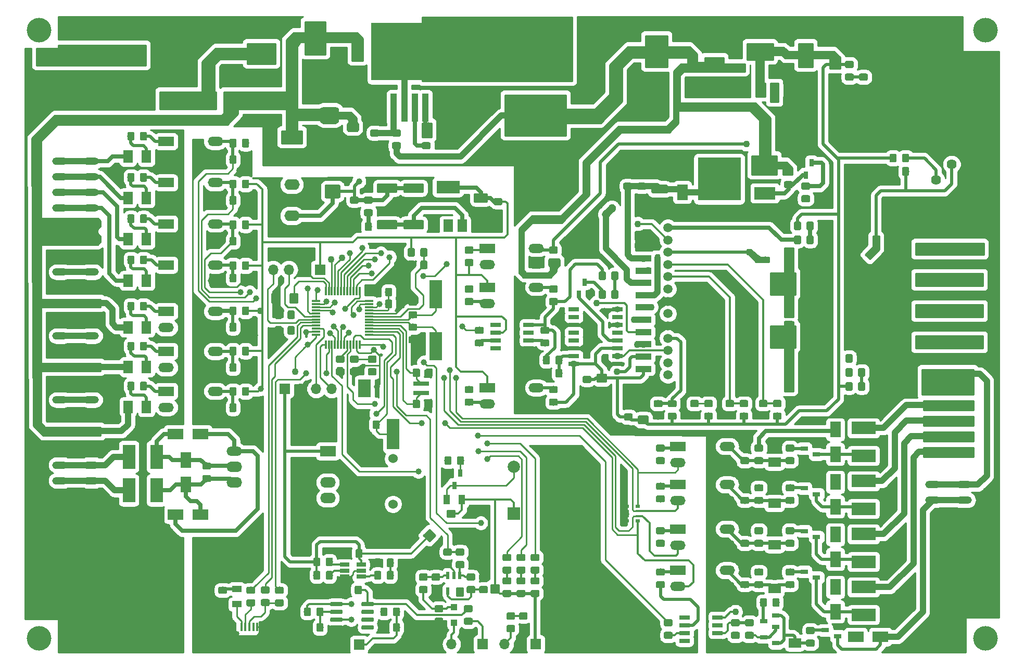
<source format=gtl>
G04 #@! TF.GenerationSoftware,KiCad,Pcbnew,(5.1.2)-2*
G04 #@! TF.CreationDate,2019-11-06T08:34:27+07:00*
G04 #@! TF.ProjectId,ph_door_fume_hood_controller_hw,70685f64-6f6f-4725-9f66-756d655f686f,VinhTho*
G04 #@! TF.SameCoordinates,Original*
G04 #@! TF.FileFunction,Copper,L1,Top*
G04 #@! TF.FilePolarity,Positive*
%FSLAX46Y46*%
G04 Gerber Fmt 4.6, Leading zero omitted, Abs format (unit mm)*
G04 Created by KiCad (PCBNEW (5.1.2)-2) date 2019-11-06 08:34:27*
%MOMM*%
%LPD*%
G04 APERTURE LIST*
%ADD10C,4.000000*%
%ADD11R,1.700000X1.700000*%
%ADD12O,1.700000X1.700000*%
%ADD13R,1.000000X1.000000*%
%ADD14C,1.500000*%
%ADD15R,2.540000X1.000000*%
%ADD16O,2.500000X1.250000*%
%ADD17C,0.100000*%
%ADD18C,1.150000*%
%ADD19O,7.724000X5.000000*%
%ADD20R,3.000000X1.000000*%
%ADD21O,0.850000X0.850000*%
%ADD22R,0.400000X1.350000*%
%ADD23O,2.999740X1.501140*%
%ADD24C,1.524000*%
%ADD25R,2.000000X5.000000*%
%ADD26C,1.425000*%
%ADD27R,1.800000X2.500000*%
%ADD28R,2.500000X1.800000*%
%ADD29R,2.000000X1.500000*%
%ADD30R,1.500000X1.000000*%
%ADD31R,1.000000X1.500000*%
%ADD32R,4.000000X2.000000*%
%ADD33R,2.000000X4.000000*%
%ADD34R,1.724000X0.700000*%
%ADD35C,2.000000*%
%ADD36R,2.000000X2.000000*%
%ADD37O,2.500000X1.750000*%
%ADD38R,2.500000X1.750000*%
%ADD39O,2.524000X1.524000*%
%ADD40O,2.524000X1.724000*%
%ADD41R,2.524000X1.724000*%
%ADD42R,0.800100X1.254000*%
%ADD43C,1.100000*%
%ADD44R,7.000000X7.000000*%
%ADD45R,3.500000X2.000000*%
%ADD46R,1.254000X0.800100*%
%ADD47C,1.525000*%
%ADD48R,1.724000X0.654000*%
%ADD49R,0.550000X1.200000*%
%ADD50R,0.300000X1.450000*%
%ADD51R,1.450000X0.300000*%
%ADD52R,1.500000X2.000000*%
%ADD53R,3.800000X2.000000*%
%ADD54R,10.800000X9.400000*%
%ADD55R,1.100000X4.600000*%
%ADD56R,1.560000X0.650000*%
%ADD57C,0.650000*%
%ADD58R,2.000000X4.624000*%
%ADD59R,2.000000X3.000000*%
%ADD60R,2.500000X0.750000*%
%ADD61C,2.500000*%
%ADD62C,1.624000*%
%ADD63O,2.500000X1.500000*%
%ADD64R,2.500000X1.500000*%
%ADD65O,4.000000X2.500000*%
%ADD66C,1.600000*%
%ADD67R,0.800000X0.500000*%
%ADD68R,0.800000X0.400000*%
%ADD69C,2.250000*%
%ADD70C,1.000000*%
%ADD71C,0.254000*%
%ADD72C,1.000000*%
%ADD73C,0.500000*%
%ADD74C,0.700000*%
%ADD75C,0.350000*%
G04 APERTURE END LIST*
D10*
X64008000Y-37846000D03*
X64008000Y-136906000D03*
X217932000Y-136906000D03*
X217932000Y-37846000D03*
D11*
X109728000Y-76835000D03*
D12*
X107188000Y-76835000D03*
X104648000Y-76835000D03*
X102108000Y-76835000D03*
D13*
X131494000Y-134346000D03*
X131494000Y-131846000D03*
D14*
X166324000Y-70008000D03*
X166324000Y-72008000D03*
X166324000Y-74008000D03*
X166324000Y-76008000D03*
X166324000Y-78008000D03*
X166324000Y-80008000D03*
X166324000Y-82008000D03*
X166324000Y-84008000D03*
X166324000Y-86008000D03*
X166324000Y-88008000D03*
X166324000Y-90008000D03*
X166324000Y-92008000D03*
X166324000Y-94008000D03*
D15*
X162324000Y-93008000D03*
X162324000Y-91008000D03*
X162324000Y-89008000D03*
X162324000Y-87008000D03*
X162324000Y-85008000D03*
X162324000Y-83008000D03*
X162324000Y-81008000D03*
X162324000Y-79008000D03*
X162324000Y-77008000D03*
X162324000Y-75008000D03*
X162324000Y-73008000D03*
X162324000Y-71008000D03*
D16*
X72540000Y-108665000D03*
X72540000Y-111205000D03*
X67460000Y-108665000D03*
X67460000Y-111205000D03*
D17*
G36*
X153636505Y-94159204D02*
G01*
X153660773Y-94162804D01*
X153684572Y-94168765D01*
X153707671Y-94177030D01*
X153729850Y-94187520D01*
X153750893Y-94200132D01*
X153770599Y-94214747D01*
X153788777Y-94231223D01*
X153805253Y-94249401D01*
X153819868Y-94269107D01*
X153832480Y-94290150D01*
X153842970Y-94312329D01*
X153851235Y-94335428D01*
X153857196Y-94359227D01*
X153860796Y-94383495D01*
X153862000Y-94407999D01*
X153862000Y-95058001D01*
X153860796Y-95082505D01*
X153857196Y-95106773D01*
X153851235Y-95130572D01*
X153842970Y-95153671D01*
X153832480Y-95175850D01*
X153819868Y-95196893D01*
X153805253Y-95216599D01*
X153788777Y-95234777D01*
X153770599Y-95251253D01*
X153750893Y-95265868D01*
X153729850Y-95278480D01*
X153707671Y-95288970D01*
X153684572Y-95297235D01*
X153660773Y-95303196D01*
X153636505Y-95306796D01*
X153612001Y-95308000D01*
X152711999Y-95308000D01*
X152687495Y-95306796D01*
X152663227Y-95303196D01*
X152639428Y-95297235D01*
X152616329Y-95288970D01*
X152594150Y-95278480D01*
X152573107Y-95265868D01*
X152553401Y-95251253D01*
X152535223Y-95234777D01*
X152518747Y-95216599D01*
X152504132Y-95196893D01*
X152491520Y-95175850D01*
X152481030Y-95153671D01*
X152472765Y-95130572D01*
X152466804Y-95106773D01*
X152463204Y-95082505D01*
X152462000Y-95058001D01*
X152462000Y-94407999D01*
X152463204Y-94383495D01*
X152466804Y-94359227D01*
X152472765Y-94335428D01*
X152481030Y-94312329D01*
X152491520Y-94290150D01*
X152504132Y-94269107D01*
X152518747Y-94249401D01*
X152535223Y-94231223D01*
X152553401Y-94214747D01*
X152573107Y-94200132D01*
X152594150Y-94187520D01*
X152616329Y-94177030D01*
X152639428Y-94168765D01*
X152663227Y-94162804D01*
X152687495Y-94159204D01*
X152711999Y-94158000D01*
X153612001Y-94158000D01*
X153636505Y-94159204D01*
X153636505Y-94159204D01*
G37*
D18*
X153162000Y-94733000D03*
D17*
G36*
X153636505Y-96209204D02*
G01*
X153660773Y-96212804D01*
X153684572Y-96218765D01*
X153707671Y-96227030D01*
X153729850Y-96237520D01*
X153750893Y-96250132D01*
X153770599Y-96264747D01*
X153788777Y-96281223D01*
X153805253Y-96299401D01*
X153819868Y-96319107D01*
X153832480Y-96340150D01*
X153842970Y-96362329D01*
X153851235Y-96385428D01*
X153857196Y-96409227D01*
X153860796Y-96433495D01*
X153862000Y-96457999D01*
X153862000Y-97108001D01*
X153860796Y-97132505D01*
X153857196Y-97156773D01*
X153851235Y-97180572D01*
X153842970Y-97203671D01*
X153832480Y-97225850D01*
X153819868Y-97246893D01*
X153805253Y-97266599D01*
X153788777Y-97284777D01*
X153770599Y-97301253D01*
X153750893Y-97315868D01*
X153729850Y-97328480D01*
X153707671Y-97338970D01*
X153684572Y-97347235D01*
X153660773Y-97353196D01*
X153636505Y-97356796D01*
X153612001Y-97358000D01*
X152711999Y-97358000D01*
X152687495Y-97356796D01*
X152663227Y-97353196D01*
X152639428Y-97347235D01*
X152616329Y-97338970D01*
X152594150Y-97328480D01*
X152573107Y-97315868D01*
X152553401Y-97301253D01*
X152535223Y-97284777D01*
X152518747Y-97266599D01*
X152504132Y-97246893D01*
X152491520Y-97225850D01*
X152481030Y-97203671D01*
X152472765Y-97180572D01*
X152466804Y-97156773D01*
X152463204Y-97132505D01*
X152462000Y-97108001D01*
X152462000Y-96457999D01*
X152463204Y-96433495D01*
X152466804Y-96409227D01*
X152472765Y-96385428D01*
X152481030Y-96362329D01*
X152491520Y-96340150D01*
X152504132Y-96319107D01*
X152518747Y-96299401D01*
X152535223Y-96281223D01*
X152553401Y-96264747D01*
X152573107Y-96250132D01*
X152594150Y-96237520D01*
X152616329Y-96227030D01*
X152639428Y-96218765D01*
X152663227Y-96212804D01*
X152687495Y-96209204D01*
X152711999Y-96208000D01*
X153612001Y-96208000D01*
X153636505Y-96209204D01*
X153636505Y-96209204D01*
G37*
D18*
X153162000Y-96783000D03*
D19*
X144701400Y-39766000D03*
X144676000Y-51766000D03*
D20*
X101488000Y-138253000D03*
X94968800Y-138253000D03*
D21*
X100288000Y-136153000D03*
X96188000Y-136153000D03*
D22*
X99554660Y-135073060D03*
X98904660Y-135073060D03*
X98254660Y-135073060D03*
X97604660Y-135073060D03*
X96954660Y-135073060D03*
D23*
X208280000Y-73406000D03*
X215900000Y-73406000D03*
X208280000Y-78486000D03*
X215900000Y-78486000D03*
X208280000Y-83566000D03*
X215900000Y-83566000D03*
X208280000Y-88646000D03*
X215900000Y-88646000D03*
X73660000Y-46736000D03*
X66040000Y-46736000D03*
X73660000Y-41656000D03*
X66040000Y-41656000D03*
D16*
X67460000Y-82313500D03*
X67460000Y-79773500D03*
X67460000Y-77233500D03*
X72540000Y-82313500D03*
X72540000Y-79773500D03*
X72540000Y-77233500D03*
D17*
G36*
X170908505Y-45409204D02*
G01*
X170932773Y-45412804D01*
X170956572Y-45418765D01*
X170979671Y-45427030D01*
X171001850Y-45437520D01*
X171022893Y-45450132D01*
X171042599Y-45464747D01*
X171060777Y-45481223D01*
X171077253Y-45499401D01*
X171091868Y-45519107D01*
X171104480Y-45540150D01*
X171114970Y-45562329D01*
X171123235Y-45585428D01*
X171129196Y-45609227D01*
X171132796Y-45633495D01*
X171134000Y-45657999D01*
X171134000Y-46308001D01*
X171132796Y-46332505D01*
X171129196Y-46356773D01*
X171123235Y-46380572D01*
X171114970Y-46403671D01*
X171104480Y-46425850D01*
X171091868Y-46446893D01*
X171077253Y-46466599D01*
X171060777Y-46484777D01*
X171042599Y-46501253D01*
X171022893Y-46515868D01*
X171001850Y-46528480D01*
X170979671Y-46538970D01*
X170956572Y-46547235D01*
X170932773Y-46553196D01*
X170908505Y-46556796D01*
X170884001Y-46558000D01*
X169983999Y-46558000D01*
X169959495Y-46556796D01*
X169935227Y-46553196D01*
X169911428Y-46547235D01*
X169888329Y-46538970D01*
X169866150Y-46528480D01*
X169845107Y-46515868D01*
X169825401Y-46501253D01*
X169807223Y-46484777D01*
X169790747Y-46466599D01*
X169776132Y-46446893D01*
X169763520Y-46425850D01*
X169753030Y-46403671D01*
X169744765Y-46380572D01*
X169738804Y-46356773D01*
X169735204Y-46332505D01*
X169734000Y-46308001D01*
X169734000Y-45657999D01*
X169735204Y-45633495D01*
X169738804Y-45609227D01*
X169744765Y-45585428D01*
X169753030Y-45562329D01*
X169763520Y-45540150D01*
X169776132Y-45519107D01*
X169790747Y-45499401D01*
X169807223Y-45481223D01*
X169825401Y-45464747D01*
X169845107Y-45450132D01*
X169866150Y-45437520D01*
X169888329Y-45427030D01*
X169911428Y-45418765D01*
X169935227Y-45412804D01*
X169959495Y-45409204D01*
X169983999Y-45408000D01*
X170884001Y-45408000D01*
X170908505Y-45409204D01*
X170908505Y-45409204D01*
G37*
D18*
X170434000Y-45983000D03*
D17*
G36*
X170908505Y-43359204D02*
G01*
X170932773Y-43362804D01*
X170956572Y-43368765D01*
X170979671Y-43377030D01*
X171001850Y-43387520D01*
X171022893Y-43400132D01*
X171042599Y-43414747D01*
X171060777Y-43431223D01*
X171077253Y-43449401D01*
X171091868Y-43469107D01*
X171104480Y-43490150D01*
X171114970Y-43512329D01*
X171123235Y-43535428D01*
X171129196Y-43559227D01*
X171132796Y-43583495D01*
X171134000Y-43607999D01*
X171134000Y-44258001D01*
X171132796Y-44282505D01*
X171129196Y-44306773D01*
X171123235Y-44330572D01*
X171114970Y-44353671D01*
X171104480Y-44375850D01*
X171091868Y-44396893D01*
X171077253Y-44416599D01*
X171060777Y-44434777D01*
X171042599Y-44451253D01*
X171022893Y-44465868D01*
X171001850Y-44478480D01*
X170979671Y-44488970D01*
X170956572Y-44497235D01*
X170932773Y-44503196D01*
X170908505Y-44506796D01*
X170884001Y-44508000D01*
X169983999Y-44508000D01*
X169959495Y-44506796D01*
X169935227Y-44503196D01*
X169911428Y-44497235D01*
X169888329Y-44488970D01*
X169866150Y-44478480D01*
X169845107Y-44465868D01*
X169825401Y-44451253D01*
X169807223Y-44434777D01*
X169790747Y-44416599D01*
X169776132Y-44396893D01*
X169763520Y-44375850D01*
X169753030Y-44353671D01*
X169744765Y-44330572D01*
X169738804Y-44306773D01*
X169735204Y-44282505D01*
X169734000Y-44258001D01*
X169734000Y-43607999D01*
X169735204Y-43583495D01*
X169738804Y-43559227D01*
X169744765Y-43535428D01*
X169753030Y-43512329D01*
X169763520Y-43490150D01*
X169776132Y-43469107D01*
X169790747Y-43449401D01*
X169807223Y-43431223D01*
X169825401Y-43414747D01*
X169845107Y-43400132D01*
X169866150Y-43387520D01*
X169888329Y-43377030D01*
X169911428Y-43368765D01*
X169935227Y-43362804D01*
X169959495Y-43359204D01*
X169983999Y-43358000D01*
X170884001Y-43358000D01*
X170908505Y-43359204D01*
X170908505Y-43359204D01*
G37*
D18*
X170434000Y-43933000D03*
D12*
X111633000Y-96266000D03*
X109093000Y-96266000D03*
X106553000Y-96266000D03*
D11*
X104013000Y-96266000D03*
D24*
X121596000Y-115032000D03*
X121596000Y-107632000D03*
D25*
X121596000Y-119632000D03*
X121596000Y-103632000D03*
D17*
G36*
X156224504Y-96788204D02*
G01*
X156248773Y-96791804D01*
X156272571Y-96797765D01*
X156295671Y-96806030D01*
X156317849Y-96816520D01*
X156338893Y-96829133D01*
X156358598Y-96843747D01*
X156376777Y-96860223D01*
X156393253Y-96878402D01*
X156407867Y-96898107D01*
X156420480Y-96919151D01*
X156430970Y-96941329D01*
X156439235Y-96964429D01*
X156445196Y-96988227D01*
X156448796Y-97012496D01*
X156450000Y-97037000D01*
X156450000Y-97962000D01*
X156448796Y-97986504D01*
X156445196Y-98010773D01*
X156439235Y-98034571D01*
X156430970Y-98057671D01*
X156420480Y-98079849D01*
X156407867Y-98100893D01*
X156393253Y-98120598D01*
X156376777Y-98138777D01*
X156358598Y-98155253D01*
X156338893Y-98169867D01*
X156317849Y-98182480D01*
X156295671Y-98192970D01*
X156272571Y-98201235D01*
X156248773Y-98207196D01*
X156224504Y-98210796D01*
X156200000Y-98212000D01*
X154950000Y-98212000D01*
X154925496Y-98210796D01*
X154901227Y-98207196D01*
X154877429Y-98201235D01*
X154854329Y-98192970D01*
X154832151Y-98182480D01*
X154811107Y-98169867D01*
X154791402Y-98155253D01*
X154773223Y-98138777D01*
X154756747Y-98120598D01*
X154742133Y-98100893D01*
X154729520Y-98079849D01*
X154719030Y-98057671D01*
X154710765Y-98034571D01*
X154704804Y-98010773D01*
X154701204Y-97986504D01*
X154700000Y-97962000D01*
X154700000Y-97037000D01*
X154701204Y-97012496D01*
X154704804Y-96988227D01*
X154710765Y-96964429D01*
X154719030Y-96941329D01*
X154729520Y-96919151D01*
X154742133Y-96898107D01*
X154756747Y-96878402D01*
X154773223Y-96860223D01*
X154791402Y-96843747D01*
X154811107Y-96829133D01*
X154832151Y-96816520D01*
X154854329Y-96806030D01*
X154877429Y-96797765D01*
X154901227Y-96791804D01*
X154925496Y-96788204D01*
X154950000Y-96787000D01*
X156200000Y-96787000D01*
X156224504Y-96788204D01*
X156224504Y-96788204D01*
G37*
D26*
X155575000Y-97499500D03*
D17*
G36*
X156224504Y-93813204D02*
G01*
X156248773Y-93816804D01*
X156272571Y-93822765D01*
X156295671Y-93831030D01*
X156317849Y-93841520D01*
X156338893Y-93854133D01*
X156358598Y-93868747D01*
X156376777Y-93885223D01*
X156393253Y-93903402D01*
X156407867Y-93923107D01*
X156420480Y-93944151D01*
X156430970Y-93966329D01*
X156439235Y-93989429D01*
X156445196Y-94013227D01*
X156448796Y-94037496D01*
X156450000Y-94062000D01*
X156450000Y-94987000D01*
X156448796Y-95011504D01*
X156445196Y-95035773D01*
X156439235Y-95059571D01*
X156430970Y-95082671D01*
X156420480Y-95104849D01*
X156407867Y-95125893D01*
X156393253Y-95145598D01*
X156376777Y-95163777D01*
X156358598Y-95180253D01*
X156338893Y-95194867D01*
X156317849Y-95207480D01*
X156295671Y-95217970D01*
X156272571Y-95226235D01*
X156248773Y-95232196D01*
X156224504Y-95235796D01*
X156200000Y-95237000D01*
X154950000Y-95237000D01*
X154925496Y-95235796D01*
X154901227Y-95232196D01*
X154877429Y-95226235D01*
X154854329Y-95217970D01*
X154832151Y-95207480D01*
X154811107Y-95194867D01*
X154791402Y-95180253D01*
X154773223Y-95163777D01*
X154756747Y-95145598D01*
X154742133Y-95125893D01*
X154729520Y-95104849D01*
X154719030Y-95082671D01*
X154710765Y-95059571D01*
X154704804Y-95035773D01*
X154701204Y-95011504D01*
X154700000Y-94987000D01*
X154700000Y-94062000D01*
X154701204Y-94037496D01*
X154704804Y-94013227D01*
X154710765Y-93989429D01*
X154719030Y-93966329D01*
X154729520Y-93944151D01*
X154742133Y-93923107D01*
X154756747Y-93903402D01*
X154773223Y-93885223D01*
X154791402Y-93868747D01*
X154811107Y-93854133D01*
X154832151Y-93841520D01*
X154854329Y-93831030D01*
X154877429Y-93822765D01*
X154901227Y-93816804D01*
X154925496Y-93813204D01*
X154950000Y-93812000D01*
X156200000Y-93812000D01*
X156224504Y-93813204D01*
X156224504Y-93813204D01*
G37*
D26*
X155575000Y-94524500D03*
D17*
G36*
X162955504Y-97623204D02*
G01*
X162979773Y-97626804D01*
X163003571Y-97632765D01*
X163026671Y-97641030D01*
X163048849Y-97651520D01*
X163069893Y-97664133D01*
X163089598Y-97678747D01*
X163107777Y-97695223D01*
X163124253Y-97713402D01*
X163138867Y-97733107D01*
X163151480Y-97754151D01*
X163161970Y-97776329D01*
X163170235Y-97799429D01*
X163176196Y-97823227D01*
X163179796Y-97847496D01*
X163181000Y-97872000D01*
X163181000Y-98797000D01*
X163179796Y-98821504D01*
X163176196Y-98845773D01*
X163170235Y-98869571D01*
X163161970Y-98892671D01*
X163151480Y-98914849D01*
X163138867Y-98935893D01*
X163124253Y-98955598D01*
X163107777Y-98973777D01*
X163089598Y-98990253D01*
X163069893Y-99004867D01*
X163048849Y-99017480D01*
X163026671Y-99027970D01*
X163003571Y-99036235D01*
X162979773Y-99042196D01*
X162955504Y-99045796D01*
X162931000Y-99047000D01*
X161681000Y-99047000D01*
X161656496Y-99045796D01*
X161632227Y-99042196D01*
X161608429Y-99036235D01*
X161585329Y-99027970D01*
X161563151Y-99017480D01*
X161542107Y-99004867D01*
X161522402Y-98990253D01*
X161504223Y-98973777D01*
X161487747Y-98955598D01*
X161473133Y-98935893D01*
X161460520Y-98914849D01*
X161450030Y-98892671D01*
X161441765Y-98869571D01*
X161435804Y-98845773D01*
X161432204Y-98821504D01*
X161431000Y-98797000D01*
X161431000Y-97872000D01*
X161432204Y-97847496D01*
X161435804Y-97823227D01*
X161441765Y-97799429D01*
X161450030Y-97776329D01*
X161460520Y-97754151D01*
X161473133Y-97733107D01*
X161487747Y-97713402D01*
X161504223Y-97695223D01*
X161522402Y-97678747D01*
X161542107Y-97664133D01*
X161563151Y-97651520D01*
X161585329Y-97641030D01*
X161608429Y-97632765D01*
X161632227Y-97626804D01*
X161656496Y-97623204D01*
X161681000Y-97622000D01*
X162931000Y-97622000D01*
X162955504Y-97623204D01*
X162955504Y-97623204D01*
G37*
D26*
X162306000Y-98334500D03*
D17*
G36*
X162955504Y-100598204D02*
G01*
X162979773Y-100601804D01*
X163003571Y-100607765D01*
X163026671Y-100616030D01*
X163048849Y-100626520D01*
X163069893Y-100639133D01*
X163089598Y-100653747D01*
X163107777Y-100670223D01*
X163124253Y-100688402D01*
X163138867Y-100708107D01*
X163151480Y-100729151D01*
X163161970Y-100751329D01*
X163170235Y-100774429D01*
X163176196Y-100798227D01*
X163179796Y-100822496D01*
X163181000Y-100847000D01*
X163181000Y-101772000D01*
X163179796Y-101796504D01*
X163176196Y-101820773D01*
X163170235Y-101844571D01*
X163161970Y-101867671D01*
X163151480Y-101889849D01*
X163138867Y-101910893D01*
X163124253Y-101930598D01*
X163107777Y-101948777D01*
X163089598Y-101965253D01*
X163069893Y-101979867D01*
X163048849Y-101992480D01*
X163026671Y-102002970D01*
X163003571Y-102011235D01*
X162979773Y-102017196D01*
X162955504Y-102020796D01*
X162931000Y-102022000D01*
X161681000Y-102022000D01*
X161656496Y-102020796D01*
X161632227Y-102017196D01*
X161608429Y-102011235D01*
X161585329Y-102002970D01*
X161563151Y-101992480D01*
X161542107Y-101979867D01*
X161522402Y-101965253D01*
X161504223Y-101948777D01*
X161487747Y-101930598D01*
X161473133Y-101910893D01*
X161460520Y-101889849D01*
X161450030Y-101867671D01*
X161441765Y-101844571D01*
X161435804Y-101820773D01*
X161432204Y-101796504D01*
X161431000Y-101772000D01*
X161431000Y-100847000D01*
X161432204Y-100822496D01*
X161435804Y-100798227D01*
X161441765Y-100774429D01*
X161450030Y-100751329D01*
X161460520Y-100729151D01*
X161473133Y-100708107D01*
X161487747Y-100688402D01*
X161504223Y-100670223D01*
X161522402Y-100653747D01*
X161542107Y-100639133D01*
X161563151Y-100626520D01*
X161585329Y-100616030D01*
X161608429Y-100607765D01*
X161632227Y-100601804D01*
X161656496Y-100598204D01*
X161681000Y-100597000D01*
X162931000Y-100597000D01*
X162955504Y-100598204D01*
X162955504Y-100598204D01*
G37*
D26*
X162306000Y-101309500D03*
D17*
G36*
X160367505Y-98223204D02*
G01*
X160391773Y-98226804D01*
X160415572Y-98232765D01*
X160438671Y-98241030D01*
X160460850Y-98251520D01*
X160481893Y-98264132D01*
X160501599Y-98278747D01*
X160519777Y-98295223D01*
X160536253Y-98313401D01*
X160550868Y-98333107D01*
X160563480Y-98354150D01*
X160573970Y-98376329D01*
X160582235Y-98399428D01*
X160588196Y-98423227D01*
X160591796Y-98447495D01*
X160593000Y-98471999D01*
X160593000Y-99122001D01*
X160591796Y-99146505D01*
X160588196Y-99170773D01*
X160582235Y-99194572D01*
X160573970Y-99217671D01*
X160563480Y-99239850D01*
X160550868Y-99260893D01*
X160536253Y-99280599D01*
X160519777Y-99298777D01*
X160501599Y-99315253D01*
X160481893Y-99329868D01*
X160460850Y-99342480D01*
X160438671Y-99352970D01*
X160415572Y-99361235D01*
X160391773Y-99367196D01*
X160367505Y-99370796D01*
X160343001Y-99372000D01*
X159442999Y-99372000D01*
X159418495Y-99370796D01*
X159394227Y-99367196D01*
X159370428Y-99361235D01*
X159347329Y-99352970D01*
X159325150Y-99342480D01*
X159304107Y-99329868D01*
X159284401Y-99315253D01*
X159266223Y-99298777D01*
X159249747Y-99280599D01*
X159235132Y-99260893D01*
X159222520Y-99239850D01*
X159212030Y-99217671D01*
X159203765Y-99194572D01*
X159197804Y-99170773D01*
X159194204Y-99146505D01*
X159193000Y-99122001D01*
X159193000Y-98471999D01*
X159194204Y-98447495D01*
X159197804Y-98423227D01*
X159203765Y-98399428D01*
X159212030Y-98376329D01*
X159222520Y-98354150D01*
X159235132Y-98333107D01*
X159249747Y-98313401D01*
X159266223Y-98295223D01*
X159284401Y-98278747D01*
X159304107Y-98264132D01*
X159325150Y-98251520D01*
X159347329Y-98241030D01*
X159370428Y-98232765D01*
X159394227Y-98226804D01*
X159418495Y-98223204D01*
X159442999Y-98222000D01*
X160343001Y-98222000D01*
X160367505Y-98223204D01*
X160367505Y-98223204D01*
G37*
D18*
X159893000Y-98797000D03*
D17*
G36*
X160367505Y-100273204D02*
G01*
X160391773Y-100276804D01*
X160415572Y-100282765D01*
X160438671Y-100291030D01*
X160460850Y-100301520D01*
X160481893Y-100314132D01*
X160501599Y-100328747D01*
X160519777Y-100345223D01*
X160536253Y-100363401D01*
X160550868Y-100383107D01*
X160563480Y-100404150D01*
X160573970Y-100426329D01*
X160582235Y-100449428D01*
X160588196Y-100473227D01*
X160591796Y-100497495D01*
X160593000Y-100521999D01*
X160593000Y-101172001D01*
X160591796Y-101196505D01*
X160588196Y-101220773D01*
X160582235Y-101244572D01*
X160573970Y-101267671D01*
X160563480Y-101289850D01*
X160550868Y-101310893D01*
X160536253Y-101330599D01*
X160519777Y-101348777D01*
X160501599Y-101365253D01*
X160481893Y-101379868D01*
X160460850Y-101392480D01*
X160438671Y-101402970D01*
X160415572Y-101411235D01*
X160391773Y-101417196D01*
X160367505Y-101420796D01*
X160343001Y-101422000D01*
X159442999Y-101422000D01*
X159418495Y-101420796D01*
X159394227Y-101417196D01*
X159370428Y-101411235D01*
X159347329Y-101402970D01*
X159325150Y-101392480D01*
X159304107Y-101379868D01*
X159284401Y-101365253D01*
X159266223Y-101348777D01*
X159249747Y-101330599D01*
X159235132Y-101310893D01*
X159222520Y-101289850D01*
X159212030Y-101267671D01*
X159203765Y-101244572D01*
X159197804Y-101220773D01*
X159194204Y-101196505D01*
X159193000Y-101172001D01*
X159193000Y-100521999D01*
X159194204Y-100497495D01*
X159197804Y-100473227D01*
X159203765Y-100449428D01*
X159212030Y-100426329D01*
X159222520Y-100404150D01*
X159235132Y-100383107D01*
X159249747Y-100363401D01*
X159266223Y-100345223D01*
X159284401Y-100328747D01*
X159304107Y-100314132D01*
X159325150Y-100301520D01*
X159347329Y-100291030D01*
X159370428Y-100282765D01*
X159394227Y-100276804D01*
X159418495Y-100273204D01*
X159442999Y-100272000D01*
X160343001Y-100272000D01*
X160367505Y-100273204D01*
X160367505Y-100273204D01*
G37*
D18*
X159893000Y-100847000D03*
D17*
G36*
X166072504Y-60039204D02*
G01*
X166096773Y-60042804D01*
X166120571Y-60048765D01*
X166143671Y-60057030D01*
X166165849Y-60067520D01*
X166186893Y-60080133D01*
X166206598Y-60094747D01*
X166224777Y-60111223D01*
X166241253Y-60129402D01*
X166255867Y-60149107D01*
X166268480Y-60170151D01*
X166278970Y-60192329D01*
X166287235Y-60215429D01*
X166293196Y-60239227D01*
X166296796Y-60263496D01*
X166298000Y-60288000D01*
X166298000Y-61213000D01*
X166296796Y-61237504D01*
X166293196Y-61261773D01*
X166287235Y-61285571D01*
X166278970Y-61308671D01*
X166268480Y-61330849D01*
X166255867Y-61351893D01*
X166241253Y-61371598D01*
X166224777Y-61389777D01*
X166206598Y-61406253D01*
X166186893Y-61420867D01*
X166165849Y-61433480D01*
X166143671Y-61443970D01*
X166120571Y-61452235D01*
X166096773Y-61458196D01*
X166072504Y-61461796D01*
X166048000Y-61463000D01*
X163898000Y-61463000D01*
X163873496Y-61461796D01*
X163849227Y-61458196D01*
X163825429Y-61452235D01*
X163802329Y-61443970D01*
X163780151Y-61433480D01*
X163759107Y-61420867D01*
X163739402Y-61406253D01*
X163721223Y-61389777D01*
X163704747Y-61371598D01*
X163690133Y-61351893D01*
X163677520Y-61330849D01*
X163667030Y-61308671D01*
X163658765Y-61285571D01*
X163652804Y-61261773D01*
X163649204Y-61237504D01*
X163648000Y-61213000D01*
X163648000Y-60288000D01*
X163649204Y-60263496D01*
X163652804Y-60239227D01*
X163658765Y-60215429D01*
X163667030Y-60192329D01*
X163677520Y-60170151D01*
X163690133Y-60149107D01*
X163704747Y-60129402D01*
X163721223Y-60111223D01*
X163739402Y-60094747D01*
X163759107Y-60080133D01*
X163780151Y-60067520D01*
X163802329Y-60057030D01*
X163825429Y-60048765D01*
X163849227Y-60042804D01*
X163873496Y-60039204D01*
X163898000Y-60038000D01*
X166048000Y-60038000D01*
X166072504Y-60039204D01*
X166072504Y-60039204D01*
G37*
D26*
X164973000Y-60750500D03*
D17*
G36*
X166072504Y-63014204D02*
G01*
X166096773Y-63017804D01*
X166120571Y-63023765D01*
X166143671Y-63032030D01*
X166165849Y-63042520D01*
X166186893Y-63055133D01*
X166206598Y-63069747D01*
X166224777Y-63086223D01*
X166241253Y-63104402D01*
X166255867Y-63124107D01*
X166268480Y-63145151D01*
X166278970Y-63167329D01*
X166287235Y-63190429D01*
X166293196Y-63214227D01*
X166296796Y-63238496D01*
X166298000Y-63263000D01*
X166298000Y-64188000D01*
X166296796Y-64212504D01*
X166293196Y-64236773D01*
X166287235Y-64260571D01*
X166278970Y-64283671D01*
X166268480Y-64305849D01*
X166255867Y-64326893D01*
X166241253Y-64346598D01*
X166224777Y-64364777D01*
X166206598Y-64381253D01*
X166186893Y-64395867D01*
X166165849Y-64408480D01*
X166143671Y-64418970D01*
X166120571Y-64427235D01*
X166096773Y-64433196D01*
X166072504Y-64436796D01*
X166048000Y-64438000D01*
X163898000Y-64438000D01*
X163873496Y-64436796D01*
X163849227Y-64433196D01*
X163825429Y-64427235D01*
X163802329Y-64418970D01*
X163780151Y-64408480D01*
X163759107Y-64395867D01*
X163739402Y-64381253D01*
X163721223Y-64364777D01*
X163704747Y-64346598D01*
X163690133Y-64326893D01*
X163677520Y-64305849D01*
X163667030Y-64283671D01*
X163658765Y-64260571D01*
X163652804Y-64236773D01*
X163649204Y-64212504D01*
X163648000Y-64188000D01*
X163648000Y-63263000D01*
X163649204Y-63238496D01*
X163652804Y-63214227D01*
X163658765Y-63190429D01*
X163667030Y-63167329D01*
X163677520Y-63145151D01*
X163690133Y-63124107D01*
X163704747Y-63104402D01*
X163721223Y-63086223D01*
X163739402Y-63069747D01*
X163759107Y-63055133D01*
X163780151Y-63042520D01*
X163802329Y-63032030D01*
X163825429Y-63023765D01*
X163849227Y-63017804D01*
X163873496Y-63014204D01*
X163898000Y-63013000D01*
X166048000Y-63013000D01*
X166072504Y-63014204D01*
X166072504Y-63014204D01*
G37*
D26*
X164973000Y-63725500D03*
D17*
G36*
X129047505Y-128386204D02*
G01*
X129071773Y-128389804D01*
X129095572Y-128395765D01*
X129118671Y-128404030D01*
X129140850Y-128414520D01*
X129161893Y-128427132D01*
X129181599Y-128441747D01*
X129199777Y-128458223D01*
X129216253Y-128476401D01*
X129230868Y-128496107D01*
X129243480Y-128517150D01*
X129253970Y-128539329D01*
X129262235Y-128562428D01*
X129268196Y-128586227D01*
X129271796Y-128610495D01*
X129273000Y-128634999D01*
X129273000Y-129285001D01*
X129271796Y-129309505D01*
X129268196Y-129333773D01*
X129262235Y-129357572D01*
X129253970Y-129380671D01*
X129243480Y-129402850D01*
X129230868Y-129423893D01*
X129216253Y-129443599D01*
X129199777Y-129461777D01*
X129181599Y-129478253D01*
X129161893Y-129492868D01*
X129140850Y-129505480D01*
X129118671Y-129515970D01*
X129095572Y-129524235D01*
X129071773Y-129530196D01*
X129047505Y-129533796D01*
X129023001Y-129535000D01*
X128122999Y-129535000D01*
X128098495Y-129533796D01*
X128074227Y-129530196D01*
X128050428Y-129524235D01*
X128027329Y-129515970D01*
X128005150Y-129505480D01*
X127984107Y-129492868D01*
X127964401Y-129478253D01*
X127946223Y-129461777D01*
X127929747Y-129443599D01*
X127915132Y-129423893D01*
X127902520Y-129402850D01*
X127892030Y-129380671D01*
X127883765Y-129357572D01*
X127877804Y-129333773D01*
X127874204Y-129309505D01*
X127873000Y-129285001D01*
X127873000Y-128634999D01*
X127874204Y-128610495D01*
X127877804Y-128586227D01*
X127883765Y-128562428D01*
X127892030Y-128539329D01*
X127902520Y-128517150D01*
X127915132Y-128496107D01*
X127929747Y-128476401D01*
X127946223Y-128458223D01*
X127964401Y-128441747D01*
X127984107Y-128427132D01*
X128005150Y-128414520D01*
X128027329Y-128404030D01*
X128050428Y-128395765D01*
X128074227Y-128389804D01*
X128098495Y-128386204D01*
X128122999Y-128385000D01*
X129023001Y-128385000D01*
X129047505Y-128386204D01*
X129047505Y-128386204D01*
G37*
D18*
X128573000Y-128960000D03*
D17*
G36*
X129047505Y-126336204D02*
G01*
X129071773Y-126339804D01*
X129095572Y-126345765D01*
X129118671Y-126354030D01*
X129140850Y-126364520D01*
X129161893Y-126377132D01*
X129181599Y-126391747D01*
X129199777Y-126408223D01*
X129216253Y-126426401D01*
X129230868Y-126446107D01*
X129243480Y-126467150D01*
X129253970Y-126489329D01*
X129262235Y-126512428D01*
X129268196Y-126536227D01*
X129271796Y-126560495D01*
X129273000Y-126584999D01*
X129273000Y-127235001D01*
X129271796Y-127259505D01*
X129268196Y-127283773D01*
X129262235Y-127307572D01*
X129253970Y-127330671D01*
X129243480Y-127352850D01*
X129230868Y-127373893D01*
X129216253Y-127393599D01*
X129199777Y-127411777D01*
X129181599Y-127428253D01*
X129161893Y-127442868D01*
X129140850Y-127455480D01*
X129118671Y-127465970D01*
X129095572Y-127474235D01*
X129071773Y-127480196D01*
X129047505Y-127483796D01*
X129023001Y-127485000D01*
X128122999Y-127485000D01*
X128098495Y-127483796D01*
X128074227Y-127480196D01*
X128050428Y-127474235D01*
X128027329Y-127465970D01*
X128005150Y-127455480D01*
X127984107Y-127442868D01*
X127964401Y-127428253D01*
X127946223Y-127411777D01*
X127929747Y-127393599D01*
X127915132Y-127373893D01*
X127902520Y-127352850D01*
X127892030Y-127330671D01*
X127883765Y-127307572D01*
X127877804Y-127283773D01*
X127874204Y-127259505D01*
X127873000Y-127235001D01*
X127873000Y-126584999D01*
X127874204Y-126560495D01*
X127877804Y-126536227D01*
X127883765Y-126512428D01*
X127892030Y-126489329D01*
X127902520Y-126467150D01*
X127915132Y-126446107D01*
X127929747Y-126426401D01*
X127946223Y-126408223D01*
X127964401Y-126391747D01*
X127984107Y-126377132D01*
X128005150Y-126364520D01*
X128027329Y-126354030D01*
X128050428Y-126345765D01*
X128074227Y-126339804D01*
X128098495Y-126336204D01*
X128122999Y-126335000D01*
X129023001Y-126335000D01*
X129047505Y-126336204D01*
X129047505Y-126336204D01*
G37*
D18*
X128573000Y-126910000D03*
D17*
G36*
X160240505Y-62681204D02*
G01*
X160264773Y-62684804D01*
X160288572Y-62690765D01*
X160311671Y-62699030D01*
X160333850Y-62709520D01*
X160354893Y-62722132D01*
X160374599Y-62736747D01*
X160392777Y-62753223D01*
X160409253Y-62771401D01*
X160423868Y-62791107D01*
X160436480Y-62812150D01*
X160446970Y-62834329D01*
X160455235Y-62857428D01*
X160461196Y-62881227D01*
X160464796Y-62905495D01*
X160466000Y-62929999D01*
X160466000Y-63580001D01*
X160464796Y-63604505D01*
X160461196Y-63628773D01*
X160455235Y-63652572D01*
X160446970Y-63675671D01*
X160436480Y-63697850D01*
X160423868Y-63718893D01*
X160409253Y-63738599D01*
X160392777Y-63756777D01*
X160374599Y-63773253D01*
X160354893Y-63787868D01*
X160333850Y-63800480D01*
X160311671Y-63810970D01*
X160288572Y-63819235D01*
X160264773Y-63825196D01*
X160240505Y-63828796D01*
X160216001Y-63830000D01*
X159315999Y-63830000D01*
X159291495Y-63828796D01*
X159267227Y-63825196D01*
X159243428Y-63819235D01*
X159220329Y-63810970D01*
X159198150Y-63800480D01*
X159177107Y-63787868D01*
X159157401Y-63773253D01*
X159139223Y-63756777D01*
X159122747Y-63738599D01*
X159108132Y-63718893D01*
X159095520Y-63697850D01*
X159085030Y-63675671D01*
X159076765Y-63652572D01*
X159070804Y-63628773D01*
X159067204Y-63604505D01*
X159066000Y-63580001D01*
X159066000Y-62929999D01*
X159067204Y-62905495D01*
X159070804Y-62881227D01*
X159076765Y-62857428D01*
X159085030Y-62834329D01*
X159095520Y-62812150D01*
X159108132Y-62791107D01*
X159122747Y-62771401D01*
X159139223Y-62753223D01*
X159157401Y-62736747D01*
X159177107Y-62722132D01*
X159198150Y-62709520D01*
X159220329Y-62699030D01*
X159243428Y-62690765D01*
X159267227Y-62684804D01*
X159291495Y-62681204D01*
X159315999Y-62680000D01*
X160216001Y-62680000D01*
X160240505Y-62681204D01*
X160240505Y-62681204D01*
G37*
D18*
X159766000Y-63255000D03*
D17*
G36*
X160240505Y-60631204D02*
G01*
X160264773Y-60634804D01*
X160288572Y-60640765D01*
X160311671Y-60649030D01*
X160333850Y-60659520D01*
X160354893Y-60672132D01*
X160374599Y-60686747D01*
X160392777Y-60703223D01*
X160409253Y-60721401D01*
X160423868Y-60741107D01*
X160436480Y-60762150D01*
X160446970Y-60784329D01*
X160455235Y-60807428D01*
X160461196Y-60831227D01*
X160464796Y-60855495D01*
X160466000Y-60879999D01*
X160466000Y-61530001D01*
X160464796Y-61554505D01*
X160461196Y-61578773D01*
X160455235Y-61602572D01*
X160446970Y-61625671D01*
X160436480Y-61647850D01*
X160423868Y-61668893D01*
X160409253Y-61688599D01*
X160392777Y-61706777D01*
X160374599Y-61723253D01*
X160354893Y-61737868D01*
X160333850Y-61750480D01*
X160311671Y-61760970D01*
X160288572Y-61769235D01*
X160264773Y-61775196D01*
X160240505Y-61778796D01*
X160216001Y-61780000D01*
X159315999Y-61780000D01*
X159291495Y-61778796D01*
X159267227Y-61775196D01*
X159243428Y-61769235D01*
X159220329Y-61760970D01*
X159198150Y-61750480D01*
X159177107Y-61737868D01*
X159157401Y-61723253D01*
X159139223Y-61706777D01*
X159122747Y-61688599D01*
X159108132Y-61668893D01*
X159095520Y-61647850D01*
X159085030Y-61625671D01*
X159076765Y-61602572D01*
X159070804Y-61578773D01*
X159067204Y-61554505D01*
X159066000Y-61530001D01*
X159066000Y-60879999D01*
X159067204Y-60855495D01*
X159070804Y-60831227D01*
X159076765Y-60807428D01*
X159085030Y-60784329D01*
X159095520Y-60762150D01*
X159108132Y-60741107D01*
X159122747Y-60721401D01*
X159139223Y-60703223D01*
X159157401Y-60686747D01*
X159177107Y-60672132D01*
X159198150Y-60659520D01*
X159220329Y-60649030D01*
X159243428Y-60640765D01*
X159267227Y-60634804D01*
X159291495Y-60631204D01*
X159315999Y-60630000D01*
X160216001Y-60630000D01*
X160240505Y-60631204D01*
X160240505Y-60631204D01*
G37*
D18*
X159766000Y-61205000D03*
D17*
G36*
X162526505Y-62689204D02*
G01*
X162550773Y-62692804D01*
X162574572Y-62698765D01*
X162597671Y-62707030D01*
X162619850Y-62717520D01*
X162640893Y-62730132D01*
X162660599Y-62744747D01*
X162678777Y-62761223D01*
X162695253Y-62779401D01*
X162709868Y-62799107D01*
X162722480Y-62820150D01*
X162732970Y-62842329D01*
X162741235Y-62865428D01*
X162747196Y-62889227D01*
X162750796Y-62913495D01*
X162752000Y-62937999D01*
X162752000Y-63588001D01*
X162750796Y-63612505D01*
X162747196Y-63636773D01*
X162741235Y-63660572D01*
X162732970Y-63683671D01*
X162722480Y-63705850D01*
X162709868Y-63726893D01*
X162695253Y-63746599D01*
X162678777Y-63764777D01*
X162660599Y-63781253D01*
X162640893Y-63795868D01*
X162619850Y-63808480D01*
X162597671Y-63818970D01*
X162574572Y-63827235D01*
X162550773Y-63833196D01*
X162526505Y-63836796D01*
X162502001Y-63838000D01*
X161601999Y-63838000D01*
X161577495Y-63836796D01*
X161553227Y-63833196D01*
X161529428Y-63827235D01*
X161506329Y-63818970D01*
X161484150Y-63808480D01*
X161463107Y-63795868D01*
X161443401Y-63781253D01*
X161425223Y-63764777D01*
X161408747Y-63746599D01*
X161394132Y-63726893D01*
X161381520Y-63705850D01*
X161371030Y-63683671D01*
X161362765Y-63660572D01*
X161356804Y-63636773D01*
X161353204Y-63612505D01*
X161352000Y-63588001D01*
X161352000Y-62937999D01*
X161353204Y-62913495D01*
X161356804Y-62889227D01*
X161362765Y-62865428D01*
X161371030Y-62842329D01*
X161381520Y-62820150D01*
X161394132Y-62799107D01*
X161408747Y-62779401D01*
X161425223Y-62761223D01*
X161443401Y-62744747D01*
X161463107Y-62730132D01*
X161484150Y-62717520D01*
X161506329Y-62707030D01*
X161529428Y-62698765D01*
X161553227Y-62692804D01*
X161577495Y-62689204D01*
X161601999Y-62688000D01*
X162502001Y-62688000D01*
X162526505Y-62689204D01*
X162526505Y-62689204D01*
G37*
D18*
X162052000Y-63263000D03*
D17*
G36*
X162526505Y-60639204D02*
G01*
X162550773Y-60642804D01*
X162574572Y-60648765D01*
X162597671Y-60657030D01*
X162619850Y-60667520D01*
X162640893Y-60680132D01*
X162660599Y-60694747D01*
X162678777Y-60711223D01*
X162695253Y-60729401D01*
X162709868Y-60749107D01*
X162722480Y-60770150D01*
X162732970Y-60792329D01*
X162741235Y-60815428D01*
X162747196Y-60839227D01*
X162750796Y-60863495D01*
X162752000Y-60887999D01*
X162752000Y-61538001D01*
X162750796Y-61562505D01*
X162747196Y-61586773D01*
X162741235Y-61610572D01*
X162732970Y-61633671D01*
X162722480Y-61655850D01*
X162709868Y-61676893D01*
X162695253Y-61696599D01*
X162678777Y-61714777D01*
X162660599Y-61731253D01*
X162640893Y-61745868D01*
X162619850Y-61758480D01*
X162597671Y-61768970D01*
X162574572Y-61777235D01*
X162550773Y-61783196D01*
X162526505Y-61786796D01*
X162502001Y-61788000D01*
X161601999Y-61788000D01*
X161577495Y-61786796D01*
X161553227Y-61783196D01*
X161529428Y-61777235D01*
X161506329Y-61768970D01*
X161484150Y-61758480D01*
X161463107Y-61745868D01*
X161443401Y-61731253D01*
X161425223Y-61714777D01*
X161408747Y-61696599D01*
X161394132Y-61676893D01*
X161381520Y-61655850D01*
X161371030Y-61633671D01*
X161362765Y-61610572D01*
X161356804Y-61586773D01*
X161353204Y-61562505D01*
X161352000Y-61538001D01*
X161352000Y-60887999D01*
X161353204Y-60863495D01*
X161356804Y-60839227D01*
X161362765Y-60815428D01*
X161371030Y-60792329D01*
X161381520Y-60770150D01*
X161394132Y-60749107D01*
X161408747Y-60729401D01*
X161425223Y-60711223D01*
X161443401Y-60694747D01*
X161463107Y-60680132D01*
X161484150Y-60667520D01*
X161506329Y-60657030D01*
X161529428Y-60648765D01*
X161553227Y-60642804D01*
X161577495Y-60639204D01*
X161601999Y-60638000D01*
X162502001Y-60638000D01*
X162526505Y-60639204D01*
X162526505Y-60639204D01*
G37*
D18*
X162052000Y-61213000D03*
D17*
G36*
X130952505Y-124322204D02*
G01*
X130976773Y-124325804D01*
X131000572Y-124331765D01*
X131023671Y-124340030D01*
X131045850Y-124350520D01*
X131066893Y-124363132D01*
X131086599Y-124377747D01*
X131104777Y-124394223D01*
X131121253Y-124412401D01*
X131135868Y-124432107D01*
X131148480Y-124453150D01*
X131158970Y-124475329D01*
X131167235Y-124498428D01*
X131173196Y-124522227D01*
X131176796Y-124546495D01*
X131178000Y-124570999D01*
X131178000Y-125221001D01*
X131176796Y-125245505D01*
X131173196Y-125269773D01*
X131167235Y-125293572D01*
X131158970Y-125316671D01*
X131148480Y-125338850D01*
X131135868Y-125359893D01*
X131121253Y-125379599D01*
X131104777Y-125397777D01*
X131086599Y-125414253D01*
X131066893Y-125428868D01*
X131045850Y-125441480D01*
X131023671Y-125451970D01*
X131000572Y-125460235D01*
X130976773Y-125466196D01*
X130952505Y-125469796D01*
X130928001Y-125471000D01*
X130027999Y-125471000D01*
X130003495Y-125469796D01*
X129979227Y-125466196D01*
X129955428Y-125460235D01*
X129932329Y-125451970D01*
X129910150Y-125441480D01*
X129889107Y-125428868D01*
X129869401Y-125414253D01*
X129851223Y-125397777D01*
X129834747Y-125379599D01*
X129820132Y-125359893D01*
X129807520Y-125338850D01*
X129797030Y-125316671D01*
X129788765Y-125293572D01*
X129782804Y-125269773D01*
X129779204Y-125245505D01*
X129778000Y-125221001D01*
X129778000Y-124570999D01*
X129779204Y-124546495D01*
X129782804Y-124522227D01*
X129788765Y-124498428D01*
X129797030Y-124475329D01*
X129807520Y-124453150D01*
X129820132Y-124432107D01*
X129834747Y-124412401D01*
X129851223Y-124394223D01*
X129869401Y-124377747D01*
X129889107Y-124363132D01*
X129910150Y-124350520D01*
X129932329Y-124340030D01*
X129955428Y-124331765D01*
X129979227Y-124325804D01*
X130003495Y-124322204D01*
X130027999Y-124321000D01*
X130928001Y-124321000D01*
X130952505Y-124322204D01*
X130952505Y-124322204D01*
G37*
D18*
X130478000Y-124896000D03*
D17*
G36*
X130952505Y-122272204D02*
G01*
X130976773Y-122275804D01*
X131000572Y-122281765D01*
X131023671Y-122290030D01*
X131045850Y-122300520D01*
X131066893Y-122313132D01*
X131086599Y-122327747D01*
X131104777Y-122344223D01*
X131121253Y-122362401D01*
X131135868Y-122382107D01*
X131148480Y-122403150D01*
X131158970Y-122425329D01*
X131167235Y-122448428D01*
X131173196Y-122472227D01*
X131176796Y-122496495D01*
X131178000Y-122520999D01*
X131178000Y-123171001D01*
X131176796Y-123195505D01*
X131173196Y-123219773D01*
X131167235Y-123243572D01*
X131158970Y-123266671D01*
X131148480Y-123288850D01*
X131135868Y-123309893D01*
X131121253Y-123329599D01*
X131104777Y-123347777D01*
X131086599Y-123364253D01*
X131066893Y-123378868D01*
X131045850Y-123391480D01*
X131023671Y-123401970D01*
X131000572Y-123410235D01*
X130976773Y-123416196D01*
X130952505Y-123419796D01*
X130928001Y-123421000D01*
X130027999Y-123421000D01*
X130003495Y-123419796D01*
X129979227Y-123416196D01*
X129955428Y-123410235D01*
X129932329Y-123401970D01*
X129910150Y-123391480D01*
X129889107Y-123378868D01*
X129869401Y-123364253D01*
X129851223Y-123347777D01*
X129834747Y-123329599D01*
X129820132Y-123309893D01*
X129807520Y-123288850D01*
X129797030Y-123266671D01*
X129788765Y-123243572D01*
X129782804Y-123219773D01*
X129779204Y-123195505D01*
X129778000Y-123171001D01*
X129778000Y-122520999D01*
X129779204Y-122496495D01*
X129782804Y-122472227D01*
X129788765Y-122448428D01*
X129797030Y-122425329D01*
X129807520Y-122403150D01*
X129820132Y-122382107D01*
X129834747Y-122362401D01*
X129851223Y-122344223D01*
X129869401Y-122327747D01*
X129889107Y-122313132D01*
X129910150Y-122300520D01*
X129932329Y-122290030D01*
X129955428Y-122281765D01*
X129979227Y-122275804D01*
X130003495Y-122272204D01*
X130027999Y-122271000D01*
X130928001Y-122271000D01*
X130952505Y-122272204D01*
X130952505Y-122272204D01*
G37*
D18*
X130478000Y-122846000D03*
D17*
G36*
X115790505Y-92907204D02*
G01*
X115814773Y-92910804D01*
X115838572Y-92916765D01*
X115861671Y-92925030D01*
X115883850Y-92935520D01*
X115904893Y-92948132D01*
X115924599Y-92962747D01*
X115942777Y-92979223D01*
X115959253Y-92997401D01*
X115973868Y-93017107D01*
X115986480Y-93038150D01*
X115996970Y-93060329D01*
X116005235Y-93083428D01*
X116011196Y-93107227D01*
X116014796Y-93131495D01*
X116016000Y-93155999D01*
X116016000Y-93806001D01*
X116014796Y-93830505D01*
X116011196Y-93854773D01*
X116005235Y-93878572D01*
X115996970Y-93901671D01*
X115986480Y-93923850D01*
X115973868Y-93944893D01*
X115959253Y-93964599D01*
X115942777Y-93982777D01*
X115924599Y-93999253D01*
X115904893Y-94013868D01*
X115883850Y-94026480D01*
X115861671Y-94036970D01*
X115838572Y-94045235D01*
X115814773Y-94051196D01*
X115790505Y-94054796D01*
X115766001Y-94056000D01*
X114865999Y-94056000D01*
X114841495Y-94054796D01*
X114817227Y-94051196D01*
X114793428Y-94045235D01*
X114770329Y-94036970D01*
X114748150Y-94026480D01*
X114727107Y-94013868D01*
X114707401Y-93999253D01*
X114689223Y-93982777D01*
X114672747Y-93964599D01*
X114658132Y-93944893D01*
X114645520Y-93923850D01*
X114635030Y-93901671D01*
X114626765Y-93878572D01*
X114620804Y-93854773D01*
X114617204Y-93830505D01*
X114616000Y-93806001D01*
X114616000Y-93155999D01*
X114617204Y-93131495D01*
X114620804Y-93107227D01*
X114626765Y-93083428D01*
X114635030Y-93060329D01*
X114645520Y-93038150D01*
X114658132Y-93017107D01*
X114672747Y-92997401D01*
X114689223Y-92979223D01*
X114707401Y-92962747D01*
X114727107Y-92948132D01*
X114748150Y-92935520D01*
X114770329Y-92925030D01*
X114793428Y-92916765D01*
X114817227Y-92910804D01*
X114841495Y-92907204D01*
X114865999Y-92906000D01*
X115766001Y-92906000D01*
X115790505Y-92907204D01*
X115790505Y-92907204D01*
G37*
D18*
X115316000Y-93481000D03*
D17*
G36*
X115790505Y-90857204D02*
G01*
X115814773Y-90860804D01*
X115838572Y-90866765D01*
X115861671Y-90875030D01*
X115883850Y-90885520D01*
X115904893Y-90898132D01*
X115924599Y-90912747D01*
X115942777Y-90929223D01*
X115959253Y-90947401D01*
X115973868Y-90967107D01*
X115986480Y-90988150D01*
X115996970Y-91010329D01*
X116005235Y-91033428D01*
X116011196Y-91057227D01*
X116014796Y-91081495D01*
X116016000Y-91105999D01*
X116016000Y-91756001D01*
X116014796Y-91780505D01*
X116011196Y-91804773D01*
X116005235Y-91828572D01*
X115996970Y-91851671D01*
X115986480Y-91873850D01*
X115973868Y-91894893D01*
X115959253Y-91914599D01*
X115942777Y-91932777D01*
X115924599Y-91949253D01*
X115904893Y-91963868D01*
X115883850Y-91976480D01*
X115861671Y-91986970D01*
X115838572Y-91995235D01*
X115814773Y-92001196D01*
X115790505Y-92004796D01*
X115766001Y-92006000D01*
X114865999Y-92006000D01*
X114841495Y-92004796D01*
X114817227Y-92001196D01*
X114793428Y-91995235D01*
X114770329Y-91986970D01*
X114748150Y-91976480D01*
X114727107Y-91963868D01*
X114707401Y-91949253D01*
X114689223Y-91932777D01*
X114672747Y-91914599D01*
X114658132Y-91894893D01*
X114645520Y-91873850D01*
X114635030Y-91851671D01*
X114626765Y-91828572D01*
X114620804Y-91804773D01*
X114617204Y-91780505D01*
X114616000Y-91756001D01*
X114616000Y-91105999D01*
X114617204Y-91081495D01*
X114620804Y-91057227D01*
X114626765Y-91033428D01*
X114635030Y-91010329D01*
X114645520Y-90988150D01*
X114658132Y-90967107D01*
X114672747Y-90947401D01*
X114689223Y-90929223D01*
X114707401Y-90912747D01*
X114727107Y-90898132D01*
X114748150Y-90885520D01*
X114770329Y-90875030D01*
X114793428Y-90866765D01*
X114817227Y-90860804D01*
X114841495Y-90857204D01*
X114865999Y-90856000D01*
X115766001Y-90856000D01*
X115790505Y-90857204D01*
X115790505Y-90857204D01*
G37*
D18*
X115316000Y-91431000D03*
D17*
G36*
X103337505Y-86042204D02*
G01*
X103361773Y-86045804D01*
X103385572Y-86051765D01*
X103408671Y-86060030D01*
X103430850Y-86070520D01*
X103451893Y-86083132D01*
X103471599Y-86097747D01*
X103489777Y-86114223D01*
X103506253Y-86132401D01*
X103520868Y-86152107D01*
X103533480Y-86173150D01*
X103543970Y-86195329D01*
X103552235Y-86218428D01*
X103558196Y-86242227D01*
X103561796Y-86266495D01*
X103563000Y-86290999D01*
X103563000Y-87191001D01*
X103561796Y-87215505D01*
X103558196Y-87239773D01*
X103552235Y-87263572D01*
X103543970Y-87286671D01*
X103533480Y-87308850D01*
X103520868Y-87329893D01*
X103506253Y-87349599D01*
X103489777Y-87367777D01*
X103471599Y-87384253D01*
X103451893Y-87398868D01*
X103430850Y-87411480D01*
X103408671Y-87421970D01*
X103385572Y-87430235D01*
X103361773Y-87436196D01*
X103337505Y-87439796D01*
X103313001Y-87441000D01*
X102662999Y-87441000D01*
X102638495Y-87439796D01*
X102614227Y-87436196D01*
X102590428Y-87430235D01*
X102567329Y-87421970D01*
X102545150Y-87411480D01*
X102524107Y-87398868D01*
X102504401Y-87384253D01*
X102486223Y-87367777D01*
X102469747Y-87349599D01*
X102455132Y-87329893D01*
X102442520Y-87308850D01*
X102432030Y-87286671D01*
X102423765Y-87263572D01*
X102417804Y-87239773D01*
X102414204Y-87215505D01*
X102413000Y-87191001D01*
X102413000Y-86290999D01*
X102414204Y-86266495D01*
X102417804Y-86242227D01*
X102423765Y-86218428D01*
X102432030Y-86195329D01*
X102442520Y-86173150D01*
X102455132Y-86152107D01*
X102469747Y-86132401D01*
X102486223Y-86114223D01*
X102504401Y-86097747D01*
X102524107Y-86083132D01*
X102545150Y-86070520D01*
X102567329Y-86060030D01*
X102590428Y-86051765D01*
X102614227Y-86045804D01*
X102638495Y-86042204D01*
X102662999Y-86041000D01*
X103313001Y-86041000D01*
X103337505Y-86042204D01*
X103337505Y-86042204D01*
G37*
D18*
X102988000Y-86741000D03*
D17*
G36*
X105387505Y-86042204D02*
G01*
X105411773Y-86045804D01*
X105435572Y-86051765D01*
X105458671Y-86060030D01*
X105480850Y-86070520D01*
X105501893Y-86083132D01*
X105521599Y-86097747D01*
X105539777Y-86114223D01*
X105556253Y-86132401D01*
X105570868Y-86152107D01*
X105583480Y-86173150D01*
X105593970Y-86195329D01*
X105602235Y-86218428D01*
X105608196Y-86242227D01*
X105611796Y-86266495D01*
X105613000Y-86290999D01*
X105613000Y-87191001D01*
X105611796Y-87215505D01*
X105608196Y-87239773D01*
X105602235Y-87263572D01*
X105593970Y-87286671D01*
X105583480Y-87308850D01*
X105570868Y-87329893D01*
X105556253Y-87349599D01*
X105539777Y-87367777D01*
X105521599Y-87384253D01*
X105501893Y-87398868D01*
X105480850Y-87411480D01*
X105458671Y-87421970D01*
X105435572Y-87430235D01*
X105411773Y-87436196D01*
X105387505Y-87439796D01*
X105363001Y-87441000D01*
X104712999Y-87441000D01*
X104688495Y-87439796D01*
X104664227Y-87436196D01*
X104640428Y-87430235D01*
X104617329Y-87421970D01*
X104595150Y-87411480D01*
X104574107Y-87398868D01*
X104554401Y-87384253D01*
X104536223Y-87367777D01*
X104519747Y-87349599D01*
X104505132Y-87329893D01*
X104492520Y-87308850D01*
X104482030Y-87286671D01*
X104473765Y-87263572D01*
X104467804Y-87239773D01*
X104464204Y-87215505D01*
X104463000Y-87191001D01*
X104463000Y-86290999D01*
X104464204Y-86266495D01*
X104467804Y-86242227D01*
X104473765Y-86218428D01*
X104482030Y-86195329D01*
X104492520Y-86173150D01*
X104505132Y-86152107D01*
X104519747Y-86132401D01*
X104536223Y-86114223D01*
X104554401Y-86097747D01*
X104574107Y-86083132D01*
X104595150Y-86070520D01*
X104617329Y-86060030D01*
X104640428Y-86051765D01*
X104664227Y-86045804D01*
X104688495Y-86042204D01*
X104712999Y-86041000D01*
X105363001Y-86041000D01*
X105387505Y-86042204D01*
X105387505Y-86042204D01*
G37*
D18*
X105038000Y-86741000D03*
D17*
G36*
X103337505Y-83502204D02*
G01*
X103361773Y-83505804D01*
X103385572Y-83511765D01*
X103408671Y-83520030D01*
X103430850Y-83530520D01*
X103451893Y-83543132D01*
X103471599Y-83557747D01*
X103489777Y-83574223D01*
X103506253Y-83592401D01*
X103520868Y-83612107D01*
X103533480Y-83633150D01*
X103543970Y-83655329D01*
X103552235Y-83678428D01*
X103558196Y-83702227D01*
X103561796Y-83726495D01*
X103563000Y-83750999D01*
X103563000Y-84651001D01*
X103561796Y-84675505D01*
X103558196Y-84699773D01*
X103552235Y-84723572D01*
X103543970Y-84746671D01*
X103533480Y-84768850D01*
X103520868Y-84789893D01*
X103506253Y-84809599D01*
X103489777Y-84827777D01*
X103471599Y-84844253D01*
X103451893Y-84858868D01*
X103430850Y-84871480D01*
X103408671Y-84881970D01*
X103385572Y-84890235D01*
X103361773Y-84896196D01*
X103337505Y-84899796D01*
X103313001Y-84901000D01*
X102662999Y-84901000D01*
X102638495Y-84899796D01*
X102614227Y-84896196D01*
X102590428Y-84890235D01*
X102567329Y-84881970D01*
X102545150Y-84871480D01*
X102524107Y-84858868D01*
X102504401Y-84844253D01*
X102486223Y-84827777D01*
X102469747Y-84809599D01*
X102455132Y-84789893D01*
X102442520Y-84768850D01*
X102432030Y-84746671D01*
X102423765Y-84723572D01*
X102417804Y-84699773D01*
X102414204Y-84675505D01*
X102413000Y-84651001D01*
X102413000Y-83750999D01*
X102414204Y-83726495D01*
X102417804Y-83702227D01*
X102423765Y-83678428D01*
X102432030Y-83655329D01*
X102442520Y-83633150D01*
X102455132Y-83612107D01*
X102469747Y-83592401D01*
X102486223Y-83574223D01*
X102504401Y-83557747D01*
X102524107Y-83543132D01*
X102545150Y-83530520D01*
X102567329Y-83520030D01*
X102590428Y-83511765D01*
X102614227Y-83505804D01*
X102638495Y-83502204D01*
X102662999Y-83501000D01*
X103313001Y-83501000D01*
X103337505Y-83502204D01*
X103337505Y-83502204D01*
G37*
D18*
X102988000Y-84201000D03*
D17*
G36*
X105387505Y-83502204D02*
G01*
X105411773Y-83505804D01*
X105435572Y-83511765D01*
X105458671Y-83520030D01*
X105480850Y-83530520D01*
X105501893Y-83543132D01*
X105521599Y-83557747D01*
X105539777Y-83574223D01*
X105556253Y-83592401D01*
X105570868Y-83612107D01*
X105583480Y-83633150D01*
X105593970Y-83655329D01*
X105602235Y-83678428D01*
X105608196Y-83702227D01*
X105611796Y-83726495D01*
X105613000Y-83750999D01*
X105613000Y-84651001D01*
X105611796Y-84675505D01*
X105608196Y-84699773D01*
X105602235Y-84723572D01*
X105593970Y-84746671D01*
X105583480Y-84768850D01*
X105570868Y-84789893D01*
X105556253Y-84809599D01*
X105539777Y-84827777D01*
X105521599Y-84844253D01*
X105501893Y-84858868D01*
X105480850Y-84871480D01*
X105458671Y-84881970D01*
X105435572Y-84890235D01*
X105411773Y-84896196D01*
X105387505Y-84899796D01*
X105363001Y-84901000D01*
X104712999Y-84901000D01*
X104688495Y-84899796D01*
X104664227Y-84896196D01*
X104640428Y-84890235D01*
X104617329Y-84881970D01*
X104595150Y-84871480D01*
X104574107Y-84858868D01*
X104554401Y-84844253D01*
X104536223Y-84827777D01*
X104519747Y-84809599D01*
X104505132Y-84789893D01*
X104492520Y-84768850D01*
X104482030Y-84746671D01*
X104473765Y-84723572D01*
X104467804Y-84699773D01*
X104464204Y-84675505D01*
X104463000Y-84651001D01*
X104463000Y-83750999D01*
X104464204Y-83726495D01*
X104467804Y-83702227D01*
X104473765Y-83678428D01*
X104482030Y-83655329D01*
X104492520Y-83633150D01*
X104505132Y-83612107D01*
X104519747Y-83592401D01*
X104536223Y-83574223D01*
X104554401Y-83557747D01*
X104574107Y-83543132D01*
X104595150Y-83530520D01*
X104617329Y-83520030D01*
X104640428Y-83511765D01*
X104664227Y-83505804D01*
X104688495Y-83502204D01*
X104712999Y-83501000D01*
X105363001Y-83501000D01*
X105387505Y-83502204D01*
X105387505Y-83502204D01*
G37*
D18*
X105038000Y-84201000D03*
D17*
G36*
X103012504Y-80660204D02*
G01*
X103036773Y-80663804D01*
X103060571Y-80669765D01*
X103083671Y-80678030D01*
X103105849Y-80688520D01*
X103126893Y-80701133D01*
X103146598Y-80715747D01*
X103164777Y-80732223D01*
X103181253Y-80750402D01*
X103195867Y-80770107D01*
X103208480Y-80791151D01*
X103218970Y-80813329D01*
X103227235Y-80836429D01*
X103233196Y-80860227D01*
X103236796Y-80884496D01*
X103238000Y-80909000D01*
X103238000Y-82159000D01*
X103236796Y-82183504D01*
X103233196Y-82207773D01*
X103227235Y-82231571D01*
X103218970Y-82254671D01*
X103208480Y-82276849D01*
X103195867Y-82297893D01*
X103181253Y-82317598D01*
X103164777Y-82335777D01*
X103146598Y-82352253D01*
X103126893Y-82366867D01*
X103105849Y-82379480D01*
X103083671Y-82389970D01*
X103060571Y-82398235D01*
X103036773Y-82404196D01*
X103012504Y-82407796D01*
X102988000Y-82409000D01*
X102063000Y-82409000D01*
X102038496Y-82407796D01*
X102014227Y-82404196D01*
X101990429Y-82398235D01*
X101967329Y-82389970D01*
X101945151Y-82379480D01*
X101924107Y-82366867D01*
X101904402Y-82352253D01*
X101886223Y-82335777D01*
X101869747Y-82317598D01*
X101855133Y-82297893D01*
X101842520Y-82276849D01*
X101832030Y-82254671D01*
X101823765Y-82231571D01*
X101817804Y-82207773D01*
X101814204Y-82183504D01*
X101813000Y-82159000D01*
X101813000Y-80909000D01*
X101814204Y-80884496D01*
X101817804Y-80860227D01*
X101823765Y-80836429D01*
X101832030Y-80813329D01*
X101842520Y-80791151D01*
X101855133Y-80770107D01*
X101869747Y-80750402D01*
X101886223Y-80732223D01*
X101904402Y-80715747D01*
X101924107Y-80701133D01*
X101945151Y-80688520D01*
X101967329Y-80678030D01*
X101990429Y-80669765D01*
X102014227Y-80663804D01*
X102038496Y-80660204D01*
X102063000Y-80659000D01*
X102988000Y-80659000D01*
X103012504Y-80660204D01*
X103012504Y-80660204D01*
G37*
D26*
X102525500Y-81534000D03*
D17*
G36*
X105987504Y-80660204D02*
G01*
X106011773Y-80663804D01*
X106035571Y-80669765D01*
X106058671Y-80678030D01*
X106080849Y-80688520D01*
X106101893Y-80701133D01*
X106121598Y-80715747D01*
X106139777Y-80732223D01*
X106156253Y-80750402D01*
X106170867Y-80770107D01*
X106183480Y-80791151D01*
X106193970Y-80813329D01*
X106202235Y-80836429D01*
X106208196Y-80860227D01*
X106211796Y-80884496D01*
X106213000Y-80909000D01*
X106213000Y-82159000D01*
X106211796Y-82183504D01*
X106208196Y-82207773D01*
X106202235Y-82231571D01*
X106193970Y-82254671D01*
X106183480Y-82276849D01*
X106170867Y-82297893D01*
X106156253Y-82317598D01*
X106139777Y-82335777D01*
X106121598Y-82352253D01*
X106101893Y-82366867D01*
X106080849Y-82379480D01*
X106058671Y-82389970D01*
X106035571Y-82398235D01*
X106011773Y-82404196D01*
X105987504Y-82407796D01*
X105963000Y-82409000D01*
X105038000Y-82409000D01*
X105013496Y-82407796D01*
X104989227Y-82404196D01*
X104965429Y-82398235D01*
X104942329Y-82389970D01*
X104920151Y-82379480D01*
X104899107Y-82366867D01*
X104879402Y-82352253D01*
X104861223Y-82335777D01*
X104844747Y-82317598D01*
X104830133Y-82297893D01*
X104817520Y-82276849D01*
X104807030Y-82254671D01*
X104798765Y-82231571D01*
X104792804Y-82207773D01*
X104789204Y-82183504D01*
X104788000Y-82159000D01*
X104788000Y-80909000D01*
X104789204Y-80884496D01*
X104792804Y-80860227D01*
X104798765Y-80836429D01*
X104807030Y-80813329D01*
X104817520Y-80791151D01*
X104830133Y-80770107D01*
X104844747Y-80750402D01*
X104861223Y-80732223D01*
X104879402Y-80715747D01*
X104899107Y-80701133D01*
X104920151Y-80688520D01*
X104942329Y-80678030D01*
X104965429Y-80669765D01*
X104989227Y-80663804D01*
X105013496Y-80660204D01*
X105038000Y-80659000D01*
X105963000Y-80659000D01*
X105987504Y-80660204D01*
X105987504Y-80660204D01*
G37*
D26*
X105500500Y-81534000D03*
D17*
G36*
X121244505Y-81724204D02*
G01*
X121268773Y-81727804D01*
X121292572Y-81733765D01*
X121315671Y-81742030D01*
X121337850Y-81752520D01*
X121358893Y-81765132D01*
X121378599Y-81779747D01*
X121396777Y-81796223D01*
X121413253Y-81814401D01*
X121427868Y-81834107D01*
X121440480Y-81855150D01*
X121450970Y-81877329D01*
X121459235Y-81900428D01*
X121465196Y-81924227D01*
X121468796Y-81948495D01*
X121470000Y-81972999D01*
X121470000Y-82873001D01*
X121468796Y-82897505D01*
X121465196Y-82921773D01*
X121459235Y-82945572D01*
X121450970Y-82968671D01*
X121440480Y-82990850D01*
X121427868Y-83011893D01*
X121413253Y-83031599D01*
X121396777Y-83049777D01*
X121378599Y-83066253D01*
X121358893Y-83080868D01*
X121337850Y-83093480D01*
X121315671Y-83103970D01*
X121292572Y-83112235D01*
X121268773Y-83118196D01*
X121244505Y-83121796D01*
X121220001Y-83123000D01*
X120569999Y-83123000D01*
X120545495Y-83121796D01*
X120521227Y-83118196D01*
X120497428Y-83112235D01*
X120474329Y-83103970D01*
X120452150Y-83093480D01*
X120431107Y-83080868D01*
X120411401Y-83066253D01*
X120393223Y-83049777D01*
X120376747Y-83031599D01*
X120362132Y-83011893D01*
X120349520Y-82990850D01*
X120339030Y-82968671D01*
X120330765Y-82945572D01*
X120324804Y-82921773D01*
X120321204Y-82897505D01*
X120320000Y-82873001D01*
X120320000Y-81972999D01*
X120321204Y-81948495D01*
X120324804Y-81924227D01*
X120330765Y-81900428D01*
X120339030Y-81877329D01*
X120349520Y-81855150D01*
X120362132Y-81834107D01*
X120376747Y-81814401D01*
X120393223Y-81796223D01*
X120411401Y-81779747D01*
X120431107Y-81765132D01*
X120452150Y-81752520D01*
X120474329Y-81742030D01*
X120497428Y-81733765D01*
X120521227Y-81727804D01*
X120545495Y-81724204D01*
X120569999Y-81723000D01*
X121220001Y-81723000D01*
X121244505Y-81724204D01*
X121244505Y-81724204D01*
G37*
D18*
X120895000Y-82423000D03*
D17*
G36*
X123294505Y-81724204D02*
G01*
X123318773Y-81727804D01*
X123342572Y-81733765D01*
X123365671Y-81742030D01*
X123387850Y-81752520D01*
X123408893Y-81765132D01*
X123428599Y-81779747D01*
X123446777Y-81796223D01*
X123463253Y-81814401D01*
X123477868Y-81834107D01*
X123490480Y-81855150D01*
X123500970Y-81877329D01*
X123509235Y-81900428D01*
X123515196Y-81924227D01*
X123518796Y-81948495D01*
X123520000Y-81972999D01*
X123520000Y-82873001D01*
X123518796Y-82897505D01*
X123515196Y-82921773D01*
X123509235Y-82945572D01*
X123500970Y-82968671D01*
X123490480Y-82990850D01*
X123477868Y-83011893D01*
X123463253Y-83031599D01*
X123446777Y-83049777D01*
X123428599Y-83066253D01*
X123408893Y-83080868D01*
X123387850Y-83093480D01*
X123365671Y-83103970D01*
X123342572Y-83112235D01*
X123318773Y-83118196D01*
X123294505Y-83121796D01*
X123270001Y-83123000D01*
X122619999Y-83123000D01*
X122595495Y-83121796D01*
X122571227Y-83118196D01*
X122547428Y-83112235D01*
X122524329Y-83103970D01*
X122502150Y-83093480D01*
X122481107Y-83080868D01*
X122461401Y-83066253D01*
X122443223Y-83049777D01*
X122426747Y-83031599D01*
X122412132Y-83011893D01*
X122399520Y-82990850D01*
X122389030Y-82968671D01*
X122380765Y-82945572D01*
X122374804Y-82921773D01*
X122371204Y-82897505D01*
X122370000Y-82873001D01*
X122370000Y-81972999D01*
X122371204Y-81948495D01*
X122374804Y-81924227D01*
X122380765Y-81900428D01*
X122389030Y-81877329D01*
X122399520Y-81855150D01*
X122412132Y-81834107D01*
X122426747Y-81814401D01*
X122443223Y-81796223D01*
X122461401Y-81779747D01*
X122481107Y-81765132D01*
X122502150Y-81752520D01*
X122524329Y-81742030D01*
X122547428Y-81733765D01*
X122571227Y-81727804D01*
X122595495Y-81724204D01*
X122619999Y-81723000D01*
X123270001Y-81723000D01*
X123294505Y-81724204D01*
X123294505Y-81724204D01*
G37*
D18*
X122945000Y-82423000D03*
D17*
G36*
X165209505Y-98096204D02*
G01*
X165233773Y-98099804D01*
X165257572Y-98105765D01*
X165280671Y-98114030D01*
X165302850Y-98124520D01*
X165323893Y-98137132D01*
X165343599Y-98151747D01*
X165361777Y-98168223D01*
X165378253Y-98186401D01*
X165392868Y-98206107D01*
X165405480Y-98227150D01*
X165415970Y-98249329D01*
X165424235Y-98272428D01*
X165430196Y-98296227D01*
X165433796Y-98320495D01*
X165435000Y-98344999D01*
X165435000Y-98995001D01*
X165433796Y-99019505D01*
X165430196Y-99043773D01*
X165424235Y-99067572D01*
X165415970Y-99090671D01*
X165405480Y-99112850D01*
X165392868Y-99133893D01*
X165378253Y-99153599D01*
X165361777Y-99171777D01*
X165343599Y-99188253D01*
X165323893Y-99202868D01*
X165302850Y-99215480D01*
X165280671Y-99225970D01*
X165257572Y-99234235D01*
X165233773Y-99240196D01*
X165209505Y-99243796D01*
X165185001Y-99245000D01*
X164284999Y-99245000D01*
X164260495Y-99243796D01*
X164236227Y-99240196D01*
X164212428Y-99234235D01*
X164189329Y-99225970D01*
X164167150Y-99215480D01*
X164146107Y-99202868D01*
X164126401Y-99188253D01*
X164108223Y-99171777D01*
X164091747Y-99153599D01*
X164077132Y-99133893D01*
X164064520Y-99112850D01*
X164054030Y-99090671D01*
X164045765Y-99067572D01*
X164039804Y-99043773D01*
X164036204Y-99019505D01*
X164035000Y-98995001D01*
X164035000Y-98344999D01*
X164036204Y-98320495D01*
X164039804Y-98296227D01*
X164045765Y-98272428D01*
X164054030Y-98249329D01*
X164064520Y-98227150D01*
X164077132Y-98206107D01*
X164091747Y-98186401D01*
X164108223Y-98168223D01*
X164126401Y-98151747D01*
X164146107Y-98137132D01*
X164167150Y-98124520D01*
X164189329Y-98114030D01*
X164212428Y-98105765D01*
X164236227Y-98099804D01*
X164260495Y-98096204D01*
X164284999Y-98095000D01*
X165185001Y-98095000D01*
X165209505Y-98096204D01*
X165209505Y-98096204D01*
G37*
D18*
X164735000Y-98670000D03*
D17*
G36*
X165209505Y-100146204D02*
G01*
X165233773Y-100149804D01*
X165257572Y-100155765D01*
X165280671Y-100164030D01*
X165302850Y-100174520D01*
X165323893Y-100187132D01*
X165343599Y-100201747D01*
X165361777Y-100218223D01*
X165378253Y-100236401D01*
X165392868Y-100256107D01*
X165405480Y-100277150D01*
X165415970Y-100299329D01*
X165424235Y-100322428D01*
X165430196Y-100346227D01*
X165433796Y-100370495D01*
X165435000Y-100394999D01*
X165435000Y-101045001D01*
X165433796Y-101069505D01*
X165430196Y-101093773D01*
X165424235Y-101117572D01*
X165415970Y-101140671D01*
X165405480Y-101162850D01*
X165392868Y-101183893D01*
X165378253Y-101203599D01*
X165361777Y-101221777D01*
X165343599Y-101238253D01*
X165323893Y-101252868D01*
X165302850Y-101265480D01*
X165280671Y-101275970D01*
X165257572Y-101284235D01*
X165233773Y-101290196D01*
X165209505Y-101293796D01*
X165185001Y-101295000D01*
X164284999Y-101295000D01*
X164260495Y-101293796D01*
X164236227Y-101290196D01*
X164212428Y-101284235D01*
X164189329Y-101275970D01*
X164167150Y-101265480D01*
X164146107Y-101252868D01*
X164126401Y-101238253D01*
X164108223Y-101221777D01*
X164091747Y-101203599D01*
X164077132Y-101183893D01*
X164064520Y-101162850D01*
X164054030Y-101140671D01*
X164045765Y-101117572D01*
X164039804Y-101093773D01*
X164036204Y-101069505D01*
X164035000Y-101045001D01*
X164035000Y-100394999D01*
X164036204Y-100370495D01*
X164039804Y-100346227D01*
X164045765Y-100322428D01*
X164054030Y-100299329D01*
X164064520Y-100277150D01*
X164077132Y-100256107D01*
X164091747Y-100236401D01*
X164108223Y-100218223D01*
X164126401Y-100201747D01*
X164146107Y-100187132D01*
X164167150Y-100174520D01*
X164189329Y-100164030D01*
X164212428Y-100155765D01*
X164236227Y-100149804D01*
X164260495Y-100146204D01*
X164284999Y-100145000D01*
X165185001Y-100145000D01*
X165209505Y-100146204D01*
X165209505Y-100146204D01*
G37*
D18*
X164735000Y-100720000D03*
D17*
G36*
X143271505Y-132686204D02*
G01*
X143295773Y-132689804D01*
X143319572Y-132695765D01*
X143342671Y-132704030D01*
X143364850Y-132714520D01*
X143385893Y-132727132D01*
X143405599Y-132741747D01*
X143423777Y-132758223D01*
X143440253Y-132776401D01*
X143454868Y-132796107D01*
X143467480Y-132817150D01*
X143477970Y-132839329D01*
X143486235Y-132862428D01*
X143492196Y-132886227D01*
X143495796Y-132910495D01*
X143497000Y-132934999D01*
X143497000Y-133585001D01*
X143495796Y-133609505D01*
X143492196Y-133633773D01*
X143486235Y-133657572D01*
X143477970Y-133680671D01*
X143467480Y-133702850D01*
X143454868Y-133723893D01*
X143440253Y-133743599D01*
X143423777Y-133761777D01*
X143405599Y-133778253D01*
X143385893Y-133792868D01*
X143364850Y-133805480D01*
X143342671Y-133815970D01*
X143319572Y-133824235D01*
X143295773Y-133830196D01*
X143271505Y-133833796D01*
X143247001Y-133835000D01*
X142346999Y-133835000D01*
X142322495Y-133833796D01*
X142298227Y-133830196D01*
X142274428Y-133824235D01*
X142251329Y-133815970D01*
X142229150Y-133805480D01*
X142208107Y-133792868D01*
X142188401Y-133778253D01*
X142170223Y-133761777D01*
X142153747Y-133743599D01*
X142139132Y-133723893D01*
X142126520Y-133702850D01*
X142116030Y-133680671D01*
X142107765Y-133657572D01*
X142101804Y-133633773D01*
X142098204Y-133609505D01*
X142097000Y-133585001D01*
X142097000Y-132934999D01*
X142098204Y-132910495D01*
X142101804Y-132886227D01*
X142107765Y-132862428D01*
X142116030Y-132839329D01*
X142126520Y-132817150D01*
X142139132Y-132796107D01*
X142153747Y-132776401D01*
X142170223Y-132758223D01*
X142188401Y-132741747D01*
X142208107Y-132727132D01*
X142229150Y-132714520D01*
X142251329Y-132704030D01*
X142274428Y-132695765D01*
X142298227Y-132689804D01*
X142322495Y-132686204D01*
X142346999Y-132685000D01*
X143247001Y-132685000D01*
X143271505Y-132686204D01*
X143271505Y-132686204D01*
G37*
D18*
X142797000Y-133260000D03*
D17*
G36*
X143271505Y-134736204D02*
G01*
X143295773Y-134739804D01*
X143319572Y-134745765D01*
X143342671Y-134754030D01*
X143364850Y-134764520D01*
X143385893Y-134777132D01*
X143405599Y-134791747D01*
X143423777Y-134808223D01*
X143440253Y-134826401D01*
X143454868Y-134846107D01*
X143467480Y-134867150D01*
X143477970Y-134889329D01*
X143486235Y-134912428D01*
X143492196Y-134936227D01*
X143495796Y-134960495D01*
X143497000Y-134984999D01*
X143497000Y-135635001D01*
X143495796Y-135659505D01*
X143492196Y-135683773D01*
X143486235Y-135707572D01*
X143477970Y-135730671D01*
X143467480Y-135752850D01*
X143454868Y-135773893D01*
X143440253Y-135793599D01*
X143423777Y-135811777D01*
X143405599Y-135828253D01*
X143385893Y-135842868D01*
X143364850Y-135855480D01*
X143342671Y-135865970D01*
X143319572Y-135874235D01*
X143295773Y-135880196D01*
X143271505Y-135883796D01*
X143247001Y-135885000D01*
X142346999Y-135885000D01*
X142322495Y-135883796D01*
X142298227Y-135880196D01*
X142274428Y-135874235D01*
X142251329Y-135865970D01*
X142229150Y-135855480D01*
X142208107Y-135842868D01*
X142188401Y-135828253D01*
X142170223Y-135811777D01*
X142153747Y-135793599D01*
X142139132Y-135773893D01*
X142126520Y-135752850D01*
X142116030Y-135730671D01*
X142107765Y-135707572D01*
X142101804Y-135683773D01*
X142098204Y-135659505D01*
X142097000Y-135635001D01*
X142097000Y-134984999D01*
X142098204Y-134960495D01*
X142101804Y-134936227D01*
X142107765Y-134912428D01*
X142116030Y-134889329D01*
X142126520Y-134867150D01*
X142139132Y-134846107D01*
X142153747Y-134826401D01*
X142170223Y-134808223D01*
X142188401Y-134791747D01*
X142208107Y-134777132D01*
X142229150Y-134764520D01*
X142251329Y-134754030D01*
X142274428Y-134745765D01*
X142298227Y-134739804D01*
X142322495Y-134736204D01*
X142346999Y-134735000D01*
X143247001Y-134735000D01*
X143271505Y-134736204D01*
X143271505Y-134736204D01*
G37*
D18*
X142797000Y-135310000D03*
D17*
G36*
X121244505Y-79819204D02*
G01*
X121268773Y-79822804D01*
X121292572Y-79828765D01*
X121315671Y-79837030D01*
X121337850Y-79847520D01*
X121358893Y-79860132D01*
X121378599Y-79874747D01*
X121396777Y-79891223D01*
X121413253Y-79909401D01*
X121427868Y-79929107D01*
X121440480Y-79950150D01*
X121450970Y-79972329D01*
X121459235Y-79995428D01*
X121465196Y-80019227D01*
X121468796Y-80043495D01*
X121470000Y-80067999D01*
X121470000Y-80968001D01*
X121468796Y-80992505D01*
X121465196Y-81016773D01*
X121459235Y-81040572D01*
X121450970Y-81063671D01*
X121440480Y-81085850D01*
X121427868Y-81106893D01*
X121413253Y-81126599D01*
X121396777Y-81144777D01*
X121378599Y-81161253D01*
X121358893Y-81175868D01*
X121337850Y-81188480D01*
X121315671Y-81198970D01*
X121292572Y-81207235D01*
X121268773Y-81213196D01*
X121244505Y-81216796D01*
X121220001Y-81218000D01*
X120569999Y-81218000D01*
X120545495Y-81216796D01*
X120521227Y-81213196D01*
X120497428Y-81207235D01*
X120474329Y-81198970D01*
X120452150Y-81188480D01*
X120431107Y-81175868D01*
X120411401Y-81161253D01*
X120393223Y-81144777D01*
X120376747Y-81126599D01*
X120362132Y-81106893D01*
X120349520Y-81085850D01*
X120339030Y-81063671D01*
X120330765Y-81040572D01*
X120324804Y-81016773D01*
X120321204Y-80992505D01*
X120320000Y-80968001D01*
X120320000Y-80067999D01*
X120321204Y-80043495D01*
X120324804Y-80019227D01*
X120330765Y-79995428D01*
X120339030Y-79972329D01*
X120349520Y-79950150D01*
X120362132Y-79929107D01*
X120376747Y-79909401D01*
X120393223Y-79891223D01*
X120411401Y-79874747D01*
X120431107Y-79860132D01*
X120452150Y-79847520D01*
X120474329Y-79837030D01*
X120497428Y-79828765D01*
X120521227Y-79822804D01*
X120545495Y-79819204D01*
X120569999Y-79818000D01*
X121220001Y-79818000D01*
X121244505Y-79819204D01*
X121244505Y-79819204D01*
G37*
D18*
X120895000Y-80518000D03*
D17*
G36*
X123294505Y-79819204D02*
G01*
X123318773Y-79822804D01*
X123342572Y-79828765D01*
X123365671Y-79837030D01*
X123387850Y-79847520D01*
X123408893Y-79860132D01*
X123428599Y-79874747D01*
X123446777Y-79891223D01*
X123463253Y-79909401D01*
X123477868Y-79929107D01*
X123490480Y-79950150D01*
X123500970Y-79972329D01*
X123509235Y-79995428D01*
X123515196Y-80019227D01*
X123518796Y-80043495D01*
X123520000Y-80067999D01*
X123520000Y-80968001D01*
X123518796Y-80992505D01*
X123515196Y-81016773D01*
X123509235Y-81040572D01*
X123500970Y-81063671D01*
X123490480Y-81085850D01*
X123477868Y-81106893D01*
X123463253Y-81126599D01*
X123446777Y-81144777D01*
X123428599Y-81161253D01*
X123408893Y-81175868D01*
X123387850Y-81188480D01*
X123365671Y-81198970D01*
X123342572Y-81207235D01*
X123318773Y-81213196D01*
X123294505Y-81216796D01*
X123270001Y-81218000D01*
X122619999Y-81218000D01*
X122595495Y-81216796D01*
X122571227Y-81213196D01*
X122547428Y-81207235D01*
X122524329Y-81198970D01*
X122502150Y-81188480D01*
X122481107Y-81175868D01*
X122461401Y-81161253D01*
X122443223Y-81144777D01*
X122426747Y-81126599D01*
X122412132Y-81106893D01*
X122399520Y-81085850D01*
X122389030Y-81063671D01*
X122380765Y-81040572D01*
X122374804Y-81016773D01*
X122371204Y-80992505D01*
X122370000Y-80968001D01*
X122370000Y-80067999D01*
X122371204Y-80043495D01*
X122374804Y-80019227D01*
X122380765Y-79995428D01*
X122389030Y-79972329D01*
X122399520Y-79950150D01*
X122412132Y-79929107D01*
X122426747Y-79909401D01*
X122443223Y-79891223D01*
X122461401Y-79874747D01*
X122481107Y-79860132D01*
X122502150Y-79847520D01*
X122524329Y-79837030D01*
X122547428Y-79828765D01*
X122571227Y-79822804D01*
X122595495Y-79819204D01*
X122619999Y-79818000D01*
X123270001Y-79818000D01*
X123294505Y-79819204D01*
X123294505Y-79819204D01*
G37*
D18*
X122945000Y-80518000D03*
D17*
G36*
X148948505Y-93027204D02*
G01*
X148972773Y-93030804D01*
X148996572Y-93036765D01*
X149019671Y-93045030D01*
X149041850Y-93055520D01*
X149062893Y-93068132D01*
X149082599Y-93082747D01*
X149100777Y-93099223D01*
X149117253Y-93117401D01*
X149131868Y-93137107D01*
X149144480Y-93158150D01*
X149154970Y-93180329D01*
X149163235Y-93203428D01*
X149169196Y-93227227D01*
X149172796Y-93251495D01*
X149174000Y-93275999D01*
X149174000Y-94176001D01*
X149172796Y-94200505D01*
X149169196Y-94224773D01*
X149163235Y-94248572D01*
X149154970Y-94271671D01*
X149144480Y-94293850D01*
X149131868Y-94314893D01*
X149117253Y-94334599D01*
X149100777Y-94352777D01*
X149082599Y-94369253D01*
X149062893Y-94383868D01*
X149041850Y-94396480D01*
X149019671Y-94406970D01*
X148996572Y-94415235D01*
X148972773Y-94421196D01*
X148948505Y-94424796D01*
X148924001Y-94426000D01*
X148273999Y-94426000D01*
X148249495Y-94424796D01*
X148225227Y-94421196D01*
X148201428Y-94415235D01*
X148178329Y-94406970D01*
X148156150Y-94396480D01*
X148135107Y-94383868D01*
X148115401Y-94369253D01*
X148097223Y-94352777D01*
X148080747Y-94334599D01*
X148066132Y-94314893D01*
X148053520Y-94293850D01*
X148043030Y-94271671D01*
X148034765Y-94248572D01*
X148028804Y-94224773D01*
X148025204Y-94200505D01*
X148024000Y-94176001D01*
X148024000Y-93275999D01*
X148025204Y-93251495D01*
X148028804Y-93227227D01*
X148034765Y-93203428D01*
X148043030Y-93180329D01*
X148053520Y-93158150D01*
X148066132Y-93137107D01*
X148080747Y-93117401D01*
X148097223Y-93099223D01*
X148115401Y-93082747D01*
X148135107Y-93068132D01*
X148156150Y-93055520D01*
X148178329Y-93045030D01*
X148201428Y-93036765D01*
X148225227Y-93030804D01*
X148249495Y-93027204D01*
X148273999Y-93026000D01*
X148924001Y-93026000D01*
X148948505Y-93027204D01*
X148948505Y-93027204D01*
G37*
D18*
X148599000Y-93726000D03*
D17*
G36*
X146898505Y-93027204D02*
G01*
X146922773Y-93030804D01*
X146946572Y-93036765D01*
X146969671Y-93045030D01*
X146991850Y-93055520D01*
X147012893Y-93068132D01*
X147032599Y-93082747D01*
X147050777Y-93099223D01*
X147067253Y-93117401D01*
X147081868Y-93137107D01*
X147094480Y-93158150D01*
X147104970Y-93180329D01*
X147113235Y-93203428D01*
X147119196Y-93227227D01*
X147122796Y-93251495D01*
X147124000Y-93275999D01*
X147124000Y-94176001D01*
X147122796Y-94200505D01*
X147119196Y-94224773D01*
X147113235Y-94248572D01*
X147104970Y-94271671D01*
X147094480Y-94293850D01*
X147081868Y-94314893D01*
X147067253Y-94334599D01*
X147050777Y-94352777D01*
X147032599Y-94369253D01*
X147012893Y-94383868D01*
X146991850Y-94396480D01*
X146969671Y-94406970D01*
X146946572Y-94415235D01*
X146922773Y-94421196D01*
X146898505Y-94424796D01*
X146874001Y-94426000D01*
X146223999Y-94426000D01*
X146199495Y-94424796D01*
X146175227Y-94421196D01*
X146151428Y-94415235D01*
X146128329Y-94406970D01*
X146106150Y-94396480D01*
X146085107Y-94383868D01*
X146065401Y-94369253D01*
X146047223Y-94352777D01*
X146030747Y-94334599D01*
X146016132Y-94314893D01*
X146003520Y-94293850D01*
X145993030Y-94271671D01*
X145984765Y-94248572D01*
X145978804Y-94224773D01*
X145975204Y-94200505D01*
X145974000Y-94176001D01*
X145974000Y-93275999D01*
X145975204Y-93251495D01*
X145978804Y-93227227D01*
X145984765Y-93203428D01*
X145993030Y-93180329D01*
X146003520Y-93158150D01*
X146016132Y-93137107D01*
X146030747Y-93117401D01*
X146047223Y-93099223D01*
X146065401Y-93082747D01*
X146085107Y-93068132D01*
X146106150Y-93055520D01*
X146128329Y-93045030D01*
X146151428Y-93036765D01*
X146175227Y-93030804D01*
X146199495Y-93027204D01*
X146223999Y-93026000D01*
X146874001Y-93026000D01*
X146898505Y-93027204D01*
X146898505Y-93027204D01*
G37*
D18*
X146549000Y-93726000D03*
D17*
G36*
X124927505Y-75374204D02*
G01*
X124951773Y-75377804D01*
X124975572Y-75383765D01*
X124998671Y-75392030D01*
X125020850Y-75402520D01*
X125041893Y-75415132D01*
X125061599Y-75429747D01*
X125079777Y-75446223D01*
X125096253Y-75464401D01*
X125110868Y-75484107D01*
X125123480Y-75505150D01*
X125133970Y-75527329D01*
X125142235Y-75550428D01*
X125148196Y-75574227D01*
X125151796Y-75598495D01*
X125153000Y-75622999D01*
X125153000Y-76523001D01*
X125151796Y-76547505D01*
X125148196Y-76571773D01*
X125142235Y-76595572D01*
X125133970Y-76618671D01*
X125123480Y-76640850D01*
X125110868Y-76661893D01*
X125096253Y-76681599D01*
X125079777Y-76699777D01*
X125061599Y-76716253D01*
X125041893Y-76730868D01*
X125020850Y-76743480D01*
X124998671Y-76753970D01*
X124975572Y-76762235D01*
X124951773Y-76768196D01*
X124927505Y-76771796D01*
X124903001Y-76773000D01*
X124252999Y-76773000D01*
X124228495Y-76771796D01*
X124204227Y-76768196D01*
X124180428Y-76762235D01*
X124157329Y-76753970D01*
X124135150Y-76743480D01*
X124114107Y-76730868D01*
X124094401Y-76716253D01*
X124076223Y-76699777D01*
X124059747Y-76681599D01*
X124045132Y-76661893D01*
X124032520Y-76640850D01*
X124022030Y-76618671D01*
X124013765Y-76595572D01*
X124007804Y-76571773D01*
X124004204Y-76547505D01*
X124003000Y-76523001D01*
X124003000Y-75622999D01*
X124004204Y-75598495D01*
X124007804Y-75574227D01*
X124013765Y-75550428D01*
X124022030Y-75527329D01*
X124032520Y-75505150D01*
X124045132Y-75484107D01*
X124059747Y-75464401D01*
X124076223Y-75446223D01*
X124094401Y-75429747D01*
X124114107Y-75415132D01*
X124135150Y-75402520D01*
X124157329Y-75392030D01*
X124180428Y-75383765D01*
X124204227Y-75377804D01*
X124228495Y-75374204D01*
X124252999Y-75373000D01*
X124903001Y-75373000D01*
X124927505Y-75374204D01*
X124927505Y-75374204D01*
G37*
D18*
X124578000Y-76073000D03*
D17*
G36*
X126977505Y-75374204D02*
G01*
X127001773Y-75377804D01*
X127025572Y-75383765D01*
X127048671Y-75392030D01*
X127070850Y-75402520D01*
X127091893Y-75415132D01*
X127111599Y-75429747D01*
X127129777Y-75446223D01*
X127146253Y-75464401D01*
X127160868Y-75484107D01*
X127173480Y-75505150D01*
X127183970Y-75527329D01*
X127192235Y-75550428D01*
X127198196Y-75574227D01*
X127201796Y-75598495D01*
X127203000Y-75622999D01*
X127203000Y-76523001D01*
X127201796Y-76547505D01*
X127198196Y-76571773D01*
X127192235Y-76595572D01*
X127183970Y-76618671D01*
X127173480Y-76640850D01*
X127160868Y-76661893D01*
X127146253Y-76681599D01*
X127129777Y-76699777D01*
X127111599Y-76716253D01*
X127091893Y-76730868D01*
X127070850Y-76743480D01*
X127048671Y-76753970D01*
X127025572Y-76762235D01*
X127001773Y-76768196D01*
X126977505Y-76771796D01*
X126953001Y-76773000D01*
X126302999Y-76773000D01*
X126278495Y-76771796D01*
X126254227Y-76768196D01*
X126230428Y-76762235D01*
X126207329Y-76753970D01*
X126185150Y-76743480D01*
X126164107Y-76730868D01*
X126144401Y-76716253D01*
X126126223Y-76699777D01*
X126109747Y-76681599D01*
X126095132Y-76661893D01*
X126082520Y-76640850D01*
X126072030Y-76618671D01*
X126063765Y-76595572D01*
X126057804Y-76571773D01*
X126054204Y-76547505D01*
X126053000Y-76523001D01*
X126053000Y-75622999D01*
X126054204Y-75598495D01*
X126057804Y-75574227D01*
X126063765Y-75550428D01*
X126072030Y-75527329D01*
X126082520Y-75505150D01*
X126095132Y-75484107D01*
X126109747Y-75464401D01*
X126126223Y-75446223D01*
X126144401Y-75429747D01*
X126164107Y-75415132D01*
X126185150Y-75402520D01*
X126207329Y-75392030D01*
X126230428Y-75383765D01*
X126254227Y-75377804D01*
X126278495Y-75374204D01*
X126302999Y-75373000D01*
X126953001Y-75373000D01*
X126977505Y-75374204D01*
X126977505Y-75374204D01*
G37*
D18*
X126628000Y-76073000D03*
D17*
G36*
X205323505Y-60144204D02*
G01*
X205347773Y-60147804D01*
X205371572Y-60153765D01*
X205394671Y-60162030D01*
X205416850Y-60172520D01*
X205437893Y-60185132D01*
X205457599Y-60199747D01*
X205475777Y-60216223D01*
X205492253Y-60234401D01*
X205506868Y-60254107D01*
X205519480Y-60275150D01*
X205529970Y-60297329D01*
X205538235Y-60320428D01*
X205544196Y-60344227D01*
X205547796Y-60368495D01*
X205549000Y-60392999D01*
X205549000Y-61293001D01*
X205547796Y-61317505D01*
X205544196Y-61341773D01*
X205538235Y-61365572D01*
X205529970Y-61388671D01*
X205519480Y-61410850D01*
X205506868Y-61431893D01*
X205492253Y-61451599D01*
X205475777Y-61469777D01*
X205457599Y-61486253D01*
X205437893Y-61500868D01*
X205416850Y-61513480D01*
X205394671Y-61523970D01*
X205371572Y-61532235D01*
X205347773Y-61538196D01*
X205323505Y-61541796D01*
X205299001Y-61543000D01*
X204648999Y-61543000D01*
X204624495Y-61541796D01*
X204600227Y-61538196D01*
X204576428Y-61532235D01*
X204553329Y-61523970D01*
X204531150Y-61513480D01*
X204510107Y-61500868D01*
X204490401Y-61486253D01*
X204472223Y-61469777D01*
X204455747Y-61451599D01*
X204441132Y-61431893D01*
X204428520Y-61410850D01*
X204418030Y-61388671D01*
X204409765Y-61365572D01*
X204403804Y-61341773D01*
X204400204Y-61317505D01*
X204399000Y-61293001D01*
X204399000Y-60392999D01*
X204400204Y-60368495D01*
X204403804Y-60344227D01*
X204409765Y-60320428D01*
X204418030Y-60297329D01*
X204428520Y-60275150D01*
X204441132Y-60254107D01*
X204455747Y-60234401D01*
X204472223Y-60216223D01*
X204490401Y-60199747D01*
X204510107Y-60185132D01*
X204531150Y-60172520D01*
X204553329Y-60162030D01*
X204576428Y-60153765D01*
X204600227Y-60147804D01*
X204624495Y-60144204D01*
X204648999Y-60143000D01*
X205299001Y-60143000D01*
X205323505Y-60144204D01*
X205323505Y-60144204D01*
G37*
D18*
X204974000Y-60843000D03*
D17*
G36*
X203273505Y-60144204D02*
G01*
X203297773Y-60147804D01*
X203321572Y-60153765D01*
X203344671Y-60162030D01*
X203366850Y-60172520D01*
X203387893Y-60185132D01*
X203407599Y-60199747D01*
X203425777Y-60216223D01*
X203442253Y-60234401D01*
X203456868Y-60254107D01*
X203469480Y-60275150D01*
X203479970Y-60297329D01*
X203488235Y-60320428D01*
X203494196Y-60344227D01*
X203497796Y-60368495D01*
X203499000Y-60392999D01*
X203499000Y-61293001D01*
X203497796Y-61317505D01*
X203494196Y-61341773D01*
X203488235Y-61365572D01*
X203479970Y-61388671D01*
X203469480Y-61410850D01*
X203456868Y-61431893D01*
X203442253Y-61451599D01*
X203425777Y-61469777D01*
X203407599Y-61486253D01*
X203387893Y-61500868D01*
X203366850Y-61513480D01*
X203344671Y-61523970D01*
X203321572Y-61532235D01*
X203297773Y-61538196D01*
X203273505Y-61541796D01*
X203249001Y-61543000D01*
X202598999Y-61543000D01*
X202574495Y-61541796D01*
X202550227Y-61538196D01*
X202526428Y-61532235D01*
X202503329Y-61523970D01*
X202481150Y-61513480D01*
X202460107Y-61500868D01*
X202440401Y-61486253D01*
X202422223Y-61469777D01*
X202405747Y-61451599D01*
X202391132Y-61431893D01*
X202378520Y-61410850D01*
X202368030Y-61388671D01*
X202359765Y-61365572D01*
X202353804Y-61341773D01*
X202350204Y-61317505D01*
X202349000Y-61293001D01*
X202349000Y-60392999D01*
X202350204Y-60368495D01*
X202353804Y-60344227D01*
X202359765Y-60320428D01*
X202368030Y-60297329D01*
X202378520Y-60275150D01*
X202391132Y-60254107D01*
X202405747Y-60234401D01*
X202422223Y-60216223D01*
X202440401Y-60199747D01*
X202460107Y-60185132D01*
X202481150Y-60172520D01*
X202503329Y-60162030D01*
X202526428Y-60153765D01*
X202550227Y-60147804D01*
X202574495Y-60144204D01*
X202598999Y-60143000D01*
X203249001Y-60143000D01*
X203273505Y-60144204D01*
X203273505Y-60144204D01*
G37*
D18*
X202924000Y-60843000D03*
D17*
G36*
X125315505Y-87700204D02*
G01*
X125339773Y-87703804D01*
X125363572Y-87709765D01*
X125386671Y-87718030D01*
X125408850Y-87728520D01*
X125429893Y-87741132D01*
X125449599Y-87755747D01*
X125467777Y-87772223D01*
X125484253Y-87790401D01*
X125498868Y-87810107D01*
X125511480Y-87831150D01*
X125521970Y-87853329D01*
X125530235Y-87876428D01*
X125536196Y-87900227D01*
X125539796Y-87924495D01*
X125541000Y-87948999D01*
X125541000Y-88599001D01*
X125539796Y-88623505D01*
X125536196Y-88647773D01*
X125530235Y-88671572D01*
X125521970Y-88694671D01*
X125511480Y-88716850D01*
X125498868Y-88737893D01*
X125484253Y-88757599D01*
X125467777Y-88775777D01*
X125449599Y-88792253D01*
X125429893Y-88806868D01*
X125408850Y-88819480D01*
X125386671Y-88829970D01*
X125363572Y-88838235D01*
X125339773Y-88844196D01*
X125315505Y-88847796D01*
X125291001Y-88849000D01*
X124390999Y-88849000D01*
X124366495Y-88847796D01*
X124342227Y-88844196D01*
X124318428Y-88838235D01*
X124295329Y-88829970D01*
X124273150Y-88819480D01*
X124252107Y-88806868D01*
X124232401Y-88792253D01*
X124214223Y-88775777D01*
X124197747Y-88757599D01*
X124183132Y-88737893D01*
X124170520Y-88716850D01*
X124160030Y-88694671D01*
X124151765Y-88671572D01*
X124145804Y-88647773D01*
X124142204Y-88623505D01*
X124141000Y-88599001D01*
X124141000Y-87948999D01*
X124142204Y-87924495D01*
X124145804Y-87900227D01*
X124151765Y-87876428D01*
X124160030Y-87853329D01*
X124170520Y-87831150D01*
X124183132Y-87810107D01*
X124197747Y-87790401D01*
X124214223Y-87772223D01*
X124232401Y-87755747D01*
X124252107Y-87741132D01*
X124273150Y-87728520D01*
X124295329Y-87718030D01*
X124318428Y-87709765D01*
X124342227Y-87703804D01*
X124366495Y-87700204D01*
X124390999Y-87699000D01*
X125291001Y-87699000D01*
X125315505Y-87700204D01*
X125315505Y-87700204D01*
G37*
D18*
X124841000Y-88274000D03*
D17*
G36*
X125315505Y-85650204D02*
G01*
X125339773Y-85653804D01*
X125363572Y-85659765D01*
X125386671Y-85668030D01*
X125408850Y-85678520D01*
X125429893Y-85691132D01*
X125449599Y-85705747D01*
X125467777Y-85722223D01*
X125484253Y-85740401D01*
X125498868Y-85760107D01*
X125511480Y-85781150D01*
X125521970Y-85803329D01*
X125530235Y-85826428D01*
X125536196Y-85850227D01*
X125539796Y-85874495D01*
X125541000Y-85898999D01*
X125541000Y-86549001D01*
X125539796Y-86573505D01*
X125536196Y-86597773D01*
X125530235Y-86621572D01*
X125521970Y-86644671D01*
X125511480Y-86666850D01*
X125498868Y-86687893D01*
X125484253Y-86707599D01*
X125467777Y-86725777D01*
X125449599Y-86742253D01*
X125429893Y-86756868D01*
X125408850Y-86769480D01*
X125386671Y-86779970D01*
X125363572Y-86788235D01*
X125339773Y-86794196D01*
X125315505Y-86797796D01*
X125291001Y-86799000D01*
X124390999Y-86799000D01*
X124366495Y-86797796D01*
X124342227Y-86794196D01*
X124318428Y-86788235D01*
X124295329Y-86779970D01*
X124273150Y-86769480D01*
X124252107Y-86756868D01*
X124232401Y-86742253D01*
X124214223Y-86725777D01*
X124197747Y-86707599D01*
X124183132Y-86687893D01*
X124170520Y-86666850D01*
X124160030Y-86644671D01*
X124151765Y-86621572D01*
X124145804Y-86597773D01*
X124142204Y-86573505D01*
X124141000Y-86549001D01*
X124141000Y-85898999D01*
X124142204Y-85874495D01*
X124145804Y-85850227D01*
X124151765Y-85826428D01*
X124160030Y-85803329D01*
X124170520Y-85781150D01*
X124183132Y-85760107D01*
X124197747Y-85740401D01*
X124214223Y-85722223D01*
X124232401Y-85705747D01*
X124252107Y-85691132D01*
X124273150Y-85678520D01*
X124295329Y-85668030D01*
X124318428Y-85659765D01*
X124342227Y-85653804D01*
X124366495Y-85650204D01*
X124390999Y-85649000D01*
X125291001Y-85649000D01*
X125315505Y-85650204D01*
X125315505Y-85650204D01*
G37*
D18*
X124841000Y-86224000D03*
D17*
G36*
X117180505Y-101409204D02*
G01*
X117204773Y-101412804D01*
X117228572Y-101418765D01*
X117251671Y-101427030D01*
X117273850Y-101437520D01*
X117294893Y-101450132D01*
X117314599Y-101464747D01*
X117332777Y-101481223D01*
X117349253Y-101499401D01*
X117363868Y-101519107D01*
X117376480Y-101540150D01*
X117386970Y-101562329D01*
X117395235Y-101585428D01*
X117401196Y-101609227D01*
X117404796Y-101633495D01*
X117406000Y-101657999D01*
X117406000Y-102558001D01*
X117404796Y-102582505D01*
X117401196Y-102606773D01*
X117395235Y-102630572D01*
X117386970Y-102653671D01*
X117376480Y-102675850D01*
X117363868Y-102696893D01*
X117349253Y-102716599D01*
X117332777Y-102734777D01*
X117314599Y-102751253D01*
X117294893Y-102765868D01*
X117273850Y-102778480D01*
X117251671Y-102788970D01*
X117228572Y-102797235D01*
X117204773Y-102803196D01*
X117180505Y-102806796D01*
X117156001Y-102808000D01*
X116505999Y-102808000D01*
X116481495Y-102806796D01*
X116457227Y-102803196D01*
X116433428Y-102797235D01*
X116410329Y-102788970D01*
X116388150Y-102778480D01*
X116367107Y-102765868D01*
X116347401Y-102751253D01*
X116329223Y-102734777D01*
X116312747Y-102716599D01*
X116298132Y-102696893D01*
X116285520Y-102675850D01*
X116275030Y-102653671D01*
X116266765Y-102630572D01*
X116260804Y-102606773D01*
X116257204Y-102582505D01*
X116256000Y-102558001D01*
X116256000Y-101657999D01*
X116257204Y-101633495D01*
X116260804Y-101609227D01*
X116266765Y-101585428D01*
X116275030Y-101562329D01*
X116285520Y-101540150D01*
X116298132Y-101519107D01*
X116312747Y-101499401D01*
X116329223Y-101481223D01*
X116347401Y-101464747D01*
X116367107Y-101450132D01*
X116388150Y-101437520D01*
X116410329Y-101427030D01*
X116433428Y-101418765D01*
X116457227Y-101412804D01*
X116481495Y-101409204D01*
X116505999Y-101408000D01*
X117156001Y-101408000D01*
X117180505Y-101409204D01*
X117180505Y-101409204D01*
G37*
D18*
X116831000Y-102108000D03*
D17*
G36*
X119230505Y-101409204D02*
G01*
X119254773Y-101412804D01*
X119278572Y-101418765D01*
X119301671Y-101427030D01*
X119323850Y-101437520D01*
X119344893Y-101450132D01*
X119364599Y-101464747D01*
X119382777Y-101481223D01*
X119399253Y-101499401D01*
X119413868Y-101519107D01*
X119426480Y-101540150D01*
X119436970Y-101562329D01*
X119445235Y-101585428D01*
X119451196Y-101609227D01*
X119454796Y-101633495D01*
X119456000Y-101657999D01*
X119456000Y-102558001D01*
X119454796Y-102582505D01*
X119451196Y-102606773D01*
X119445235Y-102630572D01*
X119436970Y-102653671D01*
X119426480Y-102675850D01*
X119413868Y-102696893D01*
X119399253Y-102716599D01*
X119382777Y-102734777D01*
X119364599Y-102751253D01*
X119344893Y-102765868D01*
X119323850Y-102778480D01*
X119301671Y-102788970D01*
X119278572Y-102797235D01*
X119254773Y-102803196D01*
X119230505Y-102806796D01*
X119206001Y-102808000D01*
X118555999Y-102808000D01*
X118531495Y-102806796D01*
X118507227Y-102803196D01*
X118483428Y-102797235D01*
X118460329Y-102788970D01*
X118438150Y-102778480D01*
X118417107Y-102765868D01*
X118397401Y-102751253D01*
X118379223Y-102734777D01*
X118362747Y-102716599D01*
X118348132Y-102696893D01*
X118335520Y-102675850D01*
X118325030Y-102653671D01*
X118316765Y-102630572D01*
X118310804Y-102606773D01*
X118307204Y-102582505D01*
X118306000Y-102558001D01*
X118306000Y-101657999D01*
X118307204Y-101633495D01*
X118310804Y-101609227D01*
X118316765Y-101585428D01*
X118325030Y-101562329D01*
X118335520Y-101540150D01*
X118348132Y-101519107D01*
X118362747Y-101499401D01*
X118379223Y-101481223D01*
X118397401Y-101464747D01*
X118417107Y-101450132D01*
X118438150Y-101437520D01*
X118460329Y-101427030D01*
X118483428Y-101418765D01*
X118507227Y-101412804D01*
X118531495Y-101409204D01*
X118555999Y-101408000D01*
X119206001Y-101408000D01*
X119230505Y-101409204D01*
X119230505Y-101409204D01*
G37*
D18*
X118881000Y-102108000D03*
D17*
G36*
X125315505Y-81586204D02*
G01*
X125339773Y-81589804D01*
X125363572Y-81595765D01*
X125386671Y-81604030D01*
X125408850Y-81614520D01*
X125429893Y-81627132D01*
X125449599Y-81641747D01*
X125467777Y-81658223D01*
X125484253Y-81676401D01*
X125498868Y-81696107D01*
X125511480Y-81717150D01*
X125521970Y-81739329D01*
X125530235Y-81762428D01*
X125536196Y-81786227D01*
X125539796Y-81810495D01*
X125541000Y-81834999D01*
X125541000Y-82485001D01*
X125539796Y-82509505D01*
X125536196Y-82533773D01*
X125530235Y-82557572D01*
X125521970Y-82580671D01*
X125511480Y-82602850D01*
X125498868Y-82623893D01*
X125484253Y-82643599D01*
X125467777Y-82661777D01*
X125449599Y-82678253D01*
X125429893Y-82692868D01*
X125408850Y-82705480D01*
X125386671Y-82715970D01*
X125363572Y-82724235D01*
X125339773Y-82730196D01*
X125315505Y-82733796D01*
X125291001Y-82735000D01*
X124390999Y-82735000D01*
X124366495Y-82733796D01*
X124342227Y-82730196D01*
X124318428Y-82724235D01*
X124295329Y-82715970D01*
X124273150Y-82705480D01*
X124252107Y-82692868D01*
X124232401Y-82678253D01*
X124214223Y-82661777D01*
X124197747Y-82643599D01*
X124183132Y-82623893D01*
X124170520Y-82602850D01*
X124160030Y-82580671D01*
X124151765Y-82557572D01*
X124145804Y-82533773D01*
X124142204Y-82509505D01*
X124141000Y-82485001D01*
X124141000Y-81834999D01*
X124142204Y-81810495D01*
X124145804Y-81786227D01*
X124151765Y-81762428D01*
X124160030Y-81739329D01*
X124170520Y-81717150D01*
X124183132Y-81696107D01*
X124197747Y-81676401D01*
X124214223Y-81658223D01*
X124232401Y-81641747D01*
X124252107Y-81627132D01*
X124273150Y-81614520D01*
X124295329Y-81604030D01*
X124318428Y-81595765D01*
X124342227Y-81589804D01*
X124366495Y-81586204D01*
X124390999Y-81585000D01*
X125291001Y-81585000D01*
X125315505Y-81586204D01*
X125315505Y-81586204D01*
G37*
D18*
X124841000Y-82160000D03*
D17*
G36*
X125315505Y-83636204D02*
G01*
X125339773Y-83639804D01*
X125363572Y-83645765D01*
X125386671Y-83654030D01*
X125408850Y-83664520D01*
X125429893Y-83677132D01*
X125449599Y-83691747D01*
X125467777Y-83708223D01*
X125484253Y-83726401D01*
X125498868Y-83746107D01*
X125511480Y-83767150D01*
X125521970Y-83789329D01*
X125530235Y-83812428D01*
X125536196Y-83836227D01*
X125539796Y-83860495D01*
X125541000Y-83884999D01*
X125541000Y-84535001D01*
X125539796Y-84559505D01*
X125536196Y-84583773D01*
X125530235Y-84607572D01*
X125521970Y-84630671D01*
X125511480Y-84652850D01*
X125498868Y-84673893D01*
X125484253Y-84693599D01*
X125467777Y-84711777D01*
X125449599Y-84728253D01*
X125429893Y-84742868D01*
X125408850Y-84755480D01*
X125386671Y-84765970D01*
X125363572Y-84774235D01*
X125339773Y-84780196D01*
X125315505Y-84783796D01*
X125291001Y-84785000D01*
X124390999Y-84785000D01*
X124366495Y-84783796D01*
X124342227Y-84780196D01*
X124318428Y-84774235D01*
X124295329Y-84765970D01*
X124273150Y-84755480D01*
X124252107Y-84742868D01*
X124232401Y-84728253D01*
X124214223Y-84711777D01*
X124197747Y-84693599D01*
X124183132Y-84673893D01*
X124170520Y-84652850D01*
X124160030Y-84630671D01*
X124151765Y-84607572D01*
X124145804Y-84583773D01*
X124142204Y-84559505D01*
X124141000Y-84535001D01*
X124141000Y-83884999D01*
X124142204Y-83860495D01*
X124145804Y-83836227D01*
X124151765Y-83812428D01*
X124160030Y-83789329D01*
X124170520Y-83767150D01*
X124183132Y-83746107D01*
X124197747Y-83726401D01*
X124214223Y-83708223D01*
X124232401Y-83691747D01*
X124252107Y-83677132D01*
X124273150Y-83664520D01*
X124295329Y-83654030D01*
X124318428Y-83645765D01*
X124342227Y-83639804D01*
X124366495Y-83636204D01*
X124390999Y-83635000D01*
X125291001Y-83635000D01*
X125315505Y-83636204D01*
X125315505Y-83636204D01*
G37*
D18*
X124841000Y-84210000D03*
D17*
G36*
X125770505Y-98029204D02*
G01*
X125794773Y-98032804D01*
X125818572Y-98038765D01*
X125841671Y-98047030D01*
X125863850Y-98057520D01*
X125884893Y-98070132D01*
X125904599Y-98084747D01*
X125922777Y-98101223D01*
X125939253Y-98119401D01*
X125953868Y-98139107D01*
X125966480Y-98160150D01*
X125976970Y-98182329D01*
X125985235Y-98205428D01*
X125991196Y-98229227D01*
X125994796Y-98253495D01*
X125996000Y-98277999D01*
X125996000Y-99178001D01*
X125994796Y-99202505D01*
X125991196Y-99226773D01*
X125985235Y-99250572D01*
X125976970Y-99273671D01*
X125966480Y-99295850D01*
X125953868Y-99316893D01*
X125939253Y-99336599D01*
X125922777Y-99354777D01*
X125904599Y-99371253D01*
X125884893Y-99385868D01*
X125863850Y-99398480D01*
X125841671Y-99408970D01*
X125818572Y-99417235D01*
X125794773Y-99423196D01*
X125770505Y-99426796D01*
X125746001Y-99428000D01*
X125095999Y-99428000D01*
X125071495Y-99426796D01*
X125047227Y-99423196D01*
X125023428Y-99417235D01*
X125000329Y-99408970D01*
X124978150Y-99398480D01*
X124957107Y-99385868D01*
X124937401Y-99371253D01*
X124919223Y-99354777D01*
X124902747Y-99336599D01*
X124888132Y-99316893D01*
X124875520Y-99295850D01*
X124865030Y-99273671D01*
X124856765Y-99250572D01*
X124850804Y-99226773D01*
X124847204Y-99202505D01*
X124846000Y-99178001D01*
X124846000Y-98277999D01*
X124847204Y-98253495D01*
X124850804Y-98229227D01*
X124856765Y-98205428D01*
X124865030Y-98182329D01*
X124875520Y-98160150D01*
X124888132Y-98139107D01*
X124902747Y-98119401D01*
X124919223Y-98101223D01*
X124937401Y-98084747D01*
X124957107Y-98070132D01*
X124978150Y-98057520D01*
X125000329Y-98047030D01*
X125023428Y-98038765D01*
X125047227Y-98032804D01*
X125071495Y-98029204D01*
X125095999Y-98028000D01*
X125746001Y-98028000D01*
X125770505Y-98029204D01*
X125770505Y-98029204D01*
G37*
D18*
X125421000Y-98728000D03*
D17*
G36*
X127820505Y-98029204D02*
G01*
X127844773Y-98032804D01*
X127868572Y-98038765D01*
X127891671Y-98047030D01*
X127913850Y-98057520D01*
X127934893Y-98070132D01*
X127954599Y-98084747D01*
X127972777Y-98101223D01*
X127989253Y-98119401D01*
X128003868Y-98139107D01*
X128016480Y-98160150D01*
X128026970Y-98182329D01*
X128035235Y-98205428D01*
X128041196Y-98229227D01*
X128044796Y-98253495D01*
X128046000Y-98277999D01*
X128046000Y-99178001D01*
X128044796Y-99202505D01*
X128041196Y-99226773D01*
X128035235Y-99250572D01*
X128026970Y-99273671D01*
X128016480Y-99295850D01*
X128003868Y-99316893D01*
X127989253Y-99336599D01*
X127972777Y-99354777D01*
X127954599Y-99371253D01*
X127934893Y-99385868D01*
X127913850Y-99398480D01*
X127891671Y-99408970D01*
X127868572Y-99417235D01*
X127844773Y-99423196D01*
X127820505Y-99426796D01*
X127796001Y-99428000D01*
X127145999Y-99428000D01*
X127121495Y-99426796D01*
X127097227Y-99423196D01*
X127073428Y-99417235D01*
X127050329Y-99408970D01*
X127028150Y-99398480D01*
X127007107Y-99385868D01*
X126987401Y-99371253D01*
X126969223Y-99354777D01*
X126952747Y-99336599D01*
X126938132Y-99316893D01*
X126925520Y-99295850D01*
X126915030Y-99273671D01*
X126906765Y-99250572D01*
X126900804Y-99226773D01*
X126897204Y-99202505D01*
X126896000Y-99178001D01*
X126896000Y-98277999D01*
X126897204Y-98253495D01*
X126900804Y-98229227D01*
X126906765Y-98205428D01*
X126915030Y-98182329D01*
X126925520Y-98160150D01*
X126938132Y-98139107D01*
X126952747Y-98119401D01*
X126969223Y-98101223D01*
X126987401Y-98084747D01*
X127007107Y-98070132D01*
X127028150Y-98057520D01*
X127050329Y-98047030D01*
X127073428Y-98038765D01*
X127097227Y-98032804D01*
X127121495Y-98029204D01*
X127145999Y-98028000D01*
X127796001Y-98028000D01*
X127820505Y-98029204D01*
X127820505Y-98029204D01*
G37*
D18*
X127471000Y-98728000D03*
D17*
G36*
X125770505Y-92949204D02*
G01*
X125794773Y-92952804D01*
X125818572Y-92958765D01*
X125841671Y-92967030D01*
X125863850Y-92977520D01*
X125884893Y-92990132D01*
X125904599Y-93004747D01*
X125922777Y-93021223D01*
X125939253Y-93039401D01*
X125953868Y-93059107D01*
X125966480Y-93080150D01*
X125976970Y-93102329D01*
X125985235Y-93125428D01*
X125991196Y-93149227D01*
X125994796Y-93173495D01*
X125996000Y-93197999D01*
X125996000Y-94098001D01*
X125994796Y-94122505D01*
X125991196Y-94146773D01*
X125985235Y-94170572D01*
X125976970Y-94193671D01*
X125966480Y-94215850D01*
X125953868Y-94236893D01*
X125939253Y-94256599D01*
X125922777Y-94274777D01*
X125904599Y-94291253D01*
X125884893Y-94305868D01*
X125863850Y-94318480D01*
X125841671Y-94328970D01*
X125818572Y-94337235D01*
X125794773Y-94343196D01*
X125770505Y-94346796D01*
X125746001Y-94348000D01*
X125095999Y-94348000D01*
X125071495Y-94346796D01*
X125047227Y-94343196D01*
X125023428Y-94337235D01*
X125000329Y-94328970D01*
X124978150Y-94318480D01*
X124957107Y-94305868D01*
X124937401Y-94291253D01*
X124919223Y-94274777D01*
X124902747Y-94256599D01*
X124888132Y-94236893D01*
X124875520Y-94215850D01*
X124865030Y-94193671D01*
X124856765Y-94170572D01*
X124850804Y-94146773D01*
X124847204Y-94122505D01*
X124846000Y-94098001D01*
X124846000Y-93197999D01*
X124847204Y-93173495D01*
X124850804Y-93149227D01*
X124856765Y-93125428D01*
X124865030Y-93102329D01*
X124875520Y-93080150D01*
X124888132Y-93059107D01*
X124902747Y-93039401D01*
X124919223Y-93021223D01*
X124937401Y-93004747D01*
X124957107Y-92990132D01*
X124978150Y-92977520D01*
X125000329Y-92967030D01*
X125023428Y-92958765D01*
X125047227Y-92952804D01*
X125071495Y-92949204D01*
X125095999Y-92948000D01*
X125746001Y-92948000D01*
X125770505Y-92949204D01*
X125770505Y-92949204D01*
G37*
D18*
X125421000Y-93648000D03*
D17*
G36*
X127820505Y-92949204D02*
G01*
X127844773Y-92952804D01*
X127868572Y-92958765D01*
X127891671Y-92967030D01*
X127913850Y-92977520D01*
X127934893Y-92990132D01*
X127954599Y-93004747D01*
X127972777Y-93021223D01*
X127989253Y-93039401D01*
X128003868Y-93059107D01*
X128016480Y-93080150D01*
X128026970Y-93102329D01*
X128035235Y-93125428D01*
X128041196Y-93149227D01*
X128044796Y-93173495D01*
X128046000Y-93197999D01*
X128046000Y-94098001D01*
X128044796Y-94122505D01*
X128041196Y-94146773D01*
X128035235Y-94170572D01*
X128026970Y-94193671D01*
X128016480Y-94215850D01*
X128003868Y-94236893D01*
X127989253Y-94256599D01*
X127972777Y-94274777D01*
X127954599Y-94291253D01*
X127934893Y-94305868D01*
X127913850Y-94318480D01*
X127891671Y-94328970D01*
X127868572Y-94337235D01*
X127844773Y-94343196D01*
X127820505Y-94346796D01*
X127796001Y-94348000D01*
X127145999Y-94348000D01*
X127121495Y-94346796D01*
X127097227Y-94343196D01*
X127073428Y-94337235D01*
X127050329Y-94328970D01*
X127028150Y-94318480D01*
X127007107Y-94305868D01*
X126987401Y-94291253D01*
X126969223Y-94274777D01*
X126952747Y-94256599D01*
X126938132Y-94236893D01*
X126925520Y-94215850D01*
X126915030Y-94193671D01*
X126906765Y-94170572D01*
X126900804Y-94146773D01*
X126897204Y-94122505D01*
X126896000Y-94098001D01*
X126896000Y-93197999D01*
X126897204Y-93173495D01*
X126900804Y-93149227D01*
X126906765Y-93125428D01*
X126915030Y-93102329D01*
X126925520Y-93080150D01*
X126938132Y-93059107D01*
X126952747Y-93039401D01*
X126969223Y-93021223D01*
X126987401Y-93004747D01*
X127007107Y-92990132D01*
X127028150Y-92977520D01*
X127050329Y-92967030D01*
X127073428Y-92958765D01*
X127097227Y-92952804D01*
X127121495Y-92949204D01*
X127145999Y-92948000D01*
X127796001Y-92948000D01*
X127820505Y-92949204D01*
X127820505Y-92949204D01*
G37*
D18*
X127471000Y-93648000D03*
D17*
G36*
X127474505Y-56077204D02*
G01*
X127498773Y-56080804D01*
X127522572Y-56086765D01*
X127545671Y-56095030D01*
X127567850Y-56105520D01*
X127588893Y-56118132D01*
X127608599Y-56132747D01*
X127626777Y-56149223D01*
X127643253Y-56167401D01*
X127657868Y-56187107D01*
X127670480Y-56208150D01*
X127680970Y-56230329D01*
X127689235Y-56253428D01*
X127695196Y-56277227D01*
X127698796Y-56301495D01*
X127700000Y-56325999D01*
X127700000Y-56976001D01*
X127698796Y-57000505D01*
X127695196Y-57024773D01*
X127689235Y-57048572D01*
X127680970Y-57071671D01*
X127670480Y-57093850D01*
X127657868Y-57114893D01*
X127643253Y-57134599D01*
X127626777Y-57152777D01*
X127608599Y-57169253D01*
X127588893Y-57183868D01*
X127567850Y-57196480D01*
X127545671Y-57206970D01*
X127522572Y-57215235D01*
X127498773Y-57221196D01*
X127474505Y-57224796D01*
X127450001Y-57226000D01*
X126549999Y-57226000D01*
X126525495Y-57224796D01*
X126501227Y-57221196D01*
X126477428Y-57215235D01*
X126454329Y-57206970D01*
X126432150Y-57196480D01*
X126411107Y-57183868D01*
X126391401Y-57169253D01*
X126373223Y-57152777D01*
X126356747Y-57134599D01*
X126342132Y-57114893D01*
X126329520Y-57093850D01*
X126319030Y-57071671D01*
X126310765Y-57048572D01*
X126304804Y-57024773D01*
X126301204Y-57000505D01*
X126300000Y-56976001D01*
X126300000Y-56325999D01*
X126301204Y-56301495D01*
X126304804Y-56277227D01*
X126310765Y-56253428D01*
X126319030Y-56230329D01*
X126329520Y-56208150D01*
X126342132Y-56187107D01*
X126356747Y-56167401D01*
X126373223Y-56149223D01*
X126391401Y-56132747D01*
X126411107Y-56118132D01*
X126432150Y-56105520D01*
X126454329Y-56095030D01*
X126477428Y-56086765D01*
X126501227Y-56080804D01*
X126525495Y-56077204D01*
X126549999Y-56076000D01*
X127450001Y-56076000D01*
X127474505Y-56077204D01*
X127474505Y-56077204D01*
G37*
D18*
X127000000Y-56651000D03*
D17*
G36*
X127474505Y-54027204D02*
G01*
X127498773Y-54030804D01*
X127522572Y-54036765D01*
X127545671Y-54045030D01*
X127567850Y-54055520D01*
X127588893Y-54068132D01*
X127608599Y-54082747D01*
X127626777Y-54099223D01*
X127643253Y-54117401D01*
X127657868Y-54137107D01*
X127670480Y-54158150D01*
X127680970Y-54180329D01*
X127689235Y-54203428D01*
X127695196Y-54227227D01*
X127698796Y-54251495D01*
X127700000Y-54275999D01*
X127700000Y-54926001D01*
X127698796Y-54950505D01*
X127695196Y-54974773D01*
X127689235Y-54998572D01*
X127680970Y-55021671D01*
X127670480Y-55043850D01*
X127657868Y-55064893D01*
X127643253Y-55084599D01*
X127626777Y-55102777D01*
X127608599Y-55119253D01*
X127588893Y-55133868D01*
X127567850Y-55146480D01*
X127545671Y-55156970D01*
X127522572Y-55165235D01*
X127498773Y-55171196D01*
X127474505Y-55174796D01*
X127450001Y-55176000D01*
X126549999Y-55176000D01*
X126525495Y-55174796D01*
X126501227Y-55171196D01*
X126477428Y-55165235D01*
X126454329Y-55156970D01*
X126432150Y-55146480D01*
X126411107Y-55133868D01*
X126391401Y-55119253D01*
X126373223Y-55102777D01*
X126356747Y-55084599D01*
X126342132Y-55064893D01*
X126329520Y-55043850D01*
X126319030Y-55021671D01*
X126310765Y-54998572D01*
X126304804Y-54974773D01*
X126301204Y-54950505D01*
X126300000Y-54926001D01*
X126300000Y-54275999D01*
X126301204Y-54251495D01*
X126304804Y-54227227D01*
X126310765Y-54203428D01*
X126319030Y-54180329D01*
X126329520Y-54158150D01*
X126342132Y-54137107D01*
X126356747Y-54117401D01*
X126373223Y-54099223D01*
X126391401Y-54082747D01*
X126411107Y-54068132D01*
X126432150Y-54055520D01*
X126454329Y-54045030D01*
X126477428Y-54036765D01*
X126501227Y-54030804D01*
X126525495Y-54027204D01*
X126549999Y-54026000D01*
X127450001Y-54026000D01*
X127474505Y-54027204D01*
X127474505Y-54027204D01*
G37*
D18*
X127000000Y-54601000D03*
D17*
G36*
X177004505Y-45409204D02*
G01*
X177028773Y-45412804D01*
X177052572Y-45418765D01*
X177075671Y-45427030D01*
X177097850Y-45437520D01*
X177118893Y-45450132D01*
X177138599Y-45464747D01*
X177156777Y-45481223D01*
X177173253Y-45499401D01*
X177187868Y-45519107D01*
X177200480Y-45540150D01*
X177210970Y-45562329D01*
X177219235Y-45585428D01*
X177225196Y-45609227D01*
X177228796Y-45633495D01*
X177230000Y-45657999D01*
X177230000Y-46308001D01*
X177228796Y-46332505D01*
X177225196Y-46356773D01*
X177219235Y-46380572D01*
X177210970Y-46403671D01*
X177200480Y-46425850D01*
X177187868Y-46446893D01*
X177173253Y-46466599D01*
X177156777Y-46484777D01*
X177138599Y-46501253D01*
X177118893Y-46515868D01*
X177097850Y-46528480D01*
X177075671Y-46538970D01*
X177052572Y-46547235D01*
X177028773Y-46553196D01*
X177004505Y-46556796D01*
X176980001Y-46558000D01*
X176079999Y-46558000D01*
X176055495Y-46556796D01*
X176031227Y-46553196D01*
X176007428Y-46547235D01*
X175984329Y-46538970D01*
X175962150Y-46528480D01*
X175941107Y-46515868D01*
X175921401Y-46501253D01*
X175903223Y-46484777D01*
X175886747Y-46466599D01*
X175872132Y-46446893D01*
X175859520Y-46425850D01*
X175849030Y-46403671D01*
X175840765Y-46380572D01*
X175834804Y-46356773D01*
X175831204Y-46332505D01*
X175830000Y-46308001D01*
X175830000Y-45657999D01*
X175831204Y-45633495D01*
X175834804Y-45609227D01*
X175840765Y-45585428D01*
X175849030Y-45562329D01*
X175859520Y-45540150D01*
X175872132Y-45519107D01*
X175886747Y-45499401D01*
X175903223Y-45481223D01*
X175921401Y-45464747D01*
X175941107Y-45450132D01*
X175962150Y-45437520D01*
X175984329Y-45427030D01*
X176007428Y-45418765D01*
X176031227Y-45412804D01*
X176055495Y-45409204D01*
X176079999Y-45408000D01*
X176980001Y-45408000D01*
X177004505Y-45409204D01*
X177004505Y-45409204D01*
G37*
D18*
X176530000Y-45983000D03*
D17*
G36*
X177004505Y-43359204D02*
G01*
X177028773Y-43362804D01*
X177052572Y-43368765D01*
X177075671Y-43377030D01*
X177097850Y-43387520D01*
X177118893Y-43400132D01*
X177138599Y-43414747D01*
X177156777Y-43431223D01*
X177173253Y-43449401D01*
X177187868Y-43469107D01*
X177200480Y-43490150D01*
X177210970Y-43512329D01*
X177219235Y-43535428D01*
X177225196Y-43559227D01*
X177228796Y-43583495D01*
X177230000Y-43607999D01*
X177230000Y-44258001D01*
X177228796Y-44282505D01*
X177225196Y-44306773D01*
X177219235Y-44330572D01*
X177210970Y-44353671D01*
X177200480Y-44375850D01*
X177187868Y-44396893D01*
X177173253Y-44416599D01*
X177156777Y-44434777D01*
X177138599Y-44451253D01*
X177118893Y-44465868D01*
X177097850Y-44478480D01*
X177075671Y-44488970D01*
X177052572Y-44497235D01*
X177028773Y-44503196D01*
X177004505Y-44506796D01*
X176980001Y-44508000D01*
X176079999Y-44508000D01*
X176055495Y-44506796D01*
X176031227Y-44503196D01*
X176007428Y-44497235D01*
X175984329Y-44488970D01*
X175962150Y-44478480D01*
X175941107Y-44465868D01*
X175921401Y-44451253D01*
X175903223Y-44434777D01*
X175886747Y-44416599D01*
X175872132Y-44396893D01*
X175859520Y-44375850D01*
X175849030Y-44353671D01*
X175840765Y-44330572D01*
X175834804Y-44306773D01*
X175831204Y-44282505D01*
X175830000Y-44258001D01*
X175830000Y-43607999D01*
X175831204Y-43583495D01*
X175834804Y-43559227D01*
X175840765Y-43535428D01*
X175849030Y-43512329D01*
X175859520Y-43490150D01*
X175872132Y-43469107D01*
X175886747Y-43449401D01*
X175903223Y-43431223D01*
X175921401Y-43414747D01*
X175941107Y-43400132D01*
X175962150Y-43387520D01*
X175984329Y-43377030D01*
X176007428Y-43368765D01*
X176031227Y-43362804D01*
X176055495Y-43359204D01*
X176079999Y-43358000D01*
X176980001Y-43358000D01*
X177004505Y-43359204D01*
X177004505Y-43359204D01*
G37*
D18*
X176530000Y-43933000D03*
D17*
G36*
X116298505Y-43631204D02*
G01*
X116322773Y-43634804D01*
X116346572Y-43640765D01*
X116369671Y-43649030D01*
X116391850Y-43659520D01*
X116412893Y-43672132D01*
X116432599Y-43686747D01*
X116450777Y-43703223D01*
X116467253Y-43721401D01*
X116481868Y-43741107D01*
X116494480Y-43762150D01*
X116504970Y-43784329D01*
X116513235Y-43807428D01*
X116519196Y-43831227D01*
X116522796Y-43855495D01*
X116524000Y-43879999D01*
X116524000Y-44530001D01*
X116522796Y-44554505D01*
X116519196Y-44578773D01*
X116513235Y-44602572D01*
X116504970Y-44625671D01*
X116494480Y-44647850D01*
X116481868Y-44668893D01*
X116467253Y-44688599D01*
X116450777Y-44706777D01*
X116432599Y-44723253D01*
X116412893Y-44737868D01*
X116391850Y-44750480D01*
X116369671Y-44760970D01*
X116346572Y-44769235D01*
X116322773Y-44775196D01*
X116298505Y-44778796D01*
X116274001Y-44780000D01*
X115373999Y-44780000D01*
X115349495Y-44778796D01*
X115325227Y-44775196D01*
X115301428Y-44769235D01*
X115278329Y-44760970D01*
X115256150Y-44750480D01*
X115235107Y-44737868D01*
X115215401Y-44723253D01*
X115197223Y-44706777D01*
X115180747Y-44688599D01*
X115166132Y-44668893D01*
X115153520Y-44647850D01*
X115143030Y-44625671D01*
X115134765Y-44602572D01*
X115128804Y-44578773D01*
X115125204Y-44554505D01*
X115124000Y-44530001D01*
X115124000Y-43879999D01*
X115125204Y-43855495D01*
X115128804Y-43831227D01*
X115134765Y-43807428D01*
X115143030Y-43784329D01*
X115153520Y-43762150D01*
X115166132Y-43741107D01*
X115180747Y-43721401D01*
X115197223Y-43703223D01*
X115215401Y-43686747D01*
X115235107Y-43672132D01*
X115256150Y-43659520D01*
X115278329Y-43649030D01*
X115301428Y-43640765D01*
X115325227Y-43634804D01*
X115349495Y-43631204D01*
X115373999Y-43630000D01*
X116274001Y-43630000D01*
X116298505Y-43631204D01*
X116298505Y-43631204D01*
G37*
D18*
X115824000Y-44205000D03*
D17*
G36*
X116298505Y-41581204D02*
G01*
X116322773Y-41584804D01*
X116346572Y-41590765D01*
X116369671Y-41599030D01*
X116391850Y-41609520D01*
X116412893Y-41622132D01*
X116432599Y-41636747D01*
X116450777Y-41653223D01*
X116467253Y-41671401D01*
X116481868Y-41691107D01*
X116494480Y-41712150D01*
X116504970Y-41734329D01*
X116513235Y-41757428D01*
X116519196Y-41781227D01*
X116522796Y-41805495D01*
X116524000Y-41829999D01*
X116524000Y-42480001D01*
X116522796Y-42504505D01*
X116519196Y-42528773D01*
X116513235Y-42552572D01*
X116504970Y-42575671D01*
X116494480Y-42597850D01*
X116481868Y-42618893D01*
X116467253Y-42638599D01*
X116450777Y-42656777D01*
X116432599Y-42673253D01*
X116412893Y-42687868D01*
X116391850Y-42700480D01*
X116369671Y-42710970D01*
X116346572Y-42719235D01*
X116322773Y-42725196D01*
X116298505Y-42728796D01*
X116274001Y-42730000D01*
X115373999Y-42730000D01*
X115349495Y-42728796D01*
X115325227Y-42725196D01*
X115301428Y-42719235D01*
X115278329Y-42710970D01*
X115256150Y-42700480D01*
X115235107Y-42687868D01*
X115215401Y-42673253D01*
X115197223Y-42656777D01*
X115180747Y-42638599D01*
X115166132Y-42618893D01*
X115153520Y-42597850D01*
X115143030Y-42575671D01*
X115134765Y-42552572D01*
X115128804Y-42528773D01*
X115125204Y-42504505D01*
X115124000Y-42480001D01*
X115124000Y-41829999D01*
X115125204Y-41805495D01*
X115128804Y-41781227D01*
X115134765Y-41757428D01*
X115143030Y-41734329D01*
X115153520Y-41712150D01*
X115166132Y-41691107D01*
X115180747Y-41671401D01*
X115197223Y-41653223D01*
X115215401Y-41636747D01*
X115235107Y-41622132D01*
X115256150Y-41609520D01*
X115278329Y-41599030D01*
X115301428Y-41590765D01*
X115325227Y-41584804D01*
X115349495Y-41581204D01*
X115373999Y-41580000D01*
X116274001Y-41580000D01*
X116298505Y-41581204D01*
X116298505Y-41581204D01*
G37*
D18*
X115824000Y-42155000D03*
D17*
G36*
X194022505Y-44901204D02*
G01*
X194046773Y-44904804D01*
X194070572Y-44910765D01*
X194093671Y-44919030D01*
X194115850Y-44929520D01*
X194136893Y-44942132D01*
X194156599Y-44956747D01*
X194174777Y-44973223D01*
X194191253Y-44991401D01*
X194205868Y-45011107D01*
X194218480Y-45032150D01*
X194228970Y-45054329D01*
X194237235Y-45077428D01*
X194243196Y-45101227D01*
X194246796Y-45125495D01*
X194248000Y-45149999D01*
X194248000Y-45800001D01*
X194246796Y-45824505D01*
X194243196Y-45848773D01*
X194237235Y-45872572D01*
X194228970Y-45895671D01*
X194218480Y-45917850D01*
X194205868Y-45938893D01*
X194191253Y-45958599D01*
X194174777Y-45976777D01*
X194156599Y-45993253D01*
X194136893Y-46007868D01*
X194115850Y-46020480D01*
X194093671Y-46030970D01*
X194070572Y-46039235D01*
X194046773Y-46045196D01*
X194022505Y-46048796D01*
X193998001Y-46050000D01*
X193097999Y-46050000D01*
X193073495Y-46048796D01*
X193049227Y-46045196D01*
X193025428Y-46039235D01*
X193002329Y-46030970D01*
X192980150Y-46020480D01*
X192959107Y-46007868D01*
X192939401Y-45993253D01*
X192921223Y-45976777D01*
X192904747Y-45958599D01*
X192890132Y-45938893D01*
X192877520Y-45917850D01*
X192867030Y-45895671D01*
X192858765Y-45872572D01*
X192852804Y-45848773D01*
X192849204Y-45824505D01*
X192848000Y-45800001D01*
X192848000Y-45149999D01*
X192849204Y-45125495D01*
X192852804Y-45101227D01*
X192858765Y-45077428D01*
X192867030Y-45054329D01*
X192877520Y-45032150D01*
X192890132Y-45011107D01*
X192904747Y-44991401D01*
X192921223Y-44973223D01*
X192939401Y-44956747D01*
X192959107Y-44942132D01*
X192980150Y-44929520D01*
X193002329Y-44919030D01*
X193025428Y-44910765D01*
X193049227Y-44904804D01*
X193073495Y-44901204D01*
X193097999Y-44900000D01*
X193998001Y-44900000D01*
X194022505Y-44901204D01*
X194022505Y-44901204D01*
G37*
D18*
X193548000Y-45475000D03*
D17*
G36*
X194022505Y-42851204D02*
G01*
X194046773Y-42854804D01*
X194070572Y-42860765D01*
X194093671Y-42869030D01*
X194115850Y-42879520D01*
X194136893Y-42892132D01*
X194156599Y-42906747D01*
X194174777Y-42923223D01*
X194191253Y-42941401D01*
X194205868Y-42961107D01*
X194218480Y-42982150D01*
X194228970Y-43004329D01*
X194237235Y-43027428D01*
X194243196Y-43051227D01*
X194246796Y-43075495D01*
X194248000Y-43099999D01*
X194248000Y-43750001D01*
X194246796Y-43774505D01*
X194243196Y-43798773D01*
X194237235Y-43822572D01*
X194228970Y-43845671D01*
X194218480Y-43867850D01*
X194205868Y-43888893D01*
X194191253Y-43908599D01*
X194174777Y-43926777D01*
X194156599Y-43943253D01*
X194136893Y-43957868D01*
X194115850Y-43970480D01*
X194093671Y-43980970D01*
X194070572Y-43989235D01*
X194046773Y-43995196D01*
X194022505Y-43998796D01*
X193998001Y-44000000D01*
X193097999Y-44000000D01*
X193073495Y-43998796D01*
X193049227Y-43995196D01*
X193025428Y-43989235D01*
X193002329Y-43980970D01*
X192980150Y-43970480D01*
X192959107Y-43957868D01*
X192939401Y-43943253D01*
X192921223Y-43926777D01*
X192904747Y-43908599D01*
X192890132Y-43888893D01*
X192877520Y-43867850D01*
X192867030Y-43845671D01*
X192858765Y-43822572D01*
X192852804Y-43798773D01*
X192849204Y-43774505D01*
X192848000Y-43750001D01*
X192848000Y-43099999D01*
X192849204Y-43075495D01*
X192852804Y-43051227D01*
X192858765Y-43027428D01*
X192867030Y-43004329D01*
X192877520Y-42982150D01*
X192890132Y-42961107D01*
X192904747Y-42941401D01*
X192921223Y-42923223D01*
X192939401Y-42906747D01*
X192959107Y-42892132D01*
X192980150Y-42879520D01*
X193002329Y-42869030D01*
X193025428Y-42860765D01*
X193049227Y-42854804D01*
X193073495Y-42851204D01*
X193097999Y-42850000D01*
X193998001Y-42850000D01*
X194022505Y-42851204D01*
X194022505Y-42851204D01*
G37*
D18*
X193548000Y-43425000D03*
D17*
G36*
X116436505Y-122364204D02*
G01*
X116460773Y-122367804D01*
X116484572Y-122373765D01*
X116507671Y-122382030D01*
X116529850Y-122392520D01*
X116550893Y-122405132D01*
X116570599Y-122419747D01*
X116588777Y-122436223D01*
X116605253Y-122454401D01*
X116619868Y-122474107D01*
X116632480Y-122495150D01*
X116642970Y-122517329D01*
X116651235Y-122540428D01*
X116657196Y-122564227D01*
X116660796Y-122588495D01*
X116662000Y-122612999D01*
X116662000Y-123513001D01*
X116660796Y-123537505D01*
X116657196Y-123561773D01*
X116651235Y-123585572D01*
X116642970Y-123608671D01*
X116632480Y-123630850D01*
X116619868Y-123651893D01*
X116605253Y-123671599D01*
X116588777Y-123689777D01*
X116570599Y-123706253D01*
X116550893Y-123720868D01*
X116529850Y-123733480D01*
X116507671Y-123743970D01*
X116484572Y-123752235D01*
X116460773Y-123758196D01*
X116436505Y-123761796D01*
X116412001Y-123763000D01*
X115761999Y-123763000D01*
X115737495Y-123761796D01*
X115713227Y-123758196D01*
X115689428Y-123752235D01*
X115666329Y-123743970D01*
X115644150Y-123733480D01*
X115623107Y-123720868D01*
X115603401Y-123706253D01*
X115585223Y-123689777D01*
X115568747Y-123671599D01*
X115554132Y-123651893D01*
X115541520Y-123630850D01*
X115531030Y-123608671D01*
X115522765Y-123585572D01*
X115516804Y-123561773D01*
X115513204Y-123537505D01*
X115512000Y-123513001D01*
X115512000Y-122612999D01*
X115513204Y-122588495D01*
X115516804Y-122564227D01*
X115522765Y-122540428D01*
X115531030Y-122517329D01*
X115541520Y-122495150D01*
X115554132Y-122474107D01*
X115568747Y-122454401D01*
X115585223Y-122436223D01*
X115603401Y-122419747D01*
X115623107Y-122405132D01*
X115644150Y-122392520D01*
X115666329Y-122382030D01*
X115689428Y-122373765D01*
X115713227Y-122367804D01*
X115737495Y-122364204D01*
X115761999Y-122363000D01*
X116412001Y-122363000D01*
X116436505Y-122364204D01*
X116436505Y-122364204D01*
G37*
D18*
X116087000Y-123063000D03*
D17*
G36*
X114386505Y-122364204D02*
G01*
X114410773Y-122367804D01*
X114434572Y-122373765D01*
X114457671Y-122382030D01*
X114479850Y-122392520D01*
X114500893Y-122405132D01*
X114520599Y-122419747D01*
X114538777Y-122436223D01*
X114555253Y-122454401D01*
X114569868Y-122474107D01*
X114582480Y-122495150D01*
X114592970Y-122517329D01*
X114601235Y-122540428D01*
X114607196Y-122564227D01*
X114610796Y-122588495D01*
X114612000Y-122612999D01*
X114612000Y-123513001D01*
X114610796Y-123537505D01*
X114607196Y-123561773D01*
X114601235Y-123585572D01*
X114592970Y-123608671D01*
X114582480Y-123630850D01*
X114569868Y-123651893D01*
X114555253Y-123671599D01*
X114538777Y-123689777D01*
X114520599Y-123706253D01*
X114500893Y-123720868D01*
X114479850Y-123733480D01*
X114457671Y-123743970D01*
X114434572Y-123752235D01*
X114410773Y-123758196D01*
X114386505Y-123761796D01*
X114362001Y-123763000D01*
X113711999Y-123763000D01*
X113687495Y-123761796D01*
X113663227Y-123758196D01*
X113639428Y-123752235D01*
X113616329Y-123743970D01*
X113594150Y-123733480D01*
X113573107Y-123720868D01*
X113553401Y-123706253D01*
X113535223Y-123689777D01*
X113518747Y-123671599D01*
X113504132Y-123651893D01*
X113491520Y-123630850D01*
X113481030Y-123608671D01*
X113472765Y-123585572D01*
X113466804Y-123561773D01*
X113463204Y-123537505D01*
X113462000Y-123513001D01*
X113462000Y-122612999D01*
X113463204Y-122588495D01*
X113466804Y-122564227D01*
X113472765Y-122540428D01*
X113481030Y-122517329D01*
X113491520Y-122495150D01*
X113504132Y-122474107D01*
X113518747Y-122454401D01*
X113535223Y-122436223D01*
X113553401Y-122419747D01*
X113573107Y-122405132D01*
X113594150Y-122392520D01*
X113616329Y-122382030D01*
X113639428Y-122373765D01*
X113663227Y-122367804D01*
X113687495Y-122364204D01*
X113711999Y-122363000D01*
X114362001Y-122363000D01*
X114386505Y-122364204D01*
X114386505Y-122364204D01*
G37*
D18*
X114037000Y-123063000D03*
D17*
G36*
X94376505Y-130545204D02*
G01*
X94400773Y-130548804D01*
X94424572Y-130554765D01*
X94447671Y-130563030D01*
X94469850Y-130573520D01*
X94490893Y-130586132D01*
X94510599Y-130600747D01*
X94528777Y-130617223D01*
X94545253Y-130635401D01*
X94559868Y-130655107D01*
X94572480Y-130676150D01*
X94582970Y-130698329D01*
X94591235Y-130721428D01*
X94597196Y-130745227D01*
X94600796Y-130769495D01*
X94602000Y-130793999D01*
X94602000Y-131444001D01*
X94600796Y-131468505D01*
X94597196Y-131492773D01*
X94591235Y-131516572D01*
X94582970Y-131539671D01*
X94572480Y-131561850D01*
X94559868Y-131582893D01*
X94545253Y-131602599D01*
X94528777Y-131620777D01*
X94510599Y-131637253D01*
X94490893Y-131651868D01*
X94469850Y-131664480D01*
X94447671Y-131674970D01*
X94424572Y-131683235D01*
X94400773Y-131689196D01*
X94376505Y-131692796D01*
X94352001Y-131694000D01*
X93451999Y-131694000D01*
X93427495Y-131692796D01*
X93403227Y-131689196D01*
X93379428Y-131683235D01*
X93356329Y-131674970D01*
X93334150Y-131664480D01*
X93313107Y-131651868D01*
X93293401Y-131637253D01*
X93275223Y-131620777D01*
X93258747Y-131602599D01*
X93244132Y-131582893D01*
X93231520Y-131561850D01*
X93221030Y-131539671D01*
X93212765Y-131516572D01*
X93206804Y-131492773D01*
X93203204Y-131468505D01*
X93202000Y-131444001D01*
X93202000Y-130793999D01*
X93203204Y-130769495D01*
X93206804Y-130745227D01*
X93212765Y-130721428D01*
X93221030Y-130698329D01*
X93231520Y-130676150D01*
X93244132Y-130655107D01*
X93258747Y-130635401D01*
X93275223Y-130617223D01*
X93293401Y-130600747D01*
X93313107Y-130586132D01*
X93334150Y-130573520D01*
X93356329Y-130563030D01*
X93379428Y-130554765D01*
X93403227Y-130548804D01*
X93427495Y-130545204D01*
X93451999Y-130544000D01*
X94352001Y-130544000D01*
X94376505Y-130545204D01*
X94376505Y-130545204D01*
G37*
D18*
X93902000Y-131119000D03*
D17*
G36*
X94376505Y-128495204D02*
G01*
X94400773Y-128498804D01*
X94424572Y-128504765D01*
X94447671Y-128513030D01*
X94469850Y-128523520D01*
X94490893Y-128536132D01*
X94510599Y-128550747D01*
X94528777Y-128567223D01*
X94545253Y-128585401D01*
X94559868Y-128605107D01*
X94572480Y-128626150D01*
X94582970Y-128648329D01*
X94591235Y-128671428D01*
X94597196Y-128695227D01*
X94600796Y-128719495D01*
X94602000Y-128743999D01*
X94602000Y-129394001D01*
X94600796Y-129418505D01*
X94597196Y-129442773D01*
X94591235Y-129466572D01*
X94582970Y-129489671D01*
X94572480Y-129511850D01*
X94559868Y-129532893D01*
X94545253Y-129552599D01*
X94528777Y-129570777D01*
X94510599Y-129587253D01*
X94490893Y-129601868D01*
X94469850Y-129614480D01*
X94447671Y-129624970D01*
X94424572Y-129633235D01*
X94400773Y-129639196D01*
X94376505Y-129642796D01*
X94352001Y-129644000D01*
X93451999Y-129644000D01*
X93427495Y-129642796D01*
X93403227Y-129639196D01*
X93379428Y-129633235D01*
X93356329Y-129624970D01*
X93334150Y-129614480D01*
X93313107Y-129601868D01*
X93293401Y-129587253D01*
X93275223Y-129570777D01*
X93258747Y-129552599D01*
X93244132Y-129532893D01*
X93231520Y-129511850D01*
X93221030Y-129489671D01*
X93212765Y-129466572D01*
X93206804Y-129442773D01*
X93203204Y-129418505D01*
X93202000Y-129394001D01*
X93202000Y-128743999D01*
X93203204Y-128719495D01*
X93206804Y-128695227D01*
X93212765Y-128671428D01*
X93221030Y-128648329D01*
X93231520Y-128626150D01*
X93244132Y-128605107D01*
X93258747Y-128585401D01*
X93275223Y-128567223D01*
X93293401Y-128550747D01*
X93313107Y-128536132D01*
X93334150Y-128523520D01*
X93356329Y-128513030D01*
X93379428Y-128504765D01*
X93403227Y-128498804D01*
X93427495Y-128495204D01*
X93451999Y-128494000D01*
X94352001Y-128494000D01*
X94376505Y-128495204D01*
X94376505Y-128495204D01*
G37*
D18*
X93902000Y-129069000D03*
D17*
G36*
X119466505Y-123888204D02*
G01*
X119490773Y-123891804D01*
X119514572Y-123897765D01*
X119537671Y-123906030D01*
X119559850Y-123916520D01*
X119580893Y-123929132D01*
X119600599Y-123943747D01*
X119618777Y-123960223D01*
X119635253Y-123978401D01*
X119649868Y-123998107D01*
X119662480Y-124019150D01*
X119672970Y-124041329D01*
X119681235Y-124064428D01*
X119687196Y-124088227D01*
X119690796Y-124112495D01*
X119692000Y-124136999D01*
X119692000Y-125037001D01*
X119690796Y-125061505D01*
X119687196Y-125085773D01*
X119681235Y-125109572D01*
X119672970Y-125132671D01*
X119662480Y-125154850D01*
X119649868Y-125175893D01*
X119635253Y-125195599D01*
X119618777Y-125213777D01*
X119600599Y-125230253D01*
X119580893Y-125244868D01*
X119559850Y-125257480D01*
X119537671Y-125267970D01*
X119514572Y-125276235D01*
X119490773Y-125282196D01*
X119466505Y-125285796D01*
X119442001Y-125287000D01*
X118791999Y-125287000D01*
X118767495Y-125285796D01*
X118743227Y-125282196D01*
X118719428Y-125276235D01*
X118696329Y-125267970D01*
X118674150Y-125257480D01*
X118653107Y-125244868D01*
X118633401Y-125230253D01*
X118615223Y-125213777D01*
X118598747Y-125195599D01*
X118584132Y-125175893D01*
X118571520Y-125154850D01*
X118561030Y-125132671D01*
X118552765Y-125109572D01*
X118546804Y-125085773D01*
X118543204Y-125061505D01*
X118542000Y-125037001D01*
X118542000Y-124136999D01*
X118543204Y-124112495D01*
X118546804Y-124088227D01*
X118552765Y-124064428D01*
X118561030Y-124041329D01*
X118571520Y-124019150D01*
X118584132Y-123998107D01*
X118598747Y-123978401D01*
X118615223Y-123960223D01*
X118633401Y-123943747D01*
X118653107Y-123929132D01*
X118674150Y-123916520D01*
X118696329Y-123906030D01*
X118719428Y-123897765D01*
X118743227Y-123891804D01*
X118767495Y-123888204D01*
X118791999Y-123887000D01*
X119442001Y-123887000D01*
X119466505Y-123888204D01*
X119466505Y-123888204D01*
G37*
D18*
X119117000Y-124587000D03*
D17*
G36*
X121516505Y-123888204D02*
G01*
X121540773Y-123891804D01*
X121564572Y-123897765D01*
X121587671Y-123906030D01*
X121609850Y-123916520D01*
X121630893Y-123929132D01*
X121650599Y-123943747D01*
X121668777Y-123960223D01*
X121685253Y-123978401D01*
X121699868Y-123998107D01*
X121712480Y-124019150D01*
X121722970Y-124041329D01*
X121731235Y-124064428D01*
X121737196Y-124088227D01*
X121740796Y-124112495D01*
X121742000Y-124136999D01*
X121742000Y-125037001D01*
X121740796Y-125061505D01*
X121737196Y-125085773D01*
X121731235Y-125109572D01*
X121722970Y-125132671D01*
X121712480Y-125154850D01*
X121699868Y-125175893D01*
X121685253Y-125195599D01*
X121668777Y-125213777D01*
X121650599Y-125230253D01*
X121630893Y-125244868D01*
X121609850Y-125257480D01*
X121587671Y-125267970D01*
X121564572Y-125276235D01*
X121540773Y-125282196D01*
X121516505Y-125285796D01*
X121492001Y-125287000D01*
X120841999Y-125287000D01*
X120817495Y-125285796D01*
X120793227Y-125282196D01*
X120769428Y-125276235D01*
X120746329Y-125267970D01*
X120724150Y-125257480D01*
X120703107Y-125244868D01*
X120683401Y-125230253D01*
X120665223Y-125213777D01*
X120648747Y-125195599D01*
X120634132Y-125175893D01*
X120621520Y-125154850D01*
X120611030Y-125132671D01*
X120602765Y-125109572D01*
X120596804Y-125085773D01*
X120593204Y-125061505D01*
X120592000Y-125037001D01*
X120592000Y-124136999D01*
X120593204Y-124112495D01*
X120596804Y-124088227D01*
X120602765Y-124064428D01*
X120611030Y-124041329D01*
X120621520Y-124019150D01*
X120634132Y-123998107D01*
X120648747Y-123978401D01*
X120665223Y-123960223D01*
X120683401Y-123943747D01*
X120703107Y-123929132D01*
X120724150Y-123916520D01*
X120746329Y-123906030D01*
X120769428Y-123897765D01*
X120793227Y-123891804D01*
X120817495Y-123888204D01*
X120841999Y-123887000D01*
X121492001Y-123887000D01*
X121516505Y-123888204D01*
X121516505Y-123888204D01*
G37*
D18*
X121167000Y-124587000D03*
D17*
G36*
X115790505Y-66999204D02*
G01*
X115814773Y-67002804D01*
X115838572Y-67008765D01*
X115861671Y-67017030D01*
X115883850Y-67027520D01*
X115904893Y-67040132D01*
X115924599Y-67054747D01*
X115942777Y-67071223D01*
X115959253Y-67089401D01*
X115973868Y-67109107D01*
X115986480Y-67130150D01*
X115996970Y-67152329D01*
X116005235Y-67175428D01*
X116011196Y-67199227D01*
X116014796Y-67223495D01*
X116016000Y-67247999D01*
X116016000Y-67898001D01*
X116014796Y-67922505D01*
X116011196Y-67946773D01*
X116005235Y-67970572D01*
X115996970Y-67993671D01*
X115986480Y-68015850D01*
X115973868Y-68036893D01*
X115959253Y-68056599D01*
X115942777Y-68074777D01*
X115924599Y-68091253D01*
X115904893Y-68105868D01*
X115883850Y-68118480D01*
X115861671Y-68128970D01*
X115838572Y-68137235D01*
X115814773Y-68143196D01*
X115790505Y-68146796D01*
X115766001Y-68148000D01*
X114865999Y-68148000D01*
X114841495Y-68146796D01*
X114817227Y-68143196D01*
X114793428Y-68137235D01*
X114770329Y-68128970D01*
X114748150Y-68118480D01*
X114727107Y-68105868D01*
X114707401Y-68091253D01*
X114689223Y-68074777D01*
X114672747Y-68056599D01*
X114658132Y-68036893D01*
X114645520Y-68015850D01*
X114635030Y-67993671D01*
X114626765Y-67970572D01*
X114620804Y-67946773D01*
X114617204Y-67922505D01*
X114616000Y-67898001D01*
X114616000Y-67247999D01*
X114617204Y-67223495D01*
X114620804Y-67199227D01*
X114626765Y-67175428D01*
X114635030Y-67152329D01*
X114645520Y-67130150D01*
X114658132Y-67109107D01*
X114672747Y-67089401D01*
X114689223Y-67071223D01*
X114707401Y-67054747D01*
X114727107Y-67040132D01*
X114748150Y-67027520D01*
X114770329Y-67017030D01*
X114793428Y-67008765D01*
X114817227Y-67002804D01*
X114841495Y-66999204D01*
X114865999Y-66998000D01*
X115766001Y-66998000D01*
X115790505Y-66999204D01*
X115790505Y-66999204D01*
G37*
D18*
X115316000Y-67573000D03*
D17*
G36*
X115790505Y-64949204D02*
G01*
X115814773Y-64952804D01*
X115838572Y-64958765D01*
X115861671Y-64967030D01*
X115883850Y-64977520D01*
X115904893Y-64990132D01*
X115924599Y-65004747D01*
X115942777Y-65021223D01*
X115959253Y-65039401D01*
X115973868Y-65059107D01*
X115986480Y-65080150D01*
X115996970Y-65102329D01*
X116005235Y-65125428D01*
X116011196Y-65149227D01*
X116014796Y-65173495D01*
X116016000Y-65197999D01*
X116016000Y-65848001D01*
X116014796Y-65872505D01*
X116011196Y-65896773D01*
X116005235Y-65920572D01*
X115996970Y-65943671D01*
X115986480Y-65965850D01*
X115973868Y-65986893D01*
X115959253Y-66006599D01*
X115942777Y-66024777D01*
X115924599Y-66041253D01*
X115904893Y-66055868D01*
X115883850Y-66068480D01*
X115861671Y-66078970D01*
X115838572Y-66087235D01*
X115814773Y-66093196D01*
X115790505Y-66096796D01*
X115766001Y-66098000D01*
X114865999Y-66098000D01*
X114841495Y-66096796D01*
X114817227Y-66093196D01*
X114793428Y-66087235D01*
X114770329Y-66078970D01*
X114748150Y-66068480D01*
X114727107Y-66055868D01*
X114707401Y-66041253D01*
X114689223Y-66024777D01*
X114672747Y-66006599D01*
X114658132Y-65986893D01*
X114645520Y-65965850D01*
X114635030Y-65943671D01*
X114626765Y-65920572D01*
X114620804Y-65896773D01*
X114617204Y-65872505D01*
X114616000Y-65848001D01*
X114616000Y-65197999D01*
X114617204Y-65173495D01*
X114620804Y-65149227D01*
X114626765Y-65125428D01*
X114635030Y-65102329D01*
X114645520Y-65080150D01*
X114658132Y-65059107D01*
X114672747Y-65039401D01*
X114689223Y-65021223D01*
X114707401Y-65004747D01*
X114727107Y-64990132D01*
X114748150Y-64977520D01*
X114770329Y-64967030D01*
X114793428Y-64958765D01*
X114817227Y-64952804D01*
X114841495Y-64949204D01*
X114865999Y-64948000D01*
X115766001Y-64948000D01*
X115790505Y-64949204D01*
X115790505Y-64949204D01*
G37*
D18*
X115316000Y-65523000D03*
D17*
G36*
X139158505Y-67253204D02*
G01*
X139182773Y-67256804D01*
X139206572Y-67262765D01*
X139229671Y-67271030D01*
X139251850Y-67281520D01*
X139272893Y-67294132D01*
X139292599Y-67308747D01*
X139310777Y-67325223D01*
X139327253Y-67343401D01*
X139341868Y-67363107D01*
X139354480Y-67384150D01*
X139364970Y-67406329D01*
X139373235Y-67429428D01*
X139379196Y-67453227D01*
X139382796Y-67477495D01*
X139384000Y-67501999D01*
X139384000Y-68152001D01*
X139382796Y-68176505D01*
X139379196Y-68200773D01*
X139373235Y-68224572D01*
X139364970Y-68247671D01*
X139354480Y-68269850D01*
X139341868Y-68290893D01*
X139327253Y-68310599D01*
X139310777Y-68328777D01*
X139292599Y-68345253D01*
X139272893Y-68359868D01*
X139251850Y-68372480D01*
X139229671Y-68382970D01*
X139206572Y-68391235D01*
X139182773Y-68397196D01*
X139158505Y-68400796D01*
X139134001Y-68402000D01*
X138233999Y-68402000D01*
X138209495Y-68400796D01*
X138185227Y-68397196D01*
X138161428Y-68391235D01*
X138138329Y-68382970D01*
X138116150Y-68372480D01*
X138095107Y-68359868D01*
X138075401Y-68345253D01*
X138057223Y-68328777D01*
X138040747Y-68310599D01*
X138026132Y-68290893D01*
X138013520Y-68269850D01*
X138003030Y-68247671D01*
X137994765Y-68224572D01*
X137988804Y-68200773D01*
X137985204Y-68176505D01*
X137984000Y-68152001D01*
X137984000Y-67501999D01*
X137985204Y-67477495D01*
X137988804Y-67453227D01*
X137994765Y-67429428D01*
X138003030Y-67406329D01*
X138013520Y-67384150D01*
X138026132Y-67363107D01*
X138040747Y-67343401D01*
X138057223Y-67325223D01*
X138075401Y-67308747D01*
X138095107Y-67294132D01*
X138116150Y-67281520D01*
X138138329Y-67271030D01*
X138161428Y-67262765D01*
X138185227Y-67256804D01*
X138209495Y-67253204D01*
X138233999Y-67252000D01*
X139134001Y-67252000D01*
X139158505Y-67253204D01*
X139158505Y-67253204D01*
G37*
D18*
X138684000Y-67827000D03*
D17*
G36*
X139158505Y-65203204D02*
G01*
X139182773Y-65206804D01*
X139206572Y-65212765D01*
X139229671Y-65221030D01*
X139251850Y-65231520D01*
X139272893Y-65244132D01*
X139292599Y-65258747D01*
X139310777Y-65275223D01*
X139327253Y-65293401D01*
X139341868Y-65313107D01*
X139354480Y-65334150D01*
X139364970Y-65356329D01*
X139373235Y-65379428D01*
X139379196Y-65403227D01*
X139382796Y-65427495D01*
X139384000Y-65451999D01*
X139384000Y-66102001D01*
X139382796Y-66126505D01*
X139379196Y-66150773D01*
X139373235Y-66174572D01*
X139364970Y-66197671D01*
X139354480Y-66219850D01*
X139341868Y-66240893D01*
X139327253Y-66260599D01*
X139310777Y-66278777D01*
X139292599Y-66295253D01*
X139272893Y-66309868D01*
X139251850Y-66322480D01*
X139229671Y-66332970D01*
X139206572Y-66341235D01*
X139182773Y-66347196D01*
X139158505Y-66350796D01*
X139134001Y-66352000D01*
X138233999Y-66352000D01*
X138209495Y-66350796D01*
X138185227Y-66347196D01*
X138161428Y-66341235D01*
X138138329Y-66332970D01*
X138116150Y-66322480D01*
X138095107Y-66309868D01*
X138075401Y-66295253D01*
X138057223Y-66278777D01*
X138040747Y-66260599D01*
X138026132Y-66240893D01*
X138013520Y-66219850D01*
X138003030Y-66197671D01*
X137994765Y-66174572D01*
X137988804Y-66150773D01*
X137985204Y-66126505D01*
X137984000Y-66102001D01*
X137984000Y-65451999D01*
X137985204Y-65427495D01*
X137988804Y-65403227D01*
X137994765Y-65379428D01*
X138003030Y-65356329D01*
X138013520Y-65334150D01*
X138026132Y-65313107D01*
X138040747Y-65293401D01*
X138057223Y-65275223D01*
X138075401Y-65258747D01*
X138095107Y-65244132D01*
X138116150Y-65231520D01*
X138138329Y-65221030D01*
X138161428Y-65212765D01*
X138185227Y-65206804D01*
X138209495Y-65203204D01*
X138233999Y-65202000D01*
X139134001Y-65202000D01*
X139158505Y-65203204D01*
X139158505Y-65203204D01*
G37*
D18*
X138684000Y-65777000D03*
D17*
G36*
X95928505Y-77533204D02*
G01*
X95952773Y-77536804D01*
X95976572Y-77542765D01*
X95999671Y-77551030D01*
X96021850Y-77561520D01*
X96042893Y-77574132D01*
X96062599Y-77588747D01*
X96080777Y-77605223D01*
X96097253Y-77623401D01*
X96111868Y-77643107D01*
X96124480Y-77664150D01*
X96134970Y-77686329D01*
X96143235Y-77709428D01*
X96149196Y-77733227D01*
X96152796Y-77757495D01*
X96154000Y-77781999D01*
X96154000Y-78682001D01*
X96152796Y-78706505D01*
X96149196Y-78730773D01*
X96143235Y-78754572D01*
X96134970Y-78777671D01*
X96124480Y-78799850D01*
X96111868Y-78820893D01*
X96097253Y-78840599D01*
X96080777Y-78858777D01*
X96062599Y-78875253D01*
X96042893Y-78889868D01*
X96021850Y-78902480D01*
X95999671Y-78912970D01*
X95976572Y-78921235D01*
X95952773Y-78927196D01*
X95928505Y-78930796D01*
X95904001Y-78932000D01*
X95253999Y-78932000D01*
X95229495Y-78930796D01*
X95205227Y-78927196D01*
X95181428Y-78921235D01*
X95158329Y-78912970D01*
X95136150Y-78902480D01*
X95115107Y-78889868D01*
X95095401Y-78875253D01*
X95077223Y-78858777D01*
X95060747Y-78840599D01*
X95046132Y-78820893D01*
X95033520Y-78799850D01*
X95023030Y-78777671D01*
X95014765Y-78754572D01*
X95008804Y-78730773D01*
X95005204Y-78706505D01*
X95004000Y-78682001D01*
X95004000Y-77781999D01*
X95005204Y-77757495D01*
X95008804Y-77733227D01*
X95014765Y-77709428D01*
X95023030Y-77686329D01*
X95033520Y-77664150D01*
X95046132Y-77643107D01*
X95060747Y-77623401D01*
X95077223Y-77605223D01*
X95095401Y-77588747D01*
X95115107Y-77574132D01*
X95136150Y-77561520D01*
X95158329Y-77551030D01*
X95181428Y-77542765D01*
X95205227Y-77536804D01*
X95229495Y-77533204D01*
X95253999Y-77532000D01*
X95904001Y-77532000D01*
X95928505Y-77533204D01*
X95928505Y-77533204D01*
G37*
D18*
X95579000Y-78232000D03*
D17*
G36*
X97978505Y-77533204D02*
G01*
X98002773Y-77536804D01*
X98026572Y-77542765D01*
X98049671Y-77551030D01*
X98071850Y-77561520D01*
X98092893Y-77574132D01*
X98112599Y-77588747D01*
X98130777Y-77605223D01*
X98147253Y-77623401D01*
X98161868Y-77643107D01*
X98174480Y-77664150D01*
X98184970Y-77686329D01*
X98193235Y-77709428D01*
X98199196Y-77733227D01*
X98202796Y-77757495D01*
X98204000Y-77781999D01*
X98204000Y-78682001D01*
X98202796Y-78706505D01*
X98199196Y-78730773D01*
X98193235Y-78754572D01*
X98184970Y-78777671D01*
X98174480Y-78799850D01*
X98161868Y-78820893D01*
X98147253Y-78840599D01*
X98130777Y-78858777D01*
X98112599Y-78875253D01*
X98092893Y-78889868D01*
X98071850Y-78902480D01*
X98049671Y-78912970D01*
X98026572Y-78921235D01*
X98002773Y-78927196D01*
X97978505Y-78930796D01*
X97954001Y-78932000D01*
X97303999Y-78932000D01*
X97279495Y-78930796D01*
X97255227Y-78927196D01*
X97231428Y-78921235D01*
X97208329Y-78912970D01*
X97186150Y-78902480D01*
X97165107Y-78889868D01*
X97145401Y-78875253D01*
X97127223Y-78858777D01*
X97110747Y-78840599D01*
X97096132Y-78820893D01*
X97083520Y-78799850D01*
X97073030Y-78777671D01*
X97064765Y-78754572D01*
X97058804Y-78730773D01*
X97055204Y-78706505D01*
X97054000Y-78682001D01*
X97054000Y-77781999D01*
X97055204Y-77757495D01*
X97058804Y-77733227D01*
X97064765Y-77709428D01*
X97073030Y-77686329D01*
X97083520Y-77664150D01*
X97096132Y-77643107D01*
X97110747Y-77623401D01*
X97127223Y-77605223D01*
X97145401Y-77588747D01*
X97165107Y-77574132D01*
X97186150Y-77561520D01*
X97208329Y-77551030D01*
X97231428Y-77542765D01*
X97255227Y-77536804D01*
X97279495Y-77533204D01*
X97303999Y-77532000D01*
X97954001Y-77532000D01*
X97978505Y-77533204D01*
X97978505Y-77533204D01*
G37*
D18*
X97629000Y-78232000D03*
D17*
G36*
X115536505Y-55061204D02*
G01*
X115560773Y-55064804D01*
X115584572Y-55070765D01*
X115607671Y-55079030D01*
X115629850Y-55089520D01*
X115650893Y-55102132D01*
X115670599Y-55116747D01*
X115688777Y-55133223D01*
X115705253Y-55151401D01*
X115719868Y-55171107D01*
X115732480Y-55192150D01*
X115742970Y-55214329D01*
X115751235Y-55237428D01*
X115757196Y-55261227D01*
X115760796Y-55285495D01*
X115762000Y-55309999D01*
X115762000Y-55960001D01*
X115760796Y-55984505D01*
X115757196Y-56008773D01*
X115751235Y-56032572D01*
X115742970Y-56055671D01*
X115732480Y-56077850D01*
X115719868Y-56098893D01*
X115705253Y-56118599D01*
X115688777Y-56136777D01*
X115670599Y-56153253D01*
X115650893Y-56167868D01*
X115629850Y-56180480D01*
X115607671Y-56190970D01*
X115584572Y-56199235D01*
X115560773Y-56205196D01*
X115536505Y-56208796D01*
X115512001Y-56210000D01*
X114611999Y-56210000D01*
X114587495Y-56208796D01*
X114563227Y-56205196D01*
X114539428Y-56199235D01*
X114516329Y-56190970D01*
X114494150Y-56180480D01*
X114473107Y-56167868D01*
X114453401Y-56153253D01*
X114435223Y-56136777D01*
X114418747Y-56118599D01*
X114404132Y-56098893D01*
X114391520Y-56077850D01*
X114381030Y-56055671D01*
X114372765Y-56032572D01*
X114366804Y-56008773D01*
X114363204Y-55984505D01*
X114362000Y-55960001D01*
X114362000Y-55309999D01*
X114363204Y-55285495D01*
X114366804Y-55261227D01*
X114372765Y-55237428D01*
X114381030Y-55214329D01*
X114391520Y-55192150D01*
X114404132Y-55171107D01*
X114418747Y-55151401D01*
X114435223Y-55133223D01*
X114453401Y-55116747D01*
X114473107Y-55102132D01*
X114494150Y-55089520D01*
X114516329Y-55079030D01*
X114539428Y-55070765D01*
X114563227Y-55064804D01*
X114587495Y-55061204D01*
X114611999Y-55060000D01*
X115512001Y-55060000D01*
X115536505Y-55061204D01*
X115536505Y-55061204D01*
G37*
D18*
X115062000Y-55635000D03*
D17*
G36*
X115536505Y-53011204D02*
G01*
X115560773Y-53014804D01*
X115584572Y-53020765D01*
X115607671Y-53029030D01*
X115629850Y-53039520D01*
X115650893Y-53052132D01*
X115670599Y-53066747D01*
X115688777Y-53083223D01*
X115705253Y-53101401D01*
X115719868Y-53121107D01*
X115732480Y-53142150D01*
X115742970Y-53164329D01*
X115751235Y-53187428D01*
X115757196Y-53211227D01*
X115760796Y-53235495D01*
X115762000Y-53259999D01*
X115762000Y-53910001D01*
X115760796Y-53934505D01*
X115757196Y-53958773D01*
X115751235Y-53982572D01*
X115742970Y-54005671D01*
X115732480Y-54027850D01*
X115719868Y-54048893D01*
X115705253Y-54068599D01*
X115688777Y-54086777D01*
X115670599Y-54103253D01*
X115650893Y-54117868D01*
X115629850Y-54130480D01*
X115607671Y-54140970D01*
X115584572Y-54149235D01*
X115560773Y-54155196D01*
X115536505Y-54158796D01*
X115512001Y-54160000D01*
X114611999Y-54160000D01*
X114587495Y-54158796D01*
X114563227Y-54155196D01*
X114539428Y-54149235D01*
X114516329Y-54140970D01*
X114494150Y-54130480D01*
X114473107Y-54117868D01*
X114453401Y-54103253D01*
X114435223Y-54086777D01*
X114418747Y-54068599D01*
X114404132Y-54048893D01*
X114391520Y-54027850D01*
X114381030Y-54005671D01*
X114372765Y-53982572D01*
X114366804Y-53958773D01*
X114363204Y-53934505D01*
X114362000Y-53910001D01*
X114362000Y-53259999D01*
X114363204Y-53235495D01*
X114366804Y-53211227D01*
X114372765Y-53187428D01*
X114381030Y-53164329D01*
X114391520Y-53142150D01*
X114404132Y-53121107D01*
X114418747Y-53101401D01*
X114435223Y-53083223D01*
X114453401Y-53066747D01*
X114473107Y-53052132D01*
X114494150Y-53039520D01*
X114516329Y-53029030D01*
X114539428Y-53020765D01*
X114563227Y-53014804D01*
X114587495Y-53011204D01*
X114611999Y-53010000D01*
X115512001Y-53010000D01*
X115536505Y-53011204D01*
X115536505Y-53011204D01*
G37*
D18*
X115062000Y-53585000D03*
D17*
G36*
X114259505Y-128333204D02*
G01*
X114283773Y-128336804D01*
X114307572Y-128342765D01*
X114330671Y-128351030D01*
X114352850Y-128361520D01*
X114373893Y-128374132D01*
X114393599Y-128388747D01*
X114411777Y-128405223D01*
X114428253Y-128423401D01*
X114442868Y-128443107D01*
X114455480Y-128464150D01*
X114465970Y-128486329D01*
X114474235Y-128509428D01*
X114480196Y-128533227D01*
X114483796Y-128557495D01*
X114485000Y-128581999D01*
X114485000Y-129482001D01*
X114483796Y-129506505D01*
X114480196Y-129530773D01*
X114474235Y-129554572D01*
X114465970Y-129577671D01*
X114455480Y-129599850D01*
X114442868Y-129620893D01*
X114428253Y-129640599D01*
X114411777Y-129658777D01*
X114393599Y-129675253D01*
X114373893Y-129689868D01*
X114352850Y-129702480D01*
X114330671Y-129712970D01*
X114307572Y-129721235D01*
X114283773Y-129727196D01*
X114259505Y-129730796D01*
X114235001Y-129732000D01*
X113584999Y-129732000D01*
X113560495Y-129730796D01*
X113536227Y-129727196D01*
X113512428Y-129721235D01*
X113489329Y-129712970D01*
X113467150Y-129702480D01*
X113446107Y-129689868D01*
X113426401Y-129675253D01*
X113408223Y-129658777D01*
X113391747Y-129640599D01*
X113377132Y-129620893D01*
X113364520Y-129599850D01*
X113354030Y-129577671D01*
X113345765Y-129554572D01*
X113339804Y-129530773D01*
X113336204Y-129506505D01*
X113335000Y-129482001D01*
X113335000Y-128581999D01*
X113336204Y-128557495D01*
X113339804Y-128533227D01*
X113345765Y-128509428D01*
X113354030Y-128486329D01*
X113364520Y-128464150D01*
X113377132Y-128443107D01*
X113391747Y-128423401D01*
X113408223Y-128405223D01*
X113426401Y-128388747D01*
X113446107Y-128374132D01*
X113467150Y-128361520D01*
X113489329Y-128351030D01*
X113512428Y-128342765D01*
X113536227Y-128336804D01*
X113560495Y-128333204D01*
X113584999Y-128332000D01*
X114235001Y-128332000D01*
X114259505Y-128333204D01*
X114259505Y-128333204D01*
G37*
D18*
X113910000Y-129032000D03*
D17*
G36*
X116309505Y-128333204D02*
G01*
X116333773Y-128336804D01*
X116357572Y-128342765D01*
X116380671Y-128351030D01*
X116402850Y-128361520D01*
X116423893Y-128374132D01*
X116443599Y-128388747D01*
X116461777Y-128405223D01*
X116478253Y-128423401D01*
X116492868Y-128443107D01*
X116505480Y-128464150D01*
X116515970Y-128486329D01*
X116524235Y-128509428D01*
X116530196Y-128533227D01*
X116533796Y-128557495D01*
X116535000Y-128581999D01*
X116535000Y-129482001D01*
X116533796Y-129506505D01*
X116530196Y-129530773D01*
X116524235Y-129554572D01*
X116515970Y-129577671D01*
X116505480Y-129599850D01*
X116492868Y-129620893D01*
X116478253Y-129640599D01*
X116461777Y-129658777D01*
X116443599Y-129675253D01*
X116423893Y-129689868D01*
X116402850Y-129702480D01*
X116380671Y-129712970D01*
X116357572Y-129721235D01*
X116333773Y-129727196D01*
X116309505Y-129730796D01*
X116285001Y-129732000D01*
X115634999Y-129732000D01*
X115610495Y-129730796D01*
X115586227Y-129727196D01*
X115562428Y-129721235D01*
X115539329Y-129712970D01*
X115517150Y-129702480D01*
X115496107Y-129689868D01*
X115476401Y-129675253D01*
X115458223Y-129658777D01*
X115441747Y-129640599D01*
X115427132Y-129620893D01*
X115414520Y-129599850D01*
X115404030Y-129577671D01*
X115395765Y-129554572D01*
X115389804Y-129530773D01*
X115386204Y-129506505D01*
X115385000Y-129482001D01*
X115385000Y-128581999D01*
X115386204Y-128557495D01*
X115389804Y-128533227D01*
X115395765Y-128509428D01*
X115404030Y-128486329D01*
X115414520Y-128464150D01*
X115427132Y-128443107D01*
X115441747Y-128423401D01*
X115458223Y-128405223D01*
X115476401Y-128388747D01*
X115496107Y-128374132D01*
X115517150Y-128361520D01*
X115539329Y-128351030D01*
X115562428Y-128342765D01*
X115586227Y-128336804D01*
X115610495Y-128333204D01*
X115634999Y-128332000D01*
X116285001Y-128332000D01*
X116309505Y-128333204D01*
X116309505Y-128333204D01*
G37*
D18*
X115960000Y-129032000D03*
D17*
G36*
X120482505Y-134429204D02*
G01*
X120506773Y-134432804D01*
X120530572Y-134438765D01*
X120553671Y-134447030D01*
X120575850Y-134457520D01*
X120596893Y-134470132D01*
X120616599Y-134484747D01*
X120634777Y-134501223D01*
X120651253Y-134519401D01*
X120665868Y-134539107D01*
X120678480Y-134560150D01*
X120688970Y-134582329D01*
X120697235Y-134605428D01*
X120703196Y-134629227D01*
X120706796Y-134653495D01*
X120708000Y-134677999D01*
X120708000Y-135578001D01*
X120706796Y-135602505D01*
X120703196Y-135626773D01*
X120697235Y-135650572D01*
X120688970Y-135673671D01*
X120678480Y-135695850D01*
X120665868Y-135716893D01*
X120651253Y-135736599D01*
X120634777Y-135754777D01*
X120616599Y-135771253D01*
X120596893Y-135785868D01*
X120575850Y-135798480D01*
X120553671Y-135808970D01*
X120530572Y-135817235D01*
X120506773Y-135823196D01*
X120482505Y-135826796D01*
X120458001Y-135828000D01*
X119807999Y-135828000D01*
X119783495Y-135826796D01*
X119759227Y-135823196D01*
X119735428Y-135817235D01*
X119712329Y-135808970D01*
X119690150Y-135798480D01*
X119669107Y-135785868D01*
X119649401Y-135771253D01*
X119631223Y-135754777D01*
X119614747Y-135736599D01*
X119600132Y-135716893D01*
X119587520Y-135695850D01*
X119577030Y-135673671D01*
X119568765Y-135650572D01*
X119562804Y-135626773D01*
X119559204Y-135602505D01*
X119558000Y-135578001D01*
X119558000Y-134677999D01*
X119559204Y-134653495D01*
X119562804Y-134629227D01*
X119568765Y-134605428D01*
X119577030Y-134582329D01*
X119587520Y-134560150D01*
X119600132Y-134539107D01*
X119614747Y-134519401D01*
X119631223Y-134501223D01*
X119649401Y-134484747D01*
X119669107Y-134470132D01*
X119690150Y-134457520D01*
X119712329Y-134447030D01*
X119735428Y-134438765D01*
X119759227Y-134432804D01*
X119783495Y-134429204D01*
X119807999Y-134428000D01*
X120458001Y-134428000D01*
X120482505Y-134429204D01*
X120482505Y-134429204D01*
G37*
D18*
X120133000Y-135128000D03*
D17*
G36*
X122532505Y-134429204D02*
G01*
X122556773Y-134432804D01*
X122580572Y-134438765D01*
X122603671Y-134447030D01*
X122625850Y-134457520D01*
X122646893Y-134470132D01*
X122666599Y-134484747D01*
X122684777Y-134501223D01*
X122701253Y-134519401D01*
X122715868Y-134539107D01*
X122728480Y-134560150D01*
X122738970Y-134582329D01*
X122747235Y-134605428D01*
X122753196Y-134629227D01*
X122756796Y-134653495D01*
X122758000Y-134677999D01*
X122758000Y-135578001D01*
X122756796Y-135602505D01*
X122753196Y-135626773D01*
X122747235Y-135650572D01*
X122738970Y-135673671D01*
X122728480Y-135695850D01*
X122715868Y-135716893D01*
X122701253Y-135736599D01*
X122684777Y-135754777D01*
X122666599Y-135771253D01*
X122646893Y-135785868D01*
X122625850Y-135798480D01*
X122603671Y-135808970D01*
X122580572Y-135817235D01*
X122556773Y-135823196D01*
X122532505Y-135826796D01*
X122508001Y-135828000D01*
X121857999Y-135828000D01*
X121833495Y-135826796D01*
X121809227Y-135823196D01*
X121785428Y-135817235D01*
X121762329Y-135808970D01*
X121740150Y-135798480D01*
X121719107Y-135785868D01*
X121699401Y-135771253D01*
X121681223Y-135754777D01*
X121664747Y-135736599D01*
X121650132Y-135716893D01*
X121637520Y-135695850D01*
X121627030Y-135673671D01*
X121618765Y-135650572D01*
X121612804Y-135626773D01*
X121609204Y-135602505D01*
X121608000Y-135578001D01*
X121608000Y-134677999D01*
X121609204Y-134653495D01*
X121612804Y-134629227D01*
X121618765Y-134605428D01*
X121627030Y-134582329D01*
X121637520Y-134560150D01*
X121650132Y-134539107D01*
X121664747Y-134519401D01*
X121681223Y-134501223D01*
X121699401Y-134484747D01*
X121719107Y-134470132D01*
X121740150Y-134457520D01*
X121762329Y-134447030D01*
X121785428Y-134438765D01*
X121809227Y-134432804D01*
X121833495Y-134429204D01*
X121857999Y-134428000D01*
X122508001Y-134428000D01*
X122532505Y-134429204D01*
X122532505Y-134429204D01*
G37*
D18*
X122183000Y-135128000D03*
D17*
G36*
X95928505Y-71505870D02*
G01*
X95952773Y-71509470D01*
X95976572Y-71515431D01*
X95999671Y-71523696D01*
X96021850Y-71534186D01*
X96042893Y-71546798D01*
X96062599Y-71561413D01*
X96080777Y-71577889D01*
X96097253Y-71596067D01*
X96111868Y-71615773D01*
X96124480Y-71636816D01*
X96134970Y-71658995D01*
X96143235Y-71682094D01*
X96149196Y-71705893D01*
X96152796Y-71730161D01*
X96154000Y-71754665D01*
X96154000Y-72654667D01*
X96152796Y-72679171D01*
X96149196Y-72703439D01*
X96143235Y-72727238D01*
X96134970Y-72750337D01*
X96124480Y-72772516D01*
X96111868Y-72793559D01*
X96097253Y-72813265D01*
X96080777Y-72831443D01*
X96062599Y-72847919D01*
X96042893Y-72862534D01*
X96021850Y-72875146D01*
X95999671Y-72885636D01*
X95976572Y-72893901D01*
X95952773Y-72899862D01*
X95928505Y-72903462D01*
X95904001Y-72904666D01*
X95253999Y-72904666D01*
X95229495Y-72903462D01*
X95205227Y-72899862D01*
X95181428Y-72893901D01*
X95158329Y-72885636D01*
X95136150Y-72875146D01*
X95115107Y-72862534D01*
X95095401Y-72847919D01*
X95077223Y-72831443D01*
X95060747Y-72813265D01*
X95046132Y-72793559D01*
X95033520Y-72772516D01*
X95023030Y-72750337D01*
X95014765Y-72727238D01*
X95008804Y-72703439D01*
X95005204Y-72679171D01*
X95004000Y-72654667D01*
X95004000Y-71754665D01*
X95005204Y-71730161D01*
X95008804Y-71705893D01*
X95014765Y-71682094D01*
X95023030Y-71658995D01*
X95033520Y-71636816D01*
X95046132Y-71615773D01*
X95060747Y-71596067D01*
X95077223Y-71577889D01*
X95095401Y-71561413D01*
X95115107Y-71546798D01*
X95136150Y-71534186D01*
X95158329Y-71523696D01*
X95181428Y-71515431D01*
X95205227Y-71509470D01*
X95229495Y-71505870D01*
X95253999Y-71504666D01*
X95904001Y-71504666D01*
X95928505Y-71505870D01*
X95928505Y-71505870D01*
G37*
D18*
X95579000Y-72204666D03*
D17*
G36*
X97978505Y-71505870D02*
G01*
X98002773Y-71509470D01*
X98026572Y-71515431D01*
X98049671Y-71523696D01*
X98071850Y-71534186D01*
X98092893Y-71546798D01*
X98112599Y-71561413D01*
X98130777Y-71577889D01*
X98147253Y-71596067D01*
X98161868Y-71615773D01*
X98174480Y-71636816D01*
X98184970Y-71658995D01*
X98193235Y-71682094D01*
X98199196Y-71705893D01*
X98202796Y-71730161D01*
X98204000Y-71754665D01*
X98204000Y-72654667D01*
X98202796Y-72679171D01*
X98199196Y-72703439D01*
X98193235Y-72727238D01*
X98184970Y-72750337D01*
X98174480Y-72772516D01*
X98161868Y-72793559D01*
X98147253Y-72813265D01*
X98130777Y-72831443D01*
X98112599Y-72847919D01*
X98092893Y-72862534D01*
X98071850Y-72875146D01*
X98049671Y-72885636D01*
X98026572Y-72893901D01*
X98002773Y-72899862D01*
X97978505Y-72903462D01*
X97954001Y-72904666D01*
X97303999Y-72904666D01*
X97279495Y-72903462D01*
X97255227Y-72899862D01*
X97231428Y-72893901D01*
X97208329Y-72885636D01*
X97186150Y-72875146D01*
X97165107Y-72862534D01*
X97145401Y-72847919D01*
X97127223Y-72831443D01*
X97110747Y-72813265D01*
X97096132Y-72793559D01*
X97083520Y-72772516D01*
X97073030Y-72750337D01*
X97064765Y-72727238D01*
X97058804Y-72703439D01*
X97055204Y-72679171D01*
X97054000Y-72654667D01*
X97054000Y-71754665D01*
X97055204Y-71730161D01*
X97058804Y-71705893D01*
X97064765Y-71682094D01*
X97073030Y-71658995D01*
X97083520Y-71636816D01*
X97096132Y-71615773D01*
X97110747Y-71596067D01*
X97127223Y-71577889D01*
X97145401Y-71561413D01*
X97165107Y-71546798D01*
X97186150Y-71534186D01*
X97208329Y-71523696D01*
X97231428Y-71515431D01*
X97255227Y-71509470D01*
X97279495Y-71505870D01*
X97303999Y-71504666D01*
X97954001Y-71504666D01*
X97978505Y-71505870D01*
X97978505Y-71505870D01*
G37*
D18*
X97629000Y-72204666D03*
D17*
G36*
X95928505Y-98641536D02*
G01*
X95952773Y-98645136D01*
X95976572Y-98651097D01*
X95999671Y-98659362D01*
X96021850Y-98669852D01*
X96042893Y-98682464D01*
X96062599Y-98697079D01*
X96080777Y-98713555D01*
X96097253Y-98731733D01*
X96111868Y-98751439D01*
X96124480Y-98772482D01*
X96134970Y-98794661D01*
X96143235Y-98817760D01*
X96149196Y-98841559D01*
X96152796Y-98865827D01*
X96154000Y-98890331D01*
X96154000Y-99790333D01*
X96152796Y-99814837D01*
X96149196Y-99839105D01*
X96143235Y-99862904D01*
X96134970Y-99886003D01*
X96124480Y-99908182D01*
X96111868Y-99929225D01*
X96097253Y-99948931D01*
X96080777Y-99967109D01*
X96062599Y-99983585D01*
X96042893Y-99998200D01*
X96021850Y-100010812D01*
X95999671Y-100021302D01*
X95976572Y-100029567D01*
X95952773Y-100035528D01*
X95928505Y-100039128D01*
X95904001Y-100040332D01*
X95253999Y-100040332D01*
X95229495Y-100039128D01*
X95205227Y-100035528D01*
X95181428Y-100029567D01*
X95158329Y-100021302D01*
X95136150Y-100010812D01*
X95115107Y-99998200D01*
X95095401Y-99983585D01*
X95077223Y-99967109D01*
X95060747Y-99948931D01*
X95046132Y-99929225D01*
X95033520Y-99908182D01*
X95023030Y-99886003D01*
X95014765Y-99862904D01*
X95008804Y-99839105D01*
X95005204Y-99814837D01*
X95004000Y-99790333D01*
X95004000Y-98890331D01*
X95005204Y-98865827D01*
X95008804Y-98841559D01*
X95014765Y-98817760D01*
X95023030Y-98794661D01*
X95033520Y-98772482D01*
X95046132Y-98751439D01*
X95060747Y-98731733D01*
X95077223Y-98713555D01*
X95095401Y-98697079D01*
X95115107Y-98682464D01*
X95136150Y-98669852D01*
X95158329Y-98659362D01*
X95181428Y-98651097D01*
X95205227Y-98645136D01*
X95229495Y-98641536D01*
X95253999Y-98640332D01*
X95904001Y-98640332D01*
X95928505Y-98641536D01*
X95928505Y-98641536D01*
G37*
D18*
X95579000Y-99340332D03*
D17*
G36*
X97978505Y-98641536D02*
G01*
X98002773Y-98645136D01*
X98026572Y-98651097D01*
X98049671Y-98659362D01*
X98071850Y-98669852D01*
X98092893Y-98682464D01*
X98112599Y-98697079D01*
X98130777Y-98713555D01*
X98147253Y-98731733D01*
X98161868Y-98751439D01*
X98174480Y-98772482D01*
X98184970Y-98794661D01*
X98193235Y-98817760D01*
X98199196Y-98841559D01*
X98202796Y-98865827D01*
X98204000Y-98890331D01*
X98204000Y-99790333D01*
X98202796Y-99814837D01*
X98199196Y-99839105D01*
X98193235Y-99862904D01*
X98184970Y-99886003D01*
X98174480Y-99908182D01*
X98161868Y-99929225D01*
X98147253Y-99948931D01*
X98130777Y-99967109D01*
X98112599Y-99983585D01*
X98092893Y-99998200D01*
X98071850Y-100010812D01*
X98049671Y-100021302D01*
X98026572Y-100029567D01*
X98002773Y-100035528D01*
X97978505Y-100039128D01*
X97954001Y-100040332D01*
X97303999Y-100040332D01*
X97279495Y-100039128D01*
X97255227Y-100035528D01*
X97231428Y-100029567D01*
X97208329Y-100021302D01*
X97186150Y-100010812D01*
X97165107Y-99998200D01*
X97145401Y-99983585D01*
X97127223Y-99967109D01*
X97110747Y-99948931D01*
X97096132Y-99929225D01*
X97083520Y-99908182D01*
X97073030Y-99886003D01*
X97064765Y-99862904D01*
X97058804Y-99839105D01*
X97055204Y-99814837D01*
X97054000Y-99790333D01*
X97054000Y-98890331D01*
X97055204Y-98865827D01*
X97058804Y-98841559D01*
X97064765Y-98817760D01*
X97073030Y-98794661D01*
X97083520Y-98772482D01*
X97096132Y-98751439D01*
X97110747Y-98731733D01*
X97127223Y-98713555D01*
X97145401Y-98697079D01*
X97165107Y-98682464D01*
X97186150Y-98669852D01*
X97208329Y-98659362D01*
X97231428Y-98651097D01*
X97255227Y-98645136D01*
X97279495Y-98641536D01*
X97303999Y-98640332D01*
X97954001Y-98640332D01*
X97978505Y-98641536D01*
X97978505Y-98641536D01*
G37*
D18*
X97629000Y-99340332D03*
D17*
G36*
X95928505Y-64859537D02*
G01*
X95952773Y-64863137D01*
X95976572Y-64869098D01*
X95999671Y-64877363D01*
X96021850Y-64887853D01*
X96042893Y-64900465D01*
X96062599Y-64915080D01*
X96080777Y-64931556D01*
X96097253Y-64949734D01*
X96111868Y-64969440D01*
X96124480Y-64990483D01*
X96134970Y-65012662D01*
X96143235Y-65035761D01*
X96149196Y-65059560D01*
X96152796Y-65083828D01*
X96154000Y-65108332D01*
X96154000Y-66008334D01*
X96152796Y-66032838D01*
X96149196Y-66057106D01*
X96143235Y-66080905D01*
X96134970Y-66104004D01*
X96124480Y-66126183D01*
X96111868Y-66147226D01*
X96097253Y-66166932D01*
X96080777Y-66185110D01*
X96062599Y-66201586D01*
X96042893Y-66216201D01*
X96021850Y-66228813D01*
X95999671Y-66239303D01*
X95976572Y-66247568D01*
X95952773Y-66253529D01*
X95928505Y-66257129D01*
X95904001Y-66258333D01*
X95253999Y-66258333D01*
X95229495Y-66257129D01*
X95205227Y-66253529D01*
X95181428Y-66247568D01*
X95158329Y-66239303D01*
X95136150Y-66228813D01*
X95115107Y-66216201D01*
X95095401Y-66201586D01*
X95077223Y-66185110D01*
X95060747Y-66166932D01*
X95046132Y-66147226D01*
X95033520Y-66126183D01*
X95023030Y-66104004D01*
X95014765Y-66080905D01*
X95008804Y-66057106D01*
X95005204Y-66032838D01*
X95004000Y-66008334D01*
X95004000Y-65108332D01*
X95005204Y-65083828D01*
X95008804Y-65059560D01*
X95014765Y-65035761D01*
X95023030Y-65012662D01*
X95033520Y-64990483D01*
X95046132Y-64969440D01*
X95060747Y-64949734D01*
X95077223Y-64931556D01*
X95095401Y-64915080D01*
X95115107Y-64900465D01*
X95136150Y-64887853D01*
X95158329Y-64877363D01*
X95181428Y-64869098D01*
X95205227Y-64863137D01*
X95229495Y-64859537D01*
X95253999Y-64858333D01*
X95904001Y-64858333D01*
X95928505Y-64859537D01*
X95928505Y-64859537D01*
G37*
D18*
X95579000Y-65558333D03*
D17*
G36*
X97978505Y-64859537D02*
G01*
X98002773Y-64863137D01*
X98026572Y-64869098D01*
X98049671Y-64877363D01*
X98071850Y-64887853D01*
X98092893Y-64900465D01*
X98112599Y-64915080D01*
X98130777Y-64931556D01*
X98147253Y-64949734D01*
X98161868Y-64969440D01*
X98174480Y-64990483D01*
X98184970Y-65012662D01*
X98193235Y-65035761D01*
X98199196Y-65059560D01*
X98202796Y-65083828D01*
X98204000Y-65108332D01*
X98204000Y-66008334D01*
X98202796Y-66032838D01*
X98199196Y-66057106D01*
X98193235Y-66080905D01*
X98184970Y-66104004D01*
X98174480Y-66126183D01*
X98161868Y-66147226D01*
X98147253Y-66166932D01*
X98130777Y-66185110D01*
X98112599Y-66201586D01*
X98092893Y-66216201D01*
X98071850Y-66228813D01*
X98049671Y-66239303D01*
X98026572Y-66247568D01*
X98002773Y-66253529D01*
X97978505Y-66257129D01*
X97954001Y-66258333D01*
X97303999Y-66258333D01*
X97279495Y-66257129D01*
X97255227Y-66253529D01*
X97231428Y-66247568D01*
X97208329Y-66239303D01*
X97186150Y-66228813D01*
X97165107Y-66216201D01*
X97145401Y-66201586D01*
X97127223Y-66185110D01*
X97110747Y-66166932D01*
X97096132Y-66147226D01*
X97083520Y-66126183D01*
X97073030Y-66104004D01*
X97064765Y-66080905D01*
X97058804Y-66057106D01*
X97055204Y-66032838D01*
X97054000Y-66008334D01*
X97054000Y-65108332D01*
X97055204Y-65083828D01*
X97058804Y-65059560D01*
X97064765Y-65035761D01*
X97073030Y-65012662D01*
X97083520Y-64990483D01*
X97096132Y-64969440D01*
X97110747Y-64949734D01*
X97127223Y-64931556D01*
X97145401Y-64915080D01*
X97165107Y-64900465D01*
X97186150Y-64887853D01*
X97208329Y-64877363D01*
X97231428Y-64869098D01*
X97255227Y-64863137D01*
X97279495Y-64859537D01*
X97303999Y-64858333D01*
X97954001Y-64858333D01*
X97978505Y-64859537D01*
X97978505Y-64859537D01*
G37*
D18*
X97629000Y-65558333D03*
D17*
G36*
X95928505Y-92079869D02*
G01*
X95952773Y-92083469D01*
X95976572Y-92089430D01*
X95999671Y-92097695D01*
X96021850Y-92108185D01*
X96042893Y-92120797D01*
X96062599Y-92135412D01*
X96080777Y-92151888D01*
X96097253Y-92170066D01*
X96111868Y-92189772D01*
X96124480Y-92210815D01*
X96134970Y-92232994D01*
X96143235Y-92256093D01*
X96149196Y-92279892D01*
X96152796Y-92304160D01*
X96154000Y-92328664D01*
X96154000Y-93228666D01*
X96152796Y-93253170D01*
X96149196Y-93277438D01*
X96143235Y-93301237D01*
X96134970Y-93324336D01*
X96124480Y-93346515D01*
X96111868Y-93367558D01*
X96097253Y-93387264D01*
X96080777Y-93405442D01*
X96062599Y-93421918D01*
X96042893Y-93436533D01*
X96021850Y-93449145D01*
X95999671Y-93459635D01*
X95976572Y-93467900D01*
X95952773Y-93473861D01*
X95928505Y-93477461D01*
X95904001Y-93478665D01*
X95253999Y-93478665D01*
X95229495Y-93477461D01*
X95205227Y-93473861D01*
X95181428Y-93467900D01*
X95158329Y-93459635D01*
X95136150Y-93449145D01*
X95115107Y-93436533D01*
X95095401Y-93421918D01*
X95077223Y-93405442D01*
X95060747Y-93387264D01*
X95046132Y-93367558D01*
X95033520Y-93346515D01*
X95023030Y-93324336D01*
X95014765Y-93301237D01*
X95008804Y-93277438D01*
X95005204Y-93253170D01*
X95004000Y-93228666D01*
X95004000Y-92328664D01*
X95005204Y-92304160D01*
X95008804Y-92279892D01*
X95014765Y-92256093D01*
X95023030Y-92232994D01*
X95033520Y-92210815D01*
X95046132Y-92189772D01*
X95060747Y-92170066D01*
X95077223Y-92151888D01*
X95095401Y-92135412D01*
X95115107Y-92120797D01*
X95136150Y-92108185D01*
X95158329Y-92097695D01*
X95181428Y-92089430D01*
X95205227Y-92083469D01*
X95229495Y-92079869D01*
X95253999Y-92078665D01*
X95904001Y-92078665D01*
X95928505Y-92079869D01*
X95928505Y-92079869D01*
G37*
D18*
X95579000Y-92778665D03*
D17*
G36*
X97978505Y-92079869D02*
G01*
X98002773Y-92083469D01*
X98026572Y-92089430D01*
X98049671Y-92097695D01*
X98071850Y-92108185D01*
X98092893Y-92120797D01*
X98112599Y-92135412D01*
X98130777Y-92151888D01*
X98147253Y-92170066D01*
X98161868Y-92189772D01*
X98174480Y-92210815D01*
X98184970Y-92232994D01*
X98193235Y-92256093D01*
X98199196Y-92279892D01*
X98202796Y-92304160D01*
X98204000Y-92328664D01*
X98204000Y-93228666D01*
X98202796Y-93253170D01*
X98199196Y-93277438D01*
X98193235Y-93301237D01*
X98184970Y-93324336D01*
X98174480Y-93346515D01*
X98161868Y-93367558D01*
X98147253Y-93387264D01*
X98130777Y-93405442D01*
X98112599Y-93421918D01*
X98092893Y-93436533D01*
X98071850Y-93449145D01*
X98049671Y-93459635D01*
X98026572Y-93467900D01*
X98002773Y-93473861D01*
X97978505Y-93477461D01*
X97954001Y-93478665D01*
X97303999Y-93478665D01*
X97279495Y-93477461D01*
X97255227Y-93473861D01*
X97231428Y-93467900D01*
X97208329Y-93459635D01*
X97186150Y-93449145D01*
X97165107Y-93436533D01*
X97145401Y-93421918D01*
X97127223Y-93405442D01*
X97110747Y-93387264D01*
X97096132Y-93367558D01*
X97083520Y-93346515D01*
X97073030Y-93324336D01*
X97064765Y-93301237D01*
X97058804Y-93277438D01*
X97055204Y-93253170D01*
X97054000Y-93228666D01*
X97054000Y-92328664D01*
X97055204Y-92304160D01*
X97058804Y-92279892D01*
X97064765Y-92256093D01*
X97073030Y-92232994D01*
X97083520Y-92210815D01*
X97096132Y-92189772D01*
X97110747Y-92170066D01*
X97127223Y-92151888D01*
X97145401Y-92135412D01*
X97165107Y-92120797D01*
X97186150Y-92108185D01*
X97208329Y-92097695D01*
X97231428Y-92089430D01*
X97255227Y-92083469D01*
X97279495Y-92079869D01*
X97303999Y-92078665D01*
X97954001Y-92078665D01*
X97978505Y-92079869D01*
X97978505Y-92079869D01*
G37*
D18*
X97629000Y-92778665D03*
D17*
G36*
X95928505Y-58213204D02*
G01*
X95952773Y-58216804D01*
X95976572Y-58222765D01*
X95999671Y-58231030D01*
X96021850Y-58241520D01*
X96042893Y-58254132D01*
X96062599Y-58268747D01*
X96080777Y-58285223D01*
X96097253Y-58303401D01*
X96111868Y-58323107D01*
X96124480Y-58344150D01*
X96134970Y-58366329D01*
X96143235Y-58389428D01*
X96149196Y-58413227D01*
X96152796Y-58437495D01*
X96154000Y-58461999D01*
X96154000Y-59362001D01*
X96152796Y-59386505D01*
X96149196Y-59410773D01*
X96143235Y-59434572D01*
X96134970Y-59457671D01*
X96124480Y-59479850D01*
X96111868Y-59500893D01*
X96097253Y-59520599D01*
X96080777Y-59538777D01*
X96062599Y-59555253D01*
X96042893Y-59569868D01*
X96021850Y-59582480D01*
X95999671Y-59592970D01*
X95976572Y-59601235D01*
X95952773Y-59607196D01*
X95928505Y-59610796D01*
X95904001Y-59612000D01*
X95253999Y-59612000D01*
X95229495Y-59610796D01*
X95205227Y-59607196D01*
X95181428Y-59601235D01*
X95158329Y-59592970D01*
X95136150Y-59582480D01*
X95115107Y-59569868D01*
X95095401Y-59555253D01*
X95077223Y-59538777D01*
X95060747Y-59520599D01*
X95046132Y-59500893D01*
X95033520Y-59479850D01*
X95023030Y-59457671D01*
X95014765Y-59434572D01*
X95008804Y-59410773D01*
X95005204Y-59386505D01*
X95004000Y-59362001D01*
X95004000Y-58461999D01*
X95005204Y-58437495D01*
X95008804Y-58413227D01*
X95014765Y-58389428D01*
X95023030Y-58366329D01*
X95033520Y-58344150D01*
X95046132Y-58323107D01*
X95060747Y-58303401D01*
X95077223Y-58285223D01*
X95095401Y-58268747D01*
X95115107Y-58254132D01*
X95136150Y-58241520D01*
X95158329Y-58231030D01*
X95181428Y-58222765D01*
X95205227Y-58216804D01*
X95229495Y-58213204D01*
X95253999Y-58212000D01*
X95904001Y-58212000D01*
X95928505Y-58213204D01*
X95928505Y-58213204D01*
G37*
D18*
X95579000Y-58912000D03*
D17*
G36*
X97978505Y-58213204D02*
G01*
X98002773Y-58216804D01*
X98026572Y-58222765D01*
X98049671Y-58231030D01*
X98071850Y-58241520D01*
X98092893Y-58254132D01*
X98112599Y-58268747D01*
X98130777Y-58285223D01*
X98147253Y-58303401D01*
X98161868Y-58323107D01*
X98174480Y-58344150D01*
X98184970Y-58366329D01*
X98193235Y-58389428D01*
X98199196Y-58413227D01*
X98202796Y-58437495D01*
X98204000Y-58461999D01*
X98204000Y-59362001D01*
X98202796Y-59386505D01*
X98199196Y-59410773D01*
X98193235Y-59434572D01*
X98184970Y-59457671D01*
X98174480Y-59479850D01*
X98161868Y-59500893D01*
X98147253Y-59520599D01*
X98130777Y-59538777D01*
X98112599Y-59555253D01*
X98092893Y-59569868D01*
X98071850Y-59582480D01*
X98049671Y-59592970D01*
X98026572Y-59601235D01*
X98002773Y-59607196D01*
X97978505Y-59610796D01*
X97954001Y-59612000D01*
X97303999Y-59612000D01*
X97279495Y-59610796D01*
X97255227Y-59607196D01*
X97231428Y-59601235D01*
X97208329Y-59592970D01*
X97186150Y-59582480D01*
X97165107Y-59569868D01*
X97145401Y-59555253D01*
X97127223Y-59538777D01*
X97110747Y-59520599D01*
X97096132Y-59500893D01*
X97083520Y-59479850D01*
X97073030Y-59457671D01*
X97064765Y-59434572D01*
X97058804Y-59410773D01*
X97055204Y-59386505D01*
X97054000Y-59362001D01*
X97054000Y-58461999D01*
X97055204Y-58437495D01*
X97058804Y-58413227D01*
X97064765Y-58389428D01*
X97073030Y-58366329D01*
X97083520Y-58344150D01*
X97096132Y-58323107D01*
X97110747Y-58303401D01*
X97127223Y-58285223D01*
X97145401Y-58268747D01*
X97165107Y-58254132D01*
X97186150Y-58241520D01*
X97208329Y-58231030D01*
X97231428Y-58222765D01*
X97255227Y-58216804D01*
X97279495Y-58213204D01*
X97303999Y-58212000D01*
X97954001Y-58212000D01*
X97978505Y-58213204D01*
X97978505Y-58213204D01*
G37*
D18*
X97629000Y-58912000D03*
D17*
G36*
X95928505Y-85518204D02*
G01*
X95952773Y-85521804D01*
X95976572Y-85527765D01*
X95999671Y-85536030D01*
X96021850Y-85546520D01*
X96042893Y-85559132D01*
X96062599Y-85573747D01*
X96080777Y-85590223D01*
X96097253Y-85608401D01*
X96111868Y-85628107D01*
X96124480Y-85649150D01*
X96134970Y-85671329D01*
X96143235Y-85694428D01*
X96149196Y-85718227D01*
X96152796Y-85742495D01*
X96154000Y-85766999D01*
X96154000Y-86667001D01*
X96152796Y-86691505D01*
X96149196Y-86715773D01*
X96143235Y-86739572D01*
X96134970Y-86762671D01*
X96124480Y-86784850D01*
X96111868Y-86805893D01*
X96097253Y-86825599D01*
X96080777Y-86843777D01*
X96062599Y-86860253D01*
X96042893Y-86874868D01*
X96021850Y-86887480D01*
X95999671Y-86897970D01*
X95976572Y-86906235D01*
X95952773Y-86912196D01*
X95928505Y-86915796D01*
X95904001Y-86917000D01*
X95253999Y-86917000D01*
X95229495Y-86915796D01*
X95205227Y-86912196D01*
X95181428Y-86906235D01*
X95158329Y-86897970D01*
X95136150Y-86887480D01*
X95115107Y-86874868D01*
X95095401Y-86860253D01*
X95077223Y-86843777D01*
X95060747Y-86825599D01*
X95046132Y-86805893D01*
X95033520Y-86784850D01*
X95023030Y-86762671D01*
X95014765Y-86739572D01*
X95008804Y-86715773D01*
X95005204Y-86691505D01*
X95004000Y-86667001D01*
X95004000Y-85766999D01*
X95005204Y-85742495D01*
X95008804Y-85718227D01*
X95014765Y-85694428D01*
X95023030Y-85671329D01*
X95033520Y-85649150D01*
X95046132Y-85628107D01*
X95060747Y-85608401D01*
X95077223Y-85590223D01*
X95095401Y-85573747D01*
X95115107Y-85559132D01*
X95136150Y-85546520D01*
X95158329Y-85536030D01*
X95181428Y-85527765D01*
X95205227Y-85521804D01*
X95229495Y-85518204D01*
X95253999Y-85517000D01*
X95904001Y-85517000D01*
X95928505Y-85518204D01*
X95928505Y-85518204D01*
G37*
D18*
X95579000Y-86217000D03*
D17*
G36*
X97978505Y-85518204D02*
G01*
X98002773Y-85521804D01*
X98026572Y-85527765D01*
X98049671Y-85536030D01*
X98071850Y-85546520D01*
X98092893Y-85559132D01*
X98112599Y-85573747D01*
X98130777Y-85590223D01*
X98147253Y-85608401D01*
X98161868Y-85628107D01*
X98174480Y-85649150D01*
X98184970Y-85671329D01*
X98193235Y-85694428D01*
X98199196Y-85718227D01*
X98202796Y-85742495D01*
X98204000Y-85766999D01*
X98204000Y-86667001D01*
X98202796Y-86691505D01*
X98199196Y-86715773D01*
X98193235Y-86739572D01*
X98184970Y-86762671D01*
X98174480Y-86784850D01*
X98161868Y-86805893D01*
X98147253Y-86825599D01*
X98130777Y-86843777D01*
X98112599Y-86860253D01*
X98092893Y-86874868D01*
X98071850Y-86887480D01*
X98049671Y-86897970D01*
X98026572Y-86906235D01*
X98002773Y-86912196D01*
X97978505Y-86915796D01*
X97954001Y-86917000D01*
X97303999Y-86917000D01*
X97279495Y-86915796D01*
X97255227Y-86912196D01*
X97231428Y-86906235D01*
X97208329Y-86897970D01*
X97186150Y-86887480D01*
X97165107Y-86874868D01*
X97145401Y-86860253D01*
X97127223Y-86843777D01*
X97110747Y-86825599D01*
X97096132Y-86805893D01*
X97083520Y-86784850D01*
X97073030Y-86762671D01*
X97064765Y-86739572D01*
X97058804Y-86715773D01*
X97055204Y-86691505D01*
X97054000Y-86667001D01*
X97054000Y-85766999D01*
X97055204Y-85742495D01*
X97058804Y-85718227D01*
X97064765Y-85694428D01*
X97073030Y-85671329D01*
X97083520Y-85649150D01*
X97096132Y-85628107D01*
X97110747Y-85608401D01*
X97127223Y-85590223D01*
X97145401Y-85573747D01*
X97165107Y-85559132D01*
X97186150Y-85546520D01*
X97208329Y-85536030D01*
X97231428Y-85527765D01*
X97255227Y-85521804D01*
X97279495Y-85518204D01*
X97303999Y-85517000D01*
X97954001Y-85517000D01*
X97978505Y-85518204D01*
X97978505Y-85518204D01*
G37*
D18*
X97629000Y-86217000D03*
D17*
G36*
X198181505Y-92884204D02*
G01*
X198205773Y-92887804D01*
X198229572Y-92893765D01*
X198252671Y-92902030D01*
X198274850Y-92912520D01*
X198295893Y-92925132D01*
X198315599Y-92939747D01*
X198333777Y-92956223D01*
X198350253Y-92974401D01*
X198364868Y-92994107D01*
X198377480Y-93015150D01*
X198387970Y-93037329D01*
X198396235Y-93060428D01*
X198402196Y-93084227D01*
X198405796Y-93108495D01*
X198407000Y-93132999D01*
X198407000Y-94033001D01*
X198405796Y-94057505D01*
X198402196Y-94081773D01*
X198396235Y-94105572D01*
X198387970Y-94128671D01*
X198377480Y-94150850D01*
X198364868Y-94171893D01*
X198350253Y-94191599D01*
X198333777Y-94209777D01*
X198315599Y-94226253D01*
X198295893Y-94240868D01*
X198274850Y-94253480D01*
X198252671Y-94263970D01*
X198229572Y-94272235D01*
X198205773Y-94278196D01*
X198181505Y-94281796D01*
X198157001Y-94283000D01*
X197506999Y-94283000D01*
X197482495Y-94281796D01*
X197458227Y-94278196D01*
X197434428Y-94272235D01*
X197411329Y-94263970D01*
X197389150Y-94253480D01*
X197368107Y-94240868D01*
X197348401Y-94226253D01*
X197330223Y-94209777D01*
X197313747Y-94191599D01*
X197299132Y-94171893D01*
X197286520Y-94150850D01*
X197276030Y-94128671D01*
X197267765Y-94105572D01*
X197261804Y-94081773D01*
X197258204Y-94057505D01*
X197257000Y-94033001D01*
X197257000Y-93132999D01*
X197258204Y-93108495D01*
X197261804Y-93084227D01*
X197267765Y-93060428D01*
X197276030Y-93037329D01*
X197286520Y-93015150D01*
X197299132Y-92994107D01*
X197313747Y-92974401D01*
X197330223Y-92956223D01*
X197348401Y-92939747D01*
X197368107Y-92925132D01*
X197389150Y-92912520D01*
X197411329Y-92902030D01*
X197434428Y-92893765D01*
X197458227Y-92887804D01*
X197482495Y-92884204D01*
X197506999Y-92883000D01*
X198157001Y-92883000D01*
X198181505Y-92884204D01*
X198181505Y-92884204D01*
G37*
D18*
X197832000Y-93583000D03*
D17*
G36*
X196131505Y-92884204D02*
G01*
X196155773Y-92887804D01*
X196179572Y-92893765D01*
X196202671Y-92902030D01*
X196224850Y-92912520D01*
X196245893Y-92925132D01*
X196265599Y-92939747D01*
X196283777Y-92956223D01*
X196300253Y-92974401D01*
X196314868Y-92994107D01*
X196327480Y-93015150D01*
X196337970Y-93037329D01*
X196346235Y-93060428D01*
X196352196Y-93084227D01*
X196355796Y-93108495D01*
X196357000Y-93132999D01*
X196357000Y-94033001D01*
X196355796Y-94057505D01*
X196352196Y-94081773D01*
X196346235Y-94105572D01*
X196337970Y-94128671D01*
X196327480Y-94150850D01*
X196314868Y-94171893D01*
X196300253Y-94191599D01*
X196283777Y-94209777D01*
X196265599Y-94226253D01*
X196245893Y-94240868D01*
X196224850Y-94253480D01*
X196202671Y-94263970D01*
X196179572Y-94272235D01*
X196155773Y-94278196D01*
X196131505Y-94281796D01*
X196107001Y-94283000D01*
X195456999Y-94283000D01*
X195432495Y-94281796D01*
X195408227Y-94278196D01*
X195384428Y-94272235D01*
X195361329Y-94263970D01*
X195339150Y-94253480D01*
X195318107Y-94240868D01*
X195298401Y-94226253D01*
X195280223Y-94209777D01*
X195263747Y-94191599D01*
X195249132Y-94171893D01*
X195236520Y-94150850D01*
X195226030Y-94128671D01*
X195217765Y-94105572D01*
X195211804Y-94081773D01*
X195208204Y-94057505D01*
X195207000Y-94033001D01*
X195207000Y-93132999D01*
X195208204Y-93108495D01*
X195211804Y-93084227D01*
X195217765Y-93060428D01*
X195226030Y-93037329D01*
X195236520Y-93015150D01*
X195249132Y-92994107D01*
X195263747Y-92974401D01*
X195280223Y-92956223D01*
X195298401Y-92939747D01*
X195318107Y-92925132D01*
X195339150Y-92912520D01*
X195361329Y-92902030D01*
X195384428Y-92893765D01*
X195408227Y-92887804D01*
X195432495Y-92884204D01*
X195456999Y-92883000D01*
X196107001Y-92883000D01*
X196131505Y-92884204D01*
X196131505Y-92884204D01*
G37*
D18*
X195782000Y-93583000D03*
D17*
G36*
X189799505Y-71294204D02*
G01*
X189823773Y-71297804D01*
X189847572Y-71303765D01*
X189870671Y-71312030D01*
X189892850Y-71322520D01*
X189913893Y-71335132D01*
X189933599Y-71349747D01*
X189951777Y-71366223D01*
X189968253Y-71384401D01*
X189982868Y-71404107D01*
X189995480Y-71425150D01*
X190005970Y-71447329D01*
X190014235Y-71470428D01*
X190020196Y-71494227D01*
X190023796Y-71518495D01*
X190025000Y-71542999D01*
X190025000Y-72443001D01*
X190023796Y-72467505D01*
X190020196Y-72491773D01*
X190014235Y-72515572D01*
X190005970Y-72538671D01*
X189995480Y-72560850D01*
X189982868Y-72581893D01*
X189968253Y-72601599D01*
X189951777Y-72619777D01*
X189933599Y-72636253D01*
X189913893Y-72650868D01*
X189892850Y-72663480D01*
X189870671Y-72673970D01*
X189847572Y-72682235D01*
X189823773Y-72688196D01*
X189799505Y-72691796D01*
X189775001Y-72693000D01*
X189124999Y-72693000D01*
X189100495Y-72691796D01*
X189076227Y-72688196D01*
X189052428Y-72682235D01*
X189029329Y-72673970D01*
X189007150Y-72663480D01*
X188986107Y-72650868D01*
X188966401Y-72636253D01*
X188948223Y-72619777D01*
X188931747Y-72601599D01*
X188917132Y-72581893D01*
X188904520Y-72560850D01*
X188894030Y-72538671D01*
X188885765Y-72515572D01*
X188879804Y-72491773D01*
X188876204Y-72467505D01*
X188875000Y-72443001D01*
X188875000Y-71542999D01*
X188876204Y-71518495D01*
X188879804Y-71494227D01*
X188885765Y-71470428D01*
X188894030Y-71447329D01*
X188904520Y-71425150D01*
X188917132Y-71404107D01*
X188931747Y-71384401D01*
X188948223Y-71366223D01*
X188966401Y-71349747D01*
X188986107Y-71335132D01*
X189007150Y-71322520D01*
X189029329Y-71312030D01*
X189052428Y-71303765D01*
X189076227Y-71297804D01*
X189100495Y-71294204D01*
X189124999Y-71293000D01*
X189775001Y-71293000D01*
X189799505Y-71294204D01*
X189799505Y-71294204D01*
G37*
D18*
X189450000Y-71993000D03*
D17*
G36*
X187749505Y-71294204D02*
G01*
X187773773Y-71297804D01*
X187797572Y-71303765D01*
X187820671Y-71312030D01*
X187842850Y-71322520D01*
X187863893Y-71335132D01*
X187883599Y-71349747D01*
X187901777Y-71366223D01*
X187918253Y-71384401D01*
X187932868Y-71404107D01*
X187945480Y-71425150D01*
X187955970Y-71447329D01*
X187964235Y-71470428D01*
X187970196Y-71494227D01*
X187973796Y-71518495D01*
X187975000Y-71542999D01*
X187975000Y-72443001D01*
X187973796Y-72467505D01*
X187970196Y-72491773D01*
X187964235Y-72515572D01*
X187955970Y-72538671D01*
X187945480Y-72560850D01*
X187932868Y-72581893D01*
X187918253Y-72601599D01*
X187901777Y-72619777D01*
X187883599Y-72636253D01*
X187863893Y-72650868D01*
X187842850Y-72663480D01*
X187820671Y-72673970D01*
X187797572Y-72682235D01*
X187773773Y-72688196D01*
X187749505Y-72691796D01*
X187725001Y-72693000D01*
X187074999Y-72693000D01*
X187050495Y-72691796D01*
X187026227Y-72688196D01*
X187002428Y-72682235D01*
X186979329Y-72673970D01*
X186957150Y-72663480D01*
X186936107Y-72650868D01*
X186916401Y-72636253D01*
X186898223Y-72619777D01*
X186881747Y-72601599D01*
X186867132Y-72581893D01*
X186854520Y-72560850D01*
X186844030Y-72538671D01*
X186835765Y-72515572D01*
X186829804Y-72491773D01*
X186826204Y-72467505D01*
X186825000Y-72443001D01*
X186825000Y-71542999D01*
X186826204Y-71518495D01*
X186829804Y-71494227D01*
X186835765Y-71470428D01*
X186844030Y-71447329D01*
X186854520Y-71425150D01*
X186867132Y-71404107D01*
X186881747Y-71384401D01*
X186898223Y-71366223D01*
X186916401Y-71349747D01*
X186936107Y-71335132D01*
X186957150Y-71322520D01*
X186979329Y-71312030D01*
X187002428Y-71303765D01*
X187026227Y-71297804D01*
X187050495Y-71294204D01*
X187074999Y-71293000D01*
X187725001Y-71293000D01*
X187749505Y-71294204D01*
X187749505Y-71294204D01*
G37*
D18*
X187400000Y-71993000D03*
D17*
G36*
X142890505Y-125211204D02*
G01*
X142914773Y-125214804D01*
X142938572Y-125220765D01*
X142961671Y-125229030D01*
X142983850Y-125239520D01*
X143004893Y-125252132D01*
X143024599Y-125266747D01*
X143042777Y-125283223D01*
X143059253Y-125301401D01*
X143073868Y-125321107D01*
X143086480Y-125342150D01*
X143096970Y-125364329D01*
X143105235Y-125387428D01*
X143111196Y-125411227D01*
X143114796Y-125435495D01*
X143116000Y-125459999D01*
X143116000Y-126110001D01*
X143114796Y-126134505D01*
X143111196Y-126158773D01*
X143105235Y-126182572D01*
X143096970Y-126205671D01*
X143086480Y-126227850D01*
X143073868Y-126248893D01*
X143059253Y-126268599D01*
X143042777Y-126286777D01*
X143024599Y-126303253D01*
X143004893Y-126317868D01*
X142983850Y-126330480D01*
X142961671Y-126340970D01*
X142938572Y-126349235D01*
X142914773Y-126355196D01*
X142890505Y-126358796D01*
X142866001Y-126360000D01*
X141965999Y-126360000D01*
X141941495Y-126358796D01*
X141917227Y-126355196D01*
X141893428Y-126349235D01*
X141870329Y-126340970D01*
X141848150Y-126330480D01*
X141827107Y-126317868D01*
X141807401Y-126303253D01*
X141789223Y-126286777D01*
X141772747Y-126268599D01*
X141758132Y-126248893D01*
X141745520Y-126227850D01*
X141735030Y-126205671D01*
X141726765Y-126182572D01*
X141720804Y-126158773D01*
X141717204Y-126134505D01*
X141716000Y-126110001D01*
X141716000Y-125459999D01*
X141717204Y-125435495D01*
X141720804Y-125411227D01*
X141726765Y-125387428D01*
X141735030Y-125364329D01*
X141745520Y-125342150D01*
X141758132Y-125321107D01*
X141772747Y-125301401D01*
X141789223Y-125283223D01*
X141807401Y-125266747D01*
X141827107Y-125252132D01*
X141848150Y-125239520D01*
X141870329Y-125229030D01*
X141893428Y-125220765D01*
X141917227Y-125214804D01*
X141941495Y-125211204D01*
X141965999Y-125210000D01*
X142866001Y-125210000D01*
X142890505Y-125211204D01*
X142890505Y-125211204D01*
G37*
D18*
X142416000Y-125785000D03*
D17*
G36*
X142890505Y-123161204D02*
G01*
X142914773Y-123164804D01*
X142938572Y-123170765D01*
X142961671Y-123179030D01*
X142983850Y-123189520D01*
X143004893Y-123202132D01*
X143024599Y-123216747D01*
X143042777Y-123233223D01*
X143059253Y-123251401D01*
X143073868Y-123271107D01*
X143086480Y-123292150D01*
X143096970Y-123314329D01*
X143105235Y-123337428D01*
X143111196Y-123361227D01*
X143114796Y-123385495D01*
X143116000Y-123409999D01*
X143116000Y-124060001D01*
X143114796Y-124084505D01*
X143111196Y-124108773D01*
X143105235Y-124132572D01*
X143096970Y-124155671D01*
X143086480Y-124177850D01*
X143073868Y-124198893D01*
X143059253Y-124218599D01*
X143042777Y-124236777D01*
X143024599Y-124253253D01*
X143004893Y-124267868D01*
X142983850Y-124280480D01*
X142961671Y-124290970D01*
X142938572Y-124299235D01*
X142914773Y-124305196D01*
X142890505Y-124308796D01*
X142866001Y-124310000D01*
X141965999Y-124310000D01*
X141941495Y-124308796D01*
X141917227Y-124305196D01*
X141893428Y-124299235D01*
X141870329Y-124290970D01*
X141848150Y-124280480D01*
X141827107Y-124267868D01*
X141807401Y-124253253D01*
X141789223Y-124236777D01*
X141772747Y-124218599D01*
X141758132Y-124198893D01*
X141745520Y-124177850D01*
X141735030Y-124155671D01*
X141726765Y-124132572D01*
X141720804Y-124108773D01*
X141717204Y-124084505D01*
X141716000Y-124060001D01*
X141716000Y-123409999D01*
X141717204Y-123385495D01*
X141720804Y-123361227D01*
X141726765Y-123337428D01*
X141735030Y-123314329D01*
X141745520Y-123292150D01*
X141758132Y-123271107D01*
X141772747Y-123251401D01*
X141789223Y-123233223D01*
X141807401Y-123216747D01*
X141827107Y-123202132D01*
X141848150Y-123189520D01*
X141870329Y-123179030D01*
X141893428Y-123170765D01*
X141917227Y-123164804D01*
X141941495Y-123161204D01*
X141965999Y-123160000D01*
X142866001Y-123160000D01*
X142890505Y-123161204D01*
X142890505Y-123161204D01*
G37*
D18*
X142416000Y-123735000D03*
D17*
G36*
X140604505Y-125211204D02*
G01*
X140628773Y-125214804D01*
X140652572Y-125220765D01*
X140675671Y-125229030D01*
X140697850Y-125239520D01*
X140718893Y-125252132D01*
X140738599Y-125266747D01*
X140756777Y-125283223D01*
X140773253Y-125301401D01*
X140787868Y-125321107D01*
X140800480Y-125342150D01*
X140810970Y-125364329D01*
X140819235Y-125387428D01*
X140825196Y-125411227D01*
X140828796Y-125435495D01*
X140830000Y-125459999D01*
X140830000Y-126110001D01*
X140828796Y-126134505D01*
X140825196Y-126158773D01*
X140819235Y-126182572D01*
X140810970Y-126205671D01*
X140800480Y-126227850D01*
X140787868Y-126248893D01*
X140773253Y-126268599D01*
X140756777Y-126286777D01*
X140738599Y-126303253D01*
X140718893Y-126317868D01*
X140697850Y-126330480D01*
X140675671Y-126340970D01*
X140652572Y-126349235D01*
X140628773Y-126355196D01*
X140604505Y-126358796D01*
X140580001Y-126360000D01*
X139679999Y-126360000D01*
X139655495Y-126358796D01*
X139631227Y-126355196D01*
X139607428Y-126349235D01*
X139584329Y-126340970D01*
X139562150Y-126330480D01*
X139541107Y-126317868D01*
X139521401Y-126303253D01*
X139503223Y-126286777D01*
X139486747Y-126268599D01*
X139472132Y-126248893D01*
X139459520Y-126227850D01*
X139449030Y-126205671D01*
X139440765Y-126182572D01*
X139434804Y-126158773D01*
X139431204Y-126134505D01*
X139430000Y-126110001D01*
X139430000Y-125459999D01*
X139431204Y-125435495D01*
X139434804Y-125411227D01*
X139440765Y-125387428D01*
X139449030Y-125364329D01*
X139459520Y-125342150D01*
X139472132Y-125321107D01*
X139486747Y-125301401D01*
X139503223Y-125283223D01*
X139521401Y-125266747D01*
X139541107Y-125252132D01*
X139562150Y-125239520D01*
X139584329Y-125229030D01*
X139607428Y-125220765D01*
X139631227Y-125214804D01*
X139655495Y-125211204D01*
X139679999Y-125210000D01*
X140580001Y-125210000D01*
X140604505Y-125211204D01*
X140604505Y-125211204D01*
G37*
D18*
X140130000Y-125785000D03*
D17*
G36*
X140604505Y-123161204D02*
G01*
X140628773Y-123164804D01*
X140652572Y-123170765D01*
X140675671Y-123179030D01*
X140697850Y-123189520D01*
X140718893Y-123202132D01*
X140738599Y-123216747D01*
X140756777Y-123233223D01*
X140773253Y-123251401D01*
X140787868Y-123271107D01*
X140800480Y-123292150D01*
X140810970Y-123314329D01*
X140819235Y-123337428D01*
X140825196Y-123361227D01*
X140828796Y-123385495D01*
X140830000Y-123409999D01*
X140830000Y-124060001D01*
X140828796Y-124084505D01*
X140825196Y-124108773D01*
X140819235Y-124132572D01*
X140810970Y-124155671D01*
X140800480Y-124177850D01*
X140787868Y-124198893D01*
X140773253Y-124218599D01*
X140756777Y-124236777D01*
X140738599Y-124253253D01*
X140718893Y-124267868D01*
X140697850Y-124280480D01*
X140675671Y-124290970D01*
X140652572Y-124299235D01*
X140628773Y-124305196D01*
X140604505Y-124308796D01*
X140580001Y-124310000D01*
X139679999Y-124310000D01*
X139655495Y-124308796D01*
X139631227Y-124305196D01*
X139607428Y-124299235D01*
X139584329Y-124290970D01*
X139562150Y-124280480D01*
X139541107Y-124267868D01*
X139521401Y-124253253D01*
X139503223Y-124236777D01*
X139486747Y-124218599D01*
X139472132Y-124198893D01*
X139459520Y-124177850D01*
X139449030Y-124155671D01*
X139440765Y-124132572D01*
X139434804Y-124108773D01*
X139431204Y-124084505D01*
X139430000Y-124060001D01*
X139430000Y-123409999D01*
X139431204Y-123385495D01*
X139434804Y-123361227D01*
X139440765Y-123337428D01*
X139449030Y-123314329D01*
X139459520Y-123292150D01*
X139472132Y-123271107D01*
X139486747Y-123251401D01*
X139503223Y-123233223D01*
X139521401Y-123216747D01*
X139541107Y-123202132D01*
X139562150Y-123189520D01*
X139584329Y-123179030D01*
X139607428Y-123170765D01*
X139631227Y-123164804D01*
X139655495Y-123161204D01*
X139679999Y-123160000D01*
X140580001Y-123160000D01*
X140604505Y-123161204D01*
X140604505Y-123161204D01*
G37*
D18*
X140130000Y-123735000D03*
D17*
G36*
X145176505Y-125211204D02*
G01*
X145200773Y-125214804D01*
X145224572Y-125220765D01*
X145247671Y-125229030D01*
X145269850Y-125239520D01*
X145290893Y-125252132D01*
X145310599Y-125266747D01*
X145328777Y-125283223D01*
X145345253Y-125301401D01*
X145359868Y-125321107D01*
X145372480Y-125342150D01*
X145382970Y-125364329D01*
X145391235Y-125387428D01*
X145397196Y-125411227D01*
X145400796Y-125435495D01*
X145402000Y-125459999D01*
X145402000Y-126110001D01*
X145400796Y-126134505D01*
X145397196Y-126158773D01*
X145391235Y-126182572D01*
X145382970Y-126205671D01*
X145372480Y-126227850D01*
X145359868Y-126248893D01*
X145345253Y-126268599D01*
X145328777Y-126286777D01*
X145310599Y-126303253D01*
X145290893Y-126317868D01*
X145269850Y-126330480D01*
X145247671Y-126340970D01*
X145224572Y-126349235D01*
X145200773Y-126355196D01*
X145176505Y-126358796D01*
X145152001Y-126360000D01*
X144251999Y-126360000D01*
X144227495Y-126358796D01*
X144203227Y-126355196D01*
X144179428Y-126349235D01*
X144156329Y-126340970D01*
X144134150Y-126330480D01*
X144113107Y-126317868D01*
X144093401Y-126303253D01*
X144075223Y-126286777D01*
X144058747Y-126268599D01*
X144044132Y-126248893D01*
X144031520Y-126227850D01*
X144021030Y-126205671D01*
X144012765Y-126182572D01*
X144006804Y-126158773D01*
X144003204Y-126134505D01*
X144002000Y-126110001D01*
X144002000Y-125459999D01*
X144003204Y-125435495D01*
X144006804Y-125411227D01*
X144012765Y-125387428D01*
X144021030Y-125364329D01*
X144031520Y-125342150D01*
X144044132Y-125321107D01*
X144058747Y-125301401D01*
X144075223Y-125283223D01*
X144093401Y-125266747D01*
X144113107Y-125252132D01*
X144134150Y-125239520D01*
X144156329Y-125229030D01*
X144179428Y-125220765D01*
X144203227Y-125214804D01*
X144227495Y-125211204D01*
X144251999Y-125210000D01*
X145152001Y-125210000D01*
X145176505Y-125211204D01*
X145176505Y-125211204D01*
G37*
D18*
X144702000Y-125785000D03*
D17*
G36*
X145176505Y-123161204D02*
G01*
X145200773Y-123164804D01*
X145224572Y-123170765D01*
X145247671Y-123179030D01*
X145269850Y-123189520D01*
X145290893Y-123202132D01*
X145310599Y-123216747D01*
X145328777Y-123233223D01*
X145345253Y-123251401D01*
X145359868Y-123271107D01*
X145372480Y-123292150D01*
X145382970Y-123314329D01*
X145391235Y-123337428D01*
X145397196Y-123361227D01*
X145400796Y-123385495D01*
X145402000Y-123409999D01*
X145402000Y-124060001D01*
X145400796Y-124084505D01*
X145397196Y-124108773D01*
X145391235Y-124132572D01*
X145382970Y-124155671D01*
X145372480Y-124177850D01*
X145359868Y-124198893D01*
X145345253Y-124218599D01*
X145328777Y-124236777D01*
X145310599Y-124253253D01*
X145290893Y-124267868D01*
X145269850Y-124280480D01*
X145247671Y-124290970D01*
X145224572Y-124299235D01*
X145200773Y-124305196D01*
X145176505Y-124308796D01*
X145152001Y-124310000D01*
X144251999Y-124310000D01*
X144227495Y-124308796D01*
X144203227Y-124305196D01*
X144179428Y-124299235D01*
X144156329Y-124290970D01*
X144134150Y-124280480D01*
X144113107Y-124267868D01*
X144093401Y-124253253D01*
X144075223Y-124236777D01*
X144058747Y-124218599D01*
X144044132Y-124198893D01*
X144031520Y-124177850D01*
X144021030Y-124155671D01*
X144012765Y-124132572D01*
X144006804Y-124108773D01*
X144003204Y-124084505D01*
X144002000Y-124060001D01*
X144002000Y-123409999D01*
X144003204Y-123385495D01*
X144006804Y-123361227D01*
X144012765Y-123337428D01*
X144021030Y-123314329D01*
X144031520Y-123292150D01*
X144044132Y-123271107D01*
X144058747Y-123251401D01*
X144075223Y-123233223D01*
X144093401Y-123216747D01*
X144113107Y-123202132D01*
X144134150Y-123189520D01*
X144156329Y-123179030D01*
X144179428Y-123170765D01*
X144203227Y-123164804D01*
X144227495Y-123161204D01*
X144251999Y-123160000D01*
X145152001Y-123160000D01*
X145176505Y-123161204D01*
X145176505Y-123161204D01*
G37*
D18*
X144702000Y-123735000D03*
D27*
X168656000Y-60238000D03*
X168656000Y-64238000D03*
D17*
G36*
X198594505Y-44901204D02*
G01*
X198618773Y-44904804D01*
X198642572Y-44910765D01*
X198665671Y-44919030D01*
X198687850Y-44929520D01*
X198708893Y-44942132D01*
X198728599Y-44956747D01*
X198746777Y-44973223D01*
X198763253Y-44991401D01*
X198777868Y-45011107D01*
X198790480Y-45032150D01*
X198800970Y-45054329D01*
X198809235Y-45077428D01*
X198815196Y-45101227D01*
X198818796Y-45125495D01*
X198820000Y-45149999D01*
X198820000Y-45800001D01*
X198818796Y-45824505D01*
X198815196Y-45848773D01*
X198809235Y-45872572D01*
X198800970Y-45895671D01*
X198790480Y-45917850D01*
X198777868Y-45938893D01*
X198763253Y-45958599D01*
X198746777Y-45976777D01*
X198728599Y-45993253D01*
X198708893Y-46007868D01*
X198687850Y-46020480D01*
X198665671Y-46030970D01*
X198642572Y-46039235D01*
X198618773Y-46045196D01*
X198594505Y-46048796D01*
X198570001Y-46050000D01*
X197669999Y-46050000D01*
X197645495Y-46048796D01*
X197621227Y-46045196D01*
X197597428Y-46039235D01*
X197574329Y-46030970D01*
X197552150Y-46020480D01*
X197531107Y-46007868D01*
X197511401Y-45993253D01*
X197493223Y-45976777D01*
X197476747Y-45958599D01*
X197462132Y-45938893D01*
X197449520Y-45917850D01*
X197439030Y-45895671D01*
X197430765Y-45872572D01*
X197424804Y-45848773D01*
X197421204Y-45824505D01*
X197420000Y-45800001D01*
X197420000Y-45149999D01*
X197421204Y-45125495D01*
X197424804Y-45101227D01*
X197430765Y-45077428D01*
X197439030Y-45054329D01*
X197449520Y-45032150D01*
X197462132Y-45011107D01*
X197476747Y-44991401D01*
X197493223Y-44973223D01*
X197511401Y-44956747D01*
X197531107Y-44942132D01*
X197552150Y-44929520D01*
X197574329Y-44919030D01*
X197597428Y-44910765D01*
X197621227Y-44904804D01*
X197645495Y-44901204D01*
X197669999Y-44900000D01*
X198570001Y-44900000D01*
X198594505Y-44901204D01*
X198594505Y-44901204D01*
G37*
D18*
X198120000Y-45475000D03*
D17*
G36*
X198594505Y-42851204D02*
G01*
X198618773Y-42854804D01*
X198642572Y-42860765D01*
X198665671Y-42869030D01*
X198687850Y-42879520D01*
X198708893Y-42892132D01*
X198728599Y-42906747D01*
X198746777Y-42923223D01*
X198763253Y-42941401D01*
X198777868Y-42961107D01*
X198790480Y-42982150D01*
X198800970Y-43004329D01*
X198809235Y-43027428D01*
X198815196Y-43051227D01*
X198818796Y-43075495D01*
X198820000Y-43099999D01*
X198820000Y-43750001D01*
X198818796Y-43774505D01*
X198815196Y-43798773D01*
X198809235Y-43822572D01*
X198800970Y-43845671D01*
X198790480Y-43867850D01*
X198777868Y-43888893D01*
X198763253Y-43908599D01*
X198746777Y-43926777D01*
X198728599Y-43943253D01*
X198708893Y-43957868D01*
X198687850Y-43970480D01*
X198665671Y-43980970D01*
X198642572Y-43989235D01*
X198618773Y-43995196D01*
X198594505Y-43998796D01*
X198570001Y-44000000D01*
X197669999Y-44000000D01*
X197645495Y-43998796D01*
X197621227Y-43995196D01*
X197597428Y-43989235D01*
X197574329Y-43980970D01*
X197552150Y-43970480D01*
X197531107Y-43957868D01*
X197511401Y-43943253D01*
X197493223Y-43926777D01*
X197476747Y-43908599D01*
X197462132Y-43888893D01*
X197449520Y-43867850D01*
X197439030Y-43845671D01*
X197430765Y-43822572D01*
X197424804Y-43798773D01*
X197421204Y-43774505D01*
X197420000Y-43750001D01*
X197420000Y-43099999D01*
X197421204Y-43075495D01*
X197424804Y-43051227D01*
X197430765Y-43027428D01*
X197439030Y-43004329D01*
X197449520Y-42982150D01*
X197462132Y-42961107D01*
X197476747Y-42941401D01*
X197493223Y-42923223D01*
X197511401Y-42906747D01*
X197531107Y-42892132D01*
X197552150Y-42879520D01*
X197574329Y-42869030D01*
X197597428Y-42860765D01*
X197621227Y-42854804D01*
X197645495Y-42851204D01*
X197669999Y-42850000D01*
X198570001Y-42850000D01*
X198594505Y-42851204D01*
X198594505Y-42851204D01*
G37*
D18*
X198120000Y-43425000D03*
D28*
X91472000Y-49276000D03*
X95472000Y-49276000D03*
D27*
X193548000Y-102902000D03*
X193548000Y-106902000D03*
D28*
X81312000Y-49276000D03*
X85312000Y-49276000D03*
D29*
X183642000Y-105180000D03*
X183642000Y-108180000D03*
D30*
X96188000Y-128844000D03*
X96188000Y-131344000D03*
D17*
G36*
X117960505Y-69151204D02*
G01*
X117984773Y-69154804D01*
X118008572Y-69160765D01*
X118031671Y-69169030D01*
X118053850Y-69179520D01*
X118074893Y-69192132D01*
X118094599Y-69206747D01*
X118112777Y-69223223D01*
X118129253Y-69241401D01*
X118143868Y-69261107D01*
X118156480Y-69282150D01*
X118166970Y-69304329D01*
X118175235Y-69327428D01*
X118181196Y-69351227D01*
X118184796Y-69375495D01*
X118186000Y-69399999D01*
X118186000Y-70300001D01*
X118184796Y-70324505D01*
X118181196Y-70348773D01*
X118175235Y-70372572D01*
X118166970Y-70395671D01*
X118156480Y-70417850D01*
X118143868Y-70438893D01*
X118129253Y-70458599D01*
X118112777Y-70476777D01*
X118094599Y-70493253D01*
X118074893Y-70507868D01*
X118053850Y-70520480D01*
X118031671Y-70530970D01*
X118008572Y-70539235D01*
X117984773Y-70545196D01*
X117960505Y-70548796D01*
X117936001Y-70550000D01*
X117285999Y-70550000D01*
X117261495Y-70548796D01*
X117237227Y-70545196D01*
X117213428Y-70539235D01*
X117190329Y-70530970D01*
X117168150Y-70520480D01*
X117147107Y-70507868D01*
X117127401Y-70493253D01*
X117109223Y-70476777D01*
X117092747Y-70458599D01*
X117078132Y-70438893D01*
X117065520Y-70417850D01*
X117055030Y-70395671D01*
X117046765Y-70372572D01*
X117040804Y-70348773D01*
X117037204Y-70324505D01*
X117036000Y-70300001D01*
X117036000Y-69399999D01*
X117037204Y-69375495D01*
X117040804Y-69351227D01*
X117046765Y-69327428D01*
X117055030Y-69304329D01*
X117065520Y-69282150D01*
X117078132Y-69261107D01*
X117092747Y-69241401D01*
X117109223Y-69223223D01*
X117127401Y-69206747D01*
X117147107Y-69192132D01*
X117168150Y-69179520D01*
X117190329Y-69169030D01*
X117213428Y-69160765D01*
X117237227Y-69154804D01*
X117261495Y-69151204D01*
X117285999Y-69150000D01*
X117936001Y-69150000D01*
X117960505Y-69151204D01*
X117960505Y-69151204D01*
G37*
D18*
X117611000Y-69850000D03*
D17*
G36*
X115910505Y-69151204D02*
G01*
X115934773Y-69154804D01*
X115958572Y-69160765D01*
X115981671Y-69169030D01*
X116003850Y-69179520D01*
X116024893Y-69192132D01*
X116044599Y-69206747D01*
X116062777Y-69223223D01*
X116079253Y-69241401D01*
X116093868Y-69261107D01*
X116106480Y-69282150D01*
X116116970Y-69304329D01*
X116125235Y-69327428D01*
X116131196Y-69351227D01*
X116134796Y-69375495D01*
X116136000Y-69399999D01*
X116136000Y-70300001D01*
X116134796Y-70324505D01*
X116131196Y-70348773D01*
X116125235Y-70372572D01*
X116116970Y-70395671D01*
X116106480Y-70417850D01*
X116093868Y-70438893D01*
X116079253Y-70458599D01*
X116062777Y-70476777D01*
X116044599Y-70493253D01*
X116024893Y-70507868D01*
X116003850Y-70520480D01*
X115981671Y-70530970D01*
X115958572Y-70539235D01*
X115934773Y-70545196D01*
X115910505Y-70548796D01*
X115886001Y-70550000D01*
X115235999Y-70550000D01*
X115211495Y-70548796D01*
X115187227Y-70545196D01*
X115163428Y-70539235D01*
X115140329Y-70530970D01*
X115118150Y-70520480D01*
X115097107Y-70507868D01*
X115077401Y-70493253D01*
X115059223Y-70476777D01*
X115042747Y-70458599D01*
X115028132Y-70438893D01*
X115015520Y-70417850D01*
X115005030Y-70395671D01*
X114996765Y-70372572D01*
X114990804Y-70348773D01*
X114987204Y-70324505D01*
X114986000Y-70300001D01*
X114986000Y-69399999D01*
X114987204Y-69375495D01*
X114990804Y-69351227D01*
X114996765Y-69327428D01*
X115005030Y-69304329D01*
X115015520Y-69282150D01*
X115028132Y-69261107D01*
X115042747Y-69241401D01*
X115059223Y-69223223D01*
X115077401Y-69206747D01*
X115097107Y-69192132D01*
X115118150Y-69179520D01*
X115140329Y-69169030D01*
X115163428Y-69160765D01*
X115187227Y-69154804D01*
X115211495Y-69151204D01*
X115235999Y-69150000D01*
X115886001Y-69150000D01*
X115910505Y-69151204D01*
X115910505Y-69151204D01*
G37*
D18*
X115561000Y-69850000D03*
D31*
X132822000Y-114300000D03*
X130322000Y-114300000D03*
D27*
X193548000Y-115453333D03*
X193548000Y-111453333D03*
D29*
X183642000Y-111911000D03*
X183642000Y-114911000D03*
D28*
X90265000Y-103632000D03*
X86265000Y-103632000D03*
D27*
X193548000Y-124004666D03*
X193548000Y-120004666D03*
X87884000Y-107855000D03*
X87884000Y-111855000D03*
D29*
X183642000Y-118642000D03*
X183642000Y-121642000D03*
D28*
X90265000Y-116713000D03*
X86265000Y-116713000D03*
X200882000Y-136652000D03*
X196882000Y-136652000D03*
D29*
X186944000Y-137644000D03*
X186944000Y-134644000D03*
D27*
X193548000Y-132556000D03*
X193548000Y-128556000D03*
D29*
X183642000Y-125754000D03*
X183642000Y-128754000D03*
D32*
X198120000Y-102652000D03*
X198120000Y-107152000D03*
X198120000Y-115788000D03*
X198120000Y-111288000D03*
X198120000Y-124424000D03*
X198120000Y-119924000D03*
D33*
X78649000Y-107315000D03*
X83149000Y-107315000D03*
X78649000Y-112776000D03*
X83149000Y-112776000D03*
D32*
X198120000Y-133060000D03*
X198120000Y-128560000D03*
D34*
X143670000Y-85852000D03*
X143670000Y-87122000D03*
X143670000Y-88392000D03*
X143670000Y-89662000D03*
X138270000Y-89662000D03*
X138270000Y-88392000D03*
X138270000Y-87122000D03*
X138270000Y-85852000D03*
X174404000Y-133477000D03*
X174404000Y-134747000D03*
X174404000Y-136017000D03*
X174404000Y-137287000D03*
X169004000Y-137287000D03*
X169004000Y-136017000D03*
X169004000Y-134747000D03*
X169004000Y-133477000D03*
D17*
G36*
X118711505Y-92907204D02*
G01*
X118735773Y-92910804D01*
X118759572Y-92916765D01*
X118782671Y-92925030D01*
X118804850Y-92935520D01*
X118825893Y-92948132D01*
X118845599Y-92962747D01*
X118863777Y-92979223D01*
X118880253Y-92997401D01*
X118894868Y-93017107D01*
X118907480Y-93038150D01*
X118917970Y-93060329D01*
X118926235Y-93083428D01*
X118932196Y-93107227D01*
X118935796Y-93131495D01*
X118937000Y-93155999D01*
X118937000Y-93806001D01*
X118935796Y-93830505D01*
X118932196Y-93854773D01*
X118926235Y-93878572D01*
X118917970Y-93901671D01*
X118907480Y-93923850D01*
X118894868Y-93944893D01*
X118880253Y-93964599D01*
X118863777Y-93982777D01*
X118845599Y-93999253D01*
X118825893Y-94013868D01*
X118804850Y-94026480D01*
X118782671Y-94036970D01*
X118759572Y-94045235D01*
X118735773Y-94051196D01*
X118711505Y-94054796D01*
X118687001Y-94056000D01*
X117786999Y-94056000D01*
X117762495Y-94054796D01*
X117738227Y-94051196D01*
X117714428Y-94045235D01*
X117691329Y-94036970D01*
X117669150Y-94026480D01*
X117648107Y-94013868D01*
X117628401Y-93999253D01*
X117610223Y-93982777D01*
X117593747Y-93964599D01*
X117579132Y-93944893D01*
X117566520Y-93923850D01*
X117556030Y-93901671D01*
X117547765Y-93878572D01*
X117541804Y-93854773D01*
X117538204Y-93830505D01*
X117537000Y-93806001D01*
X117537000Y-93155999D01*
X117538204Y-93131495D01*
X117541804Y-93107227D01*
X117547765Y-93083428D01*
X117556030Y-93060329D01*
X117566520Y-93038150D01*
X117579132Y-93017107D01*
X117593747Y-92997401D01*
X117610223Y-92979223D01*
X117628401Y-92962747D01*
X117648107Y-92948132D01*
X117669150Y-92935520D01*
X117691329Y-92925030D01*
X117714428Y-92916765D01*
X117738227Y-92910804D01*
X117762495Y-92907204D01*
X117786999Y-92906000D01*
X118687001Y-92906000D01*
X118711505Y-92907204D01*
X118711505Y-92907204D01*
G37*
D18*
X118237000Y-93481000D03*
D17*
G36*
X118711505Y-90857204D02*
G01*
X118735773Y-90860804D01*
X118759572Y-90866765D01*
X118782671Y-90875030D01*
X118804850Y-90885520D01*
X118825893Y-90898132D01*
X118845599Y-90912747D01*
X118863777Y-90929223D01*
X118880253Y-90947401D01*
X118894868Y-90967107D01*
X118907480Y-90988150D01*
X118917970Y-91010329D01*
X118926235Y-91033428D01*
X118932196Y-91057227D01*
X118935796Y-91081495D01*
X118937000Y-91105999D01*
X118937000Y-91756001D01*
X118935796Y-91780505D01*
X118932196Y-91804773D01*
X118926235Y-91828572D01*
X118917970Y-91851671D01*
X118907480Y-91873850D01*
X118894868Y-91894893D01*
X118880253Y-91914599D01*
X118863777Y-91932777D01*
X118845599Y-91949253D01*
X118825893Y-91963868D01*
X118804850Y-91976480D01*
X118782671Y-91986970D01*
X118759572Y-91995235D01*
X118735773Y-92001196D01*
X118711505Y-92004796D01*
X118687001Y-92006000D01*
X117786999Y-92006000D01*
X117762495Y-92004796D01*
X117738227Y-92001196D01*
X117714428Y-91995235D01*
X117691329Y-91986970D01*
X117669150Y-91976480D01*
X117648107Y-91963868D01*
X117628401Y-91949253D01*
X117610223Y-91932777D01*
X117593747Y-91914599D01*
X117579132Y-91894893D01*
X117566520Y-91873850D01*
X117556030Y-91851671D01*
X117547765Y-91828572D01*
X117541804Y-91804773D01*
X117538204Y-91780505D01*
X117537000Y-91756001D01*
X117537000Y-91105999D01*
X117538204Y-91081495D01*
X117541804Y-91057227D01*
X117547765Y-91033428D01*
X117556030Y-91010329D01*
X117566520Y-90988150D01*
X117579132Y-90967107D01*
X117593747Y-90947401D01*
X117610223Y-90929223D01*
X117628401Y-90912747D01*
X117648107Y-90898132D01*
X117669150Y-90885520D01*
X117691329Y-90875030D01*
X117714428Y-90866765D01*
X117738227Y-90860804D01*
X117762495Y-90857204D01*
X117786999Y-90856000D01*
X118687001Y-90856000D01*
X118711505Y-90857204D01*
X118711505Y-90857204D01*
G37*
D18*
X118237000Y-91431000D03*
D35*
X141224000Y-108986000D03*
D36*
X141224000Y-116586000D03*
D37*
X105156000Y-68072000D03*
X105156000Y-65532000D03*
X105156000Y-62992000D03*
X105156000Y-57912000D03*
D38*
X105156000Y-55372000D03*
D39*
X95758000Y-106426000D03*
D40*
X95758000Y-108966000D03*
X95758000Y-111506000D03*
X110998000Y-114046000D03*
X110998000Y-111506000D03*
X110998000Y-108966000D03*
D41*
X110998000Y-106426000D03*
D42*
X188722000Y-61452000D03*
X187772000Y-59451240D03*
X189672000Y-59451240D03*
D43*
X176503000Y-60087000D03*
X175503000Y-60087000D03*
X174503000Y-60087000D03*
X173503000Y-60087000D03*
X172503000Y-60087000D03*
X176503000Y-61087000D03*
X175503000Y-61087000D03*
X174503000Y-61087000D03*
X173503000Y-61087000D03*
X172503000Y-61087000D03*
X176503000Y-62087000D03*
X175503000Y-62087000D03*
X174503000Y-62087000D03*
X173503000Y-62087000D03*
X172503000Y-62087000D03*
X176503000Y-63087000D03*
X175503000Y-63087000D03*
X174503000Y-63087000D03*
X173503000Y-63087000D03*
X172503000Y-63087000D03*
X172503000Y-64087000D03*
X173503000Y-64087000D03*
X174503000Y-64087000D03*
X175503000Y-64087000D03*
X176503000Y-64087000D03*
D44*
X174678000Y-62087000D03*
D45*
X182078000Y-59807000D03*
X182078000Y-64387000D03*
D42*
X131572000Y-111998000D03*
X130622000Y-109997240D03*
X132522000Y-109997240D03*
D46*
X181880000Y-134112000D03*
X183880760Y-133162000D03*
X183880760Y-135062000D03*
X183880000Y-137668000D03*
X181879240Y-138618000D03*
X181879240Y-136718000D03*
D17*
G36*
X189196505Y-64722204D02*
G01*
X189220773Y-64725804D01*
X189244572Y-64731765D01*
X189267671Y-64740030D01*
X189289850Y-64750520D01*
X189310893Y-64763132D01*
X189330599Y-64777747D01*
X189348777Y-64794223D01*
X189365253Y-64812401D01*
X189379868Y-64832107D01*
X189392480Y-64853150D01*
X189402970Y-64875329D01*
X189411235Y-64898428D01*
X189417196Y-64922227D01*
X189420796Y-64946495D01*
X189422000Y-64970999D01*
X189422000Y-65621001D01*
X189420796Y-65645505D01*
X189417196Y-65669773D01*
X189411235Y-65693572D01*
X189402970Y-65716671D01*
X189392480Y-65738850D01*
X189379868Y-65759893D01*
X189365253Y-65779599D01*
X189348777Y-65797777D01*
X189330599Y-65814253D01*
X189310893Y-65828868D01*
X189289850Y-65841480D01*
X189267671Y-65851970D01*
X189244572Y-65860235D01*
X189220773Y-65866196D01*
X189196505Y-65869796D01*
X189172001Y-65871000D01*
X188271999Y-65871000D01*
X188247495Y-65869796D01*
X188223227Y-65866196D01*
X188199428Y-65860235D01*
X188176329Y-65851970D01*
X188154150Y-65841480D01*
X188133107Y-65828868D01*
X188113401Y-65814253D01*
X188095223Y-65797777D01*
... [972355 chars truncated]
</source>
